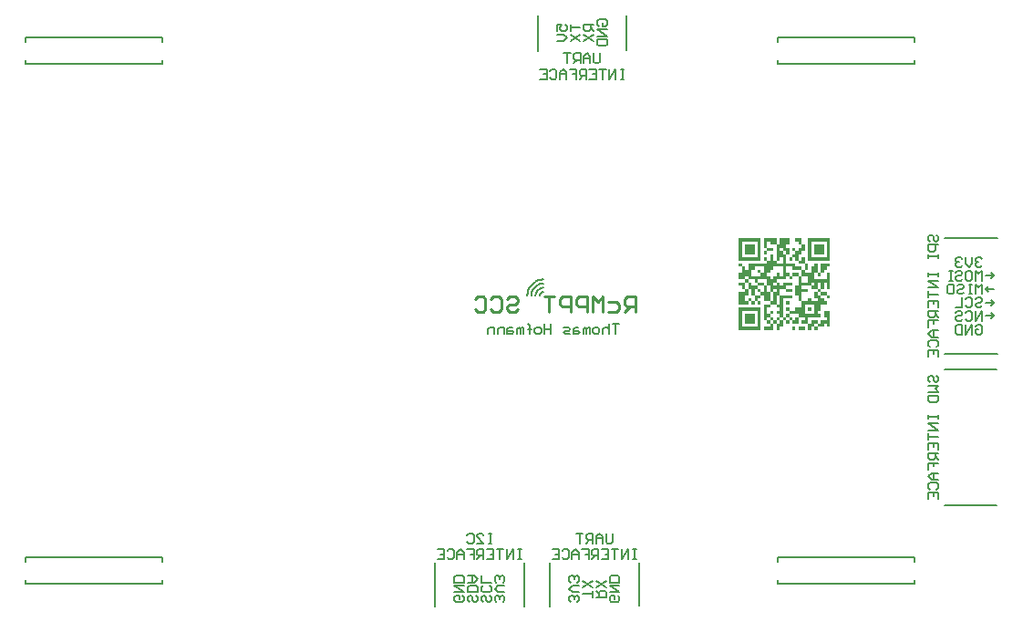
<source format=gbo>
G04*
G04 #@! TF.GenerationSoftware,Altium Limited,Altium Designer,21.6.4 (81)*
G04*
G04 Layer_Color=32896*
%FSLAX25Y25*%
%MOIN*%
G70*
G04*
G04 #@! TF.SameCoordinates,FA744667-6012-4636-895A-91306D9B36BD*
G04*
G04*
G04 #@! TF.FilePolarity,Positive*
G04*
G01*
G75*
%ADD11C,0.00591*%
%ADD12C,0.00787*%
%ADD13C,0.00984*%
%ADD14C,0.00600*%
G36*
X311722Y136463D02*
Y136419D01*
Y136375D01*
Y136330D01*
Y136286D01*
Y136242D01*
Y136198D01*
Y136153D01*
Y136109D01*
Y136065D01*
Y136021D01*
Y135976D01*
Y135932D01*
Y135888D01*
Y135843D01*
Y135799D01*
Y135755D01*
Y135711D01*
Y135666D01*
Y135622D01*
Y135578D01*
Y135533D01*
Y135489D01*
Y135445D01*
Y135400D01*
Y135356D01*
Y135312D01*
Y135268D01*
Y135223D01*
Y135179D01*
Y135135D01*
Y135090D01*
Y135046D01*
Y135002D01*
Y134958D01*
Y134913D01*
Y134869D01*
Y134825D01*
Y134780D01*
Y134736D01*
Y134692D01*
Y134648D01*
Y134603D01*
Y134559D01*
Y134515D01*
Y134470D01*
Y134426D01*
Y134382D01*
Y134337D01*
Y134293D01*
Y134249D01*
Y134205D01*
X310570D01*
Y134160D01*
Y134116D01*
Y134072D01*
Y134028D01*
Y133983D01*
Y133939D01*
Y133895D01*
Y133850D01*
Y133806D01*
Y133762D01*
Y133718D01*
Y133673D01*
Y133629D01*
Y133585D01*
Y133540D01*
Y133496D01*
Y133452D01*
Y133407D01*
Y133363D01*
Y133319D01*
Y133275D01*
Y133230D01*
Y133186D01*
Y133142D01*
Y133097D01*
Y133053D01*
X311722D01*
Y133009D01*
Y132965D01*
Y132920D01*
Y132876D01*
Y132832D01*
Y132787D01*
Y132743D01*
Y132699D01*
Y132655D01*
Y132610D01*
Y132566D01*
Y132522D01*
Y132477D01*
Y132433D01*
Y132389D01*
Y132344D01*
Y132300D01*
Y132256D01*
Y132212D01*
Y132167D01*
Y132123D01*
Y132079D01*
Y132035D01*
Y131990D01*
Y131946D01*
Y131902D01*
Y131857D01*
Y131813D01*
Y131769D01*
Y131724D01*
Y131680D01*
Y131636D01*
Y131592D01*
Y131547D01*
Y131503D01*
Y131459D01*
Y131414D01*
Y131370D01*
Y131326D01*
Y131281D01*
Y131237D01*
Y131193D01*
Y131149D01*
Y131104D01*
Y131060D01*
Y131016D01*
Y130972D01*
Y130927D01*
Y130883D01*
Y130839D01*
Y130794D01*
Y130750D01*
X310570D01*
Y130794D01*
Y130839D01*
Y130883D01*
Y130927D01*
Y130972D01*
Y131016D01*
Y131060D01*
Y131104D01*
Y131149D01*
Y131193D01*
Y131237D01*
Y131281D01*
Y131326D01*
Y131370D01*
Y131414D01*
Y131459D01*
Y131503D01*
Y131547D01*
Y131592D01*
Y131636D01*
Y131680D01*
Y131724D01*
Y131769D01*
Y131813D01*
Y131857D01*
Y131902D01*
X309419D01*
Y131946D01*
Y131990D01*
Y132035D01*
Y132079D01*
Y132123D01*
Y132167D01*
Y132212D01*
Y132256D01*
Y132300D01*
Y132344D01*
Y132389D01*
Y132433D01*
Y132477D01*
Y132522D01*
Y132566D01*
Y132610D01*
Y132655D01*
Y132699D01*
Y132743D01*
Y132787D01*
Y132832D01*
Y132876D01*
Y132920D01*
Y132965D01*
Y133009D01*
Y133053D01*
X308267D01*
Y133009D01*
Y132965D01*
Y132920D01*
Y132876D01*
Y132832D01*
Y132787D01*
Y132743D01*
Y132699D01*
Y132655D01*
Y132610D01*
Y132566D01*
Y132522D01*
Y132477D01*
Y132433D01*
Y132389D01*
Y132344D01*
Y132300D01*
Y132256D01*
Y132212D01*
Y132167D01*
Y132123D01*
Y132079D01*
Y132035D01*
Y131990D01*
Y131946D01*
Y131902D01*
X309419D01*
Y131857D01*
Y131813D01*
Y131769D01*
Y131724D01*
Y131680D01*
Y131636D01*
Y131592D01*
Y131547D01*
Y131503D01*
Y131459D01*
Y131414D01*
Y131370D01*
Y131326D01*
Y131281D01*
Y131237D01*
Y131193D01*
Y131149D01*
Y131104D01*
Y131060D01*
Y131016D01*
Y130972D01*
Y130927D01*
Y130883D01*
Y130839D01*
Y130794D01*
Y130750D01*
X310570D01*
Y130706D01*
Y130661D01*
Y130617D01*
Y130573D01*
Y130529D01*
Y130484D01*
Y130440D01*
Y130396D01*
Y130351D01*
Y130307D01*
Y130263D01*
Y130219D01*
Y130174D01*
Y130130D01*
Y130086D01*
Y130042D01*
Y129997D01*
Y129953D01*
Y129909D01*
Y129864D01*
Y129820D01*
Y129776D01*
Y129731D01*
Y129687D01*
Y129643D01*
Y129599D01*
Y129554D01*
Y129510D01*
Y129466D01*
Y129421D01*
Y129377D01*
Y129333D01*
Y129289D01*
Y129244D01*
Y129200D01*
Y129156D01*
Y129111D01*
Y129067D01*
Y129023D01*
Y128979D01*
Y128934D01*
Y128890D01*
Y128846D01*
Y128801D01*
Y128757D01*
Y128713D01*
Y128668D01*
Y128624D01*
Y128580D01*
Y128536D01*
Y128491D01*
Y128447D01*
Y128403D01*
Y128358D01*
Y128314D01*
Y128270D01*
Y128226D01*
Y128181D01*
Y128137D01*
Y128093D01*
Y128049D01*
Y128004D01*
Y127960D01*
Y127916D01*
Y127871D01*
Y127827D01*
Y127783D01*
Y127738D01*
Y127694D01*
Y127650D01*
Y127606D01*
Y127561D01*
Y127517D01*
Y127473D01*
Y127428D01*
Y127384D01*
Y127340D01*
Y127295D01*
X314025D01*
Y127251D01*
Y127207D01*
Y127163D01*
Y127118D01*
Y127074D01*
Y127030D01*
Y126986D01*
Y126941D01*
Y126897D01*
Y126853D01*
Y126808D01*
Y126764D01*
Y126720D01*
Y126675D01*
Y126631D01*
Y126587D01*
Y126543D01*
Y126498D01*
Y126454D01*
Y126410D01*
Y126365D01*
Y126321D01*
Y126277D01*
Y126233D01*
Y126188D01*
Y126144D01*
X316328D01*
Y126100D01*
Y126055D01*
Y126011D01*
Y125967D01*
Y125923D01*
Y125878D01*
Y125834D01*
Y125790D01*
Y125745D01*
Y125701D01*
Y125657D01*
Y125613D01*
Y125568D01*
Y125524D01*
Y125480D01*
Y125435D01*
Y125391D01*
Y125347D01*
Y125303D01*
Y125258D01*
Y125214D01*
Y125170D01*
Y125125D01*
Y125081D01*
Y125037D01*
Y124993D01*
X317479D01*
Y124948D01*
Y124904D01*
Y124860D01*
Y124815D01*
Y124771D01*
Y124727D01*
Y124682D01*
Y124638D01*
Y124594D01*
Y124550D01*
Y124505D01*
Y124461D01*
Y124417D01*
Y124372D01*
Y124328D01*
Y124284D01*
Y124240D01*
Y124195D01*
Y124151D01*
Y124107D01*
Y124062D01*
Y124018D01*
Y123974D01*
Y123930D01*
Y123885D01*
Y123841D01*
X319782D01*
Y123885D01*
Y123930D01*
Y123974D01*
Y124018D01*
Y124062D01*
Y124107D01*
Y124151D01*
Y124195D01*
Y124240D01*
Y124284D01*
Y124328D01*
Y124372D01*
Y124417D01*
Y124461D01*
Y124505D01*
Y124550D01*
Y124594D01*
Y124638D01*
Y124682D01*
Y124727D01*
Y124771D01*
Y124815D01*
Y124860D01*
Y124904D01*
Y124948D01*
Y124993D01*
Y125037D01*
Y125081D01*
Y125125D01*
Y125170D01*
Y125214D01*
Y125258D01*
Y125303D01*
Y125347D01*
Y125391D01*
Y125435D01*
Y125480D01*
Y125524D01*
Y125568D01*
Y125613D01*
Y125657D01*
Y125701D01*
Y125745D01*
Y125790D01*
Y125834D01*
Y125878D01*
Y125923D01*
Y125967D01*
Y126011D01*
Y126055D01*
Y126100D01*
Y126144D01*
X320934D01*
Y126188D01*
Y126233D01*
Y126277D01*
Y126321D01*
Y126365D01*
Y126410D01*
Y126454D01*
Y126498D01*
Y126543D01*
Y126587D01*
Y126631D01*
Y126675D01*
Y126720D01*
Y126764D01*
Y126808D01*
Y126853D01*
Y126897D01*
Y126941D01*
Y126986D01*
Y127030D01*
Y127074D01*
Y127118D01*
Y127163D01*
Y127207D01*
Y127251D01*
Y127295D01*
X322085D01*
Y127251D01*
Y127207D01*
Y127163D01*
Y127118D01*
Y127074D01*
Y127030D01*
Y126986D01*
Y126941D01*
Y126897D01*
Y126853D01*
Y126808D01*
Y126764D01*
Y126720D01*
Y126675D01*
Y126631D01*
Y126587D01*
Y126543D01*
Y126498D01*
Y126454D01*
Y126410D01*
Y126365D01*
Y126321D01*
Y126277D01*
Y126233D01*
Y126188D01*
Y126144D01*
Y126100D01*
Y126055D01*
Y126011D01*
Y125967D01*
Y125923D01*
Y125878D01*
Y125834D01*
Y125790D01*
Y125745D01*
Y125701D01*
Y125657D01*
Y125613D01*
Y125568D01*
Y125524D01*
Y125480D01*
Y125435D01*
Y125391D01*
Y125347D01*
Y125303D01*
Y125258D01*
Y125214D01*
Y125170D01*
Y125125D01*
Y125081D01*
Y125037D01*
Y124993D01*
Y124948D01*
Y124904D01*
Y124860D01*
Y124815D01*
Y124771D01*
Y124727D01*
Y124682D01*
Y124638D01*
Y124594D01*
Y124550D01*
Y124505D01*
Y124461D01*
Y124417D01*
Y124372D01*
Y124328D01*
Y124284D01*
Y124240D01*
Y124195D01*
Y124151D01*
Y124107D01*
Y124062D01*
Y124018D01*
Y123974D01*
Y123930D01*
Y123885D01*
Y123841D01*
X323237D01*
Y123797D01*
Y123752D01*
Y123708D01*
Y123664D01*
Y123620D01*
Y123575D01*
Y123531D01*
Y123487D01*
Y123442D01*
Y123398D01*
Y123354D01*
Y123310D01*
Y123265D01*
Y123221D01*
Y123177D01*
Y123132D01*
Y123088D01*
Y123044D01*
Y123000D01*
Y122955D01*
Y122911D01*
Y122867D01*
Y122822D01*
Y122778D01*
Y122734D01*
Y122689D01*
X322085D01*
Y122734D01*
Y122778D01*
Y122822D01*
Y122867D01*
Y122911D01*
Y122955D01*
Y123000D01*
Y123044D01*
Y123088D01*
Y123132D01*
Y123177D01*
Y123221D01*
Y123265D01*
Y123310D01*
Y123354D01*
Y123398D01*
Y123442D01*
Y123487D01*
Y123531D01*
Y123575D01*
Y123620D01*
Y123664D01*
Y123708D01*
Y123752D01*
Y123797D01*
Y123841D01*
X320934D01*
Y123797D01*
Y123752D01*
Y123708D01*
Y123664D01*
Y123620D01*
Y123575D01*
Y123531D01*
Y123487D01*
Y123442D01*
Y123398D01*
Y123354D01*
Y123310D01*
Y123265D01*
Y123221D01*
Y123177D01*
Y123132D01*
Y123088D01*
Y123044D01*
Y123000D01*
Y122955D01*
Y122911D01*
Y122867D01*
Y122822D01*
Y122778D01*
Y122734D01*
Y122689D01*
Y122645D01*
Y122601D01*
Y122557D01*
Y122512D01*
Y122468D01*
Y122424D01*
Y122379D01*
Y122335D01*
Y122291D01*
Y122247D01*
Y122202D01*
Y122158D01*
Y122114D01*
Y122069D01*
Y122025D01*
Y121981D01*
Y121937D01*
Y121892D01*
Y121848D01*
Y121804D01*
Y121759D01*
Y121715D01*
Y121671D01*
Y121626D01*
Y121582D01*
Y121538D01*
X325540D01*
Y121582D01*
Y121626D01*
Y121671D01*
Y121715D01*
Y121759D01*
Y121804D01*
Y121848D01*
Y121892D01*
Y121937D01*
Y121981D01*
Y122025D01*
Y122069D01*
Y122114D01*
Y122158D01*
Y122202D01*
Y122247D01*
Y122291D01*
Y122335D01*
Y122379D01*
Y122424D01*
Y122468D01*
Y122512D01*
Y122557D01*
Y122601D01*
Y122645D01*
Y122689D01*
Y122734D01*
Y122778D01*
Y122822D01*
Y122867D01*
Y122911D01*
Y122955D01*
Y123000D01*
Y123044D01*
Y123088D01*
Y123132D01*
Y123177D01*
Y123221D01*
Y123265D01*
Y123310D01*
Y123354D01*
Y123398D01*
Y123442D01*
Y123487D01*
Y123531D01*
Y123575D01*
Y123620D01*
Y123664D01*
Y123708D01*
Y123752D01*
Y123797D01*
Y123841D01*
X326692D01*
Y123797D01*
Y123752D01*
Y123708D01*
Y123664D01*
Y123620D01*
Y123575D01*
Y123531D01*
Y123487D01*
Y123442D01*
Y123398D01*
Y123354D01*
Y123310D01*
Y123265D01*
Y123221D01*
Y123177D01*
Y123132D01*
Y123088D01*
Y123044D01*
Y123000D01*
Y122955D01*
Y122911D01*
Y122867D01*
Y122822D01*
Y122778D01*
Y122734D01*
Y122689D01*
Y122645D01*
Y122601D01*
Y122557D01*
Y122512D01*
Y122468D01*
Y122424D01*
Y122379D01*
Y122335D01*
Y122291D01*
Y122247D01*
Y122202D01*
Y122158D01*
Y122114D01*
Y122069D01*
Y122025D01*
Y121981D01*
Y121937D01*
Y121892D01*
Y121848D01*
Y121804D01*
Y121759D01*
Y121715D01*
Y121671D01*
Y121626D01*
Y121582D01*
Y121538D01*
Y121494D01*
Y121449D01*
Y121405D01*
Y121361D01*
Y121317D01*
Y121272D01*
Y121228D01*
Y121184D01*
Y121139D01*
Y121095D01*
Y121051D01*
Y121007D01*
Y120962D01*
Y120918D01*
Y120874D01*
Y120829D01*
Y120785D01*
Y120741D01*
Y120696D01*
Y120652D01*
Y120608D01*
Y120564D01*
Y120519D01*
Y120475D01*
Y120431D01*
Y120386D01*
Y120342D01*
Y120298D01*
Y120254D01*
Y120209D01*
Y120165D01*
Y120121D01*
Y120076D01*
Y120032D01*
Y119988D01*
Y119944D01*
Y119899D01*
Y119855D01*
Y119811D01*
Y119766D01*
Y119722D01*
Y119678D01*
Y119633D01*
Y119589D01*
Y119545D01*
Y119501D01*
Y119456D01*
Y119412D01*
Y119368D01*
Y119324D01*
Y119279D01*
Y119235D01*
Y119191D01*
Y119146D01*
Y119102D01*
Y119058D01*
Y119014D01*
Y118969D01*
Y118925D01*
Y118881D01*
Y118836D01*
Y118792D01*
Y118748D01*
Y118703D01*
Y118659D01*
Y118615D01*
Y118571D01*
Y118526D01*
Y118482D01*
Y118438D01*
Y118393D01*
Y118349D01*
Y118305D01*
Y118261D01*
Y118216D01*
Y118172D01*
Y118128D01*
Y118083D01*
X325540D01*
Y118128D01*
Y118172D01*
Y118216D01*
Y118261D01*
Y118305D01*
Y118349D01*
Y118393D01*
Y118438D01*
Y118482D01*
Y118526D01*
Y118571D01*
Y118615D01*
Y118659D01*
Y118703D01*
Y118748D01*
Y118792D01*
Y118836D01*
Y118881D01*
Y118925D01*
Y118969D01*
Y119014D01*
Y119058D01*
Y119102D01*
Y119146D01*
Y119191D01*
Y119235D01*
Y119279D01*
Y119324D01*
Y119368D01*
Y119412D01*
Y119456D01*
Y119501D01*
Y119545D01*
Y119589D01*
Y119633D01*
Y119678D01*
Y119722D01*
Y119766D01*
Y119811D01*
Y119855D01*
Y119899D01*
Y119944D01*
Y119988D01*
Y120032D01*
Y120076D01*
Y120121D01*
Y120165D01*
Y120209D01*
Y120254D01*
Y120298D01*
Y120342D01*
Y120386D01*
X324389D01*
Y120342D01*
Y120298D01*
Y120254D01*
Y120209D01*
Y120165D01*
Y120121D01*
Y120076D01*
Y120032D01*
Y119988D01*
Y119944D01*
Y119899D01*
Y119855D01*
Y119811D01*
Y119766D01*
Y119722D01*
Y119678D01*
Y119633D01*
Y119589D01*
Y119545D01*
Y119501D01*
Y119456D01*
Y119412D01*
Y119368D01*
Y119324D01*
Y119279D01*
Y119235D01*
Y119191D01*
Y119146D01*
Y119102D01*
Y119058D01*
Y119014D01*
Y118969D01*
Y118925D01*
Y118881D01*
Y118836D01*
Y118792D01*
Y118748D01*
Y118703D01*
Y118659D01*
Y118615D01*
Y118571D01*
Y118526D01*
Y118482D01*
Y118438D01*
Y118393D01*
Y118349D01*
Y118305D01*
Y118261D01*
Y118216D01*
Y118172D01*
Y118128D01*
Y118083D01*
X323237D01*
Y118128D01*
Y118172D01*
Y118216D01*
Y118261D01*
Y118305D01*
Y118349D01*
Y118393D01*
Y118438D01*
Y118482D01*
Y118526D01*
Y118571D01*
Y118615D01*
Y118659D01*
Y118703D01*
Y118748D01*
Y118792D01*
Y118836D01*
Y118881D01*
Y118925D01*
Y118969D01*
Y119014D01*
Y119058D01*
Y119102D01*
Y119146D01*
Y119191D01*
Y119235D01*
Y119279D01*
Y119324D01*
Y119368D01*
Y119412D01*
Y119456D01*
Y119501D01*
Y119545D01*
Y119589D01*
Y119633D01*
Y119678D01*
Y119722D01*
Y119766D01*
Y119811D01*
Y119855D01*
Y119899D01*
Y119944D01*
Y119988D01*
Y120032D01*
Y120076D01*
Y120121D01*
Y120165D01*
Y120209D01*
Y120254D01*
Y120298D01*
Y120342D01*
Y120386D01*
X322085D01*
Y120342D01*
Y120298D01*
Y120254D01*
Y120209D01*
Y120165D01*
Y120121D01*
Y120076D01*
Y120032D01*
Y119988D01*
Y119944D01*
Y119899D01*
Y119855D01*
Y119811D01*
Y119766D01*
Y119722D01*
Y119678D01*
Y119633D01*
Y119589D01*
Y119545D01*
Y119501D01*
Y119456D01*
Y119412D01*
Y119368D01*
Y119324D01*
Y119279D01*
Y119235D01*
Y119191D01*
Y119146D01*
Y119102D01*
Y119058D01*
Y119014D01*
Y118969D01*
Y118925D01*
Y118881D01*
Y118836D01*
Y118792D01*
Y118748D01*
Y118703D01*
Y118659D01*
Y118615D01*
Y118571D01*
Y118526D01*
Y118482D01*
Y118438D01*
Y118393D01*
Y118349D01*
Y118305D01*
Y118261D01*
Y118216D01*
Y118172D01*
Y118128D01*
Y118083D01*
X323237D01*
Y118039D01*
Y117995D01*
Y117950D01*
Y117906D01*
Y117862D01*
Y117818D01*
Y117773D01*
Y117729D01*
Y117685D01*
Y117640D01*
Y117596D01*
Y117552D01*
Y117508D01*
Y117463D01*
Y117419D01*
Y117375D01*
Y117331D01*
Y117286D01*
Y117242D01*
Y117198D01*
Y117153D01*
Y117109D01*
Y117065D01*
Y117020D01*
Y116976D01*
Y116932D01*
X325540D01*
Y116888D01*
Y116843D01*
Y116799D01*
Y116755D01*
Y116710D01*
Y116666D01*
Y116622D01*
Y116578D01*
Y116533D01*
Y116489D01*
Y116445D01*
Y116400D01*
Y116356D01*
Y116312D01*
Y116268D01*
Y116223D01*
Y116179D01*
Y116135D01*
Y116090D01*
Y116046D01*
Y116002D01*
Y115957D01*
Y115913D01*
Y115869D01*
Y115825D01*
Y115780D01*
X326692D01*
Y115736D01*
Y115692D01*
Y115647D01*
Y115603D01*
Y115559D01*
Y115515D01*
Y115470D01*
Y115426D01*
Y115382D01*
Y115338D01*
Y115293D01*
Y115249D01*
Y115205D01*
Y115160D01*
Y115116D01*
Y115072D01*
Y115027D01*
Y114983D01*
Y114939D01*
Y114895D01*
Y114850D01*
Y114806D01*
Y114762D01*
Y114717D01*
Y114673D01*
Y114629D01*
X325540D01*
Y114673D01*
Y114717D01*
Y114762D01*
Y114806D01*
Y114850D01*
Y114895D01*
Y114939D01*
Y114983D01*
Y115027D01*
Y115072D01*
Y115116D01*
Y115160D01*
Y115205D01*
Y115249D01*
Y115293D01*
Y115338D01*
Y115382D01*
Y115426D01*
Y115470D01*
Y115515D01*
Y115559D01*
Y115603D01*
Y115647D01*
Y115692D01*
Y115736D01*
Y115780D01*
X323237D01*
Y115825D01*
Y115869D01*
Y115913D01*
Y115957D01*
Y116002D01*
Y116046D01*
Y116090D01*
Y116135D01*
Y116179D01*
Y116223D01*
Y116268D01*
Y116312D01*
Y116356D01*
Y116400D01*
Y116445D01*
Y116489D01*
Y116533D01*
Y116578D01*
Y116622D01*
Y116666D01*
Y116710D01*
Y116755D01*
Y116799D01*
Y116843D01*
Y116888D01*
Y116932D01*
X322085D01*
Y116976D01*
Y117020D01*
Y117065D01*
Y117109D01*
Y117153D01*
Y117198D01*
Y117242D01*
Y117286D01*
Y117331D01*
Y117375D01*
Y117419D01*
Y117463D01*
Y117508D01*
Y117552D01*
Y117596D01*
Y117640D01*
Y117685D01*
Y117729D01*
Y117773D01*
Y117818D01*
Y117862D01*
Y117906D01*
Y117950D01*
Y117995D01*
Y118039D01*
Y118083D01*
X319782D01*
Y118128D01*
Y118172D01*
Y118216D01*
Y118261D01*
Y118305D01*
Y118349D01*
Y118393D01*
Y118438D01*
Y118482D01*
Y118526D01*
Y118571D01*
Y118615D01*
Y118659D01*
Y118703D01*
Y118748D01*
Y118792D01*
Y118836D01*
Y118881D01*
Y118925D01*
Y118969D01*
Y119014D01*
Y119058D01*
Y119102D01*
Y119146D01*
Y119191D01*
Y119235D01*
X316328D01*
Y119191D01*
Y119146D01*
Y119102D01*
Y119058D01*
Y119014D01*
Y118969D01*
Y118925D01*
Y118881D01*
Y118836D01*
Y118792D01*
Y118748D01*
Y118703D01*
Y118659D01*
Y118615D01*
Y118571D01*
Y118526D01*
Y118482D01*
Y118438D01*
Y118393D01*
Y118349D01*
Y118305D01*
Y118261D01*
Y118216D01*
Y118172D01*
Y118128D01*
Y118083D01*
X318631D01*
Y118039D01*
Y117995D01*
Y117950D01*
Y117906D01*
Y117862D01*
Y117818D01*
Y117773D01*
Y117729D01*
Y117685D01*
Y117640D01*
Y117596D01*
Y117552D01*
Y117508D01*
Y117463D01*
Y117419D01*
Y117375D01*
Y117331D01*
Y117286D01*
Y117242D01*
Y117198D01*
Y117153D01*
Y117109D01*
Y117065D01*
Y117020D01*
Y116976D01*
Y116932D01*
X316328D01*
Y116888D01*
Y116843D01*
Y116799D01*
Y116755D01*
Y116710D01*
Y116666D01*
Y116622D01*
Y116578D01*
Y116533D01*
Y116489D01*
Y116445D01*
Y116400D01*
Y116356D01*
Y116312D01*
Y116268D01*
Y116223D01*
Y116179D01*
Y116135D01*
Y116090D01*
Y116046D01*
Y116002D01*
Y115957D01*
Y115913D01*
Y115869D01*
Y115825D01*
Y115780D01*
Y115736D01*
Y115692D01*
Y115647D01*
Y115603D01*
Y115559D01*
Y115515D01*
Y115470D01*
Y115426D01*
Y115382D01*
Y115338D01*
Y115293D01*
Y115249D01*
Y115205D01*
Y115160D01*
Y115116D01*
Y115072D01*
Y115027D01*
Y114983D01*
Y114939D01*
Y114895D01*
Y114850D01*
Y114806D01*
Y114762D01*
Y114717D01*
Y114673D01*
Y114629D01*
Y114585D01*
Y114540D01*
Y114496D01*
Y114452D01*
Y114407D01*
Y114363D01*
Y114319D01*
Y114275D01*
Y114230D01*
Y114186D01*
Y114142D01*
Y114097D01*
Y114053D01*
Y114009D01*
Y113964D01*
Y113920D01*
Y113876D01*
Y113832D01*
Y113787D01*
Y113743D01*
Y113699D01*
Y113654D01*
Y113610D01*
Y113566D01*
Y113522D01*
Y113477D01*
X318631D01*
Y113522D01*
Y113566D01*
Y113610D01*
Y113654D01*
Y113699D01*
Y113743D01*
Y113787D01*
Y113832D01*
Y113876D01*
Y113920D01*
Y113964D01*
Y114009D01*
Y114053D01*
Y114097D01*
Y114142D01*
Y114186D01*
Y114230D01*
Y114275D01*
Y114319D01*
Y114363D01*
Y114407D01*
Y114452D01*
Y114496D01*
Y114540D01*
Y114585D01*
Y114629D01*
X319782D01*
Y114585D01*
Y114540D01*
Y114496D01*
Y114452D01*
Y114407D01*
Y114363D01*
Y114319D01*
Y114275D01*
Y114230D01*
Y114186D01*
Y114142D01*
Y114097D01*
Y114053D01*
Y114009D01*
Y113964D01*
Y113920D01*
Y113876D01*
Y113832D01*
Y113787D01*
Y113743D01*
Y113699D01*
Y113654D01*
Y113610D01*
Y113566D01*
Y113522D01*
Y113477D01*
X322085D01*
Y113522D01*
Y113566D01*
Y113610D01*
Y113654D01*
Y113699D01*
Y113743D01*
Y113787D01*
Y113832D01*
Y113876D01*
Y113920D01*
Y113964D01*
Y114009D01*
Y114053D01*
Y114097D01*
Y114142D01*
Y114186D01*
Y114230D01*
Y114275D01*
Y114319D01*
Y114363D01*
Y114407D01*
Y114452D01*
Y114496D01*
Y114540D01*
Y114585D01*
Y114629D01*
X320934D01*
Y114673D01*
Y114717D01*
Y114762D01*
Y114806D01*
Y114850D01*
Y114895D01*
Y114939D01*
Y114983D01*
Y115027D01*
Y115072D01*
Y115116D01*
Y115160D01*
Y115205D01*
Y115249D01*
Y115293D01*
Y115338D01*
Y115382D01*
Y115426D01*
Y115470D01*
Y115515D01*
Y115559D01*
Y115603D01*
Y115647D01*
Y115692D01*
Y115736D01*
Y115780D01*
Y115825D01*
Y115869D01*
Y115913D01*
Y115957D01*
Y116002D01*
Y116046D01*
Y116090D01*
Y116135D01*
Y116179D01*
Y116223D01*
Y116268D01*
Y116312D01*
Y116356D01*
Y116400D01*
Y116445D01*
Y116489D01*
Y116533D01*
Y116578D01*
Y116622D01*
Y116666D01*
Y116710D01*
Y116755D01*
Y116799D01*
Y116843D01*
Y116888D01*
Y116932D01*
X322085D01*
Y116888D01*
Y116843D01*
Y116799D01*
Y116755D01*
Y116710D01*
Y116666D01*
Y116622D01*
Y116578D01*
Y116533D01*
Y116489D01*
Y116445D01*
Y116400D01*
Y116356D01*
Y116312D01*
Y116268D01*
Y116223D01*
Y116179D01*
Y116135D01*
Y116090D01*
Y116046D01*
Y116002D01*
Y115957D01*
Y115913D01*
Y115869D01*
Y115825D01*
Y115780D01*
X323237D01*
Y115736D01*
Y115692D01*
Y115647D01*
Y115603D01*
Y115559D01*
Y115515D01*
Y115470D01*
Y115426D01*
Y115382D01*
Y115338D01*
Y115293D01*
Y115249D01*
Y115205D01*
Y115160D01*
Y115116D01*
Y115072D01*
Y115027D01*
Y114983D01*
Y114939D01*
Y114895D01*
Y114850D01*
Y114806D01*
Y114762D01*
Y114717D01*
Y114673D01*
Y114629D01*
X324389D01*
Y114585D01*
Y114540D01*
Y114496D01*
Y114452D01*
Y114407D01*
Y114363D01*
Y114319D01*
Y114275D01*
Y114230D01*
Y114186D01*
Y114142D01*
Y114097D01*
Y114053D01*
Y114009D01*
Y113964D01*
Y113920D01*
Y113876D01*
Y113832D01*
Y113787D01*
Y113743D01*
Y113699D01*
Y113654D01*
Y113610D01*
Y113566D01*
Y113522D01*
Y113477D01*
X325540D01*
Y113433D01*
Y113389D01*
Y113345D01*
Y113300D01*
Y113256D01*
Y113212D01*
Y113167D01*
Y113123D01*
Y113079D01*
Y113034D01*
Y112990D01*
Y112946D01*
Y112902D01*
Y112857D01*
Y112813D01*
Y112769D01*
Y112724D01*
Y112680D01*
Y112636D01*
Y112592D01*
Y112547D01*
Y112503D01*
Y112459D01*
Y112414D01*
Y112370D01*
Y112326D01*
X323237D01*
Y112282D01*
Y112237D01*
Y112193D01*
Y112149D01*
Y112104D01*
Y112060D01*
Y112016D01*
Y111971D01*
Y111927D01*
Y111883D01*
Y111839D01*
Y111794D01*
Y111750D01*
Y111706D01*
Y111662D01*
Y111617D01*
Y111573D01*
Y111529D01*
Y111484D01*
Y111440D01*
Y111396D01*
Y111352D01*
Y111307D01*
Y111263D01*
Y111219D01*
Y111174D01*
Y111130D01*
Y111086D01*
Y111041D01*
Y110997D01*
Y110953D01*
Y110909D01*
Y110864D01*
Y110820D01*
Y110776D01*
Y110731D01*
Y110687D01*
Y110643D01*
Y110599D01*
Y110554D01*
Y110510D01*
Y110466D01*
Y110421D01*
Y110377D01*
Y110333D01*
Y110289D01*
Y110244D01*
Y110200D01*
Y110156D01*
Y110111D01*
Y110067D01*
Y110023D01*
X322085D01*
Y109978D01*
Y109934D01*
Y109890D01*
Y109846D01*
Y109801D01*
Y109757D01*
Y109713D01*
Y109669D01*
Y109624D01*
Y109580D01*
Y109536D01*
Y109491D01*
Y109447D01*
Y109403D01*
Y109359D01*
Y109314D01*
Y109270D01*
Y109226D01*
Y109181D01*
Y109137D01*
Y109093D01*
Y109048D01*
Y109004D01*
Y108960D01*
Y108916D01*
Y108871D01*
X323237D01*
Y108827D01*
Y108783D01*
Y108738D01*
Y108694D01*
Y108650D01*
Y108606D01*
Y108561D01*
Y108517D01*
Y108473D01*
Y108428D01*
Y108384D01*
Y108340D01*
Y108296D01*
Y108251D01*
Y108207D01*
Y108163D01*
Y108118D01*
Y108074D01*
Y108030D01*
Y107985D01*
Y107941D01*
Y107897D01*
Y107853D01*
Y107808D01*
Y107764D01*
Y107720D01*
X318631D01*
Y107676D01*
Y107631D01*
Y107587D01*
Y107543D01*
Y107498D01*
Y107454D01*
Y107410D01*
Y107366D01*
Y107321D01*
Y107277D01*
Y107233D01*
Y107188D01*
Y107144D01*
Y107100D01*
Y107055D01*
Y107011D01*
Y106967D01*
Y106923D01*
Y106878D01*
Y106834D01*
Y106790D01*
Y106745D01*
Y106701D01*
Y106657D01*
Y106613D01*
Y106568D01*
Y106524D01*
Y106480D01*
Y106435D01*
Y106391D01*
Y106347D01*
Y106302D01*
Y106258D01*
Y106214D01*
Y106170D01*
Y106125D01*
Y106081D01*
Y106037D01*
Y105992D01*
Y105948D01*
Y105904D01*
Y105860D01*
Y105815D01*
Y105771D01*
Y105727D01*
Y105683D01*
Y105638D01*
Y105594D01*
Y105550D01*
Y105505D01*
Y105461D01*
Y105417D01*
X319782D01*
Y105461D01*
Y105505D01*
Y105550D01*
Y105594D01*
Y105638D01*
Y105683D01*
Y105727D01*
Y105771D01*
Y105815D01*
Y105860D01*
Y105904D01*
Y105948D01*
Y105992D01*
Y106037D01*
Y106081D01*
Y106125D01*
Y106170D01*
Y106214D01*
Y106258D01*
Y106302D01*
Y106347D01*
Y106391D01*
Y106435D01*
Y106480D01*
Y106524D01*
Y106568D01*
X322085D01*
Y106524D01*
Y106480D01*
Y106435D01*
Y106391D01*
Y106347D01*
Y106302D01*
Y106258D01*
Y106214D01*
Y106170D01*
Y106125D01*
Y106081D01*
Y106037D01*
Y105992D01*
Y105948D01*
Y105904D01*
Y105860D01*
Y105815D01*
Y105771D01*
Y105727D01*
Y105683D01*
Y105638D01*
Y105594D01*
Y105550D01*
Y105505D01*
Y105461D01*
Y105417D01*
X323237D01*
Y105461D01*
Y105505D01*
Y105550D01*
Y105594D01*
Y105638D01*
Y105683D01*
Y105727D01*
Y105771D01*
Y105815D01*
Y105860D01*
Y105904D01*
Y105948D01*
Y105992D01*
Y106037D01*
Y106081D01*
Y106125D01*
Y106170D01*
Y106214D01*
Y106258D01*
Y106302D01*
Y106347D01*
Y106391D01*
Y106435D01*
Y106480D01*
Y106524D01*
Y106568D01*
X325540D01*
Y106613D01*
Y106657D01*
Y106701D01*
Y106745D01*
Y106790D01*
Y106834D01*
Y106878D01*
Y106923D01*
Y106967D01*
Y107011D01*
Y107055D01*
Y107100D01*
Y107144D01*
Y107188D01*
Y107233D01*
Y107277D01*
Y107321D01*
Y107366D01*
Y107410D01*
Y107454D01*
Y107498D01*
Y107543D01*
Y107587D01*
Y107631D01*
Y107676D01*
Y107720D01*
X324389D01*
Y107764D01*
Y107808D01*
Y107853D01*
Y107897D01*
Y107941D01*
Y107985D01*
Y108030D01*
Y108074D01*
Y108118D01*
Y108163D01*
Y108207D01*
Y108251D01*
Y108296D01*
Y108340D01*
Y108384D01*
Y108428D01*
Y108473D01*
Y108517D01*
Y108561D01*
Y108606D01*
Y108650D01*
Y108694D01*
Y108738D01*
Y108783D01*
Y108827D01*
Y108871D01*
Y108916D01*
Y108960D01*
Y109004D01*
Y109048D01*
Y109093D01*
Y109137D01*
Y109181D01*
Y109226D01*
Y109270D01*
Y109314D01*
Y109359D01*
Y109403D01*
Y109447D01*
Y109491D01*
Y109536D01*
Y109580D01*
Y109624D01*
Y109669D01*
Y109713D01*
Y109757D01*
Y109801D01*
Y109846D01*
Y109890D01*
Y109934D01*
Y109978D01*
Y110023D01*
X326692D01*
Y109978D01*
Y109934D01*
Y109890D01*
Y109846D01*
Y109801D01*
Y109757D01*
Y109713D01*
Y109669D01*
Y109624D01*
Y109580D01*
Y109536D01*
Y109491D01*
Y109447D01*
Y109403D01*
Y109359D01*
Y109314D01*
Y109270D01*
Y109226D01*
Y109181D01*
Y109137D01*
Y109093D01*
Y109048D01*
Y109004D01*
Y108960D01*
Y108916D01*
Y108871D01*
Y108827D01*
Y108783D01*
Y108738D01*
Y108694D01*
Y108650D01*
Y108606D01*
Y108561D01*
Y108517D01*
Y108473D01*
Y108428D01*
Y108384D01*
Y108340D01*
Y108296D01*
Y108251D01*
Y108207D01*
Y108163D01*
Y108118D01*
Y108074D01*
Y108030D01*
Y107985D01*
Y107941D01*
Y107897D01*
Y107853D01*
Y107808D01*
Y107764D01*
Y107720D01*
Y107676D01*
Y107631D01*
Y107587D01*
Y107543D01*
Y107498D01*
Y107454D01*
Y107410D01*
Y107366D01*
Y107321D01*
Y107277D01*
Y107233D01*
Y107188D01*
Y107144D01*
Y107100D01*
Y107055D01*
Y107011D01*
Y106967D01*
Y106923D01*
Y106878D01*
Y106834D01*
Y106790D01*
Y106745D01*
Y106701D01*
Y106657D01*
Y106613D01*
Y106568D01*
Y106524D01*
Y106480D01*
Y106435D01*
Y106391D01*
Y106347D01*
Y106302D01*
Y106258D01*
Y106214D01*
Y106170D01*
Y106125D01*
Y106081D01*
Y106037D01*
Y105992D01*
Y105948D01*
Y105904D01*
Y105860D01*
Y105815D01*
Y105771D01*
Y105727D01*
Y105683D01*
Y105638D01*
Y105594D01*
Y105550D01*
Y105505D01*
Y105461D01*
Y105417D01*
Y105373D01*
Y105328D01*
Y105284D01*
Y105240D01*
Y105195D01*
Y105151D01*
Y105107D01*
Y105062D01*
Y105018D01*
Y104974D01*
Y104930D01*
Y104885D01*
Y104841D01*
Y104797D01*
Y104752D01*
Y104708D01*
Y104664D01*
Y104620D01*
Y104575D01*
Y104531D01*
Y104487D01*
Y104442D01*
Y104398D01*
Y104354D01*
Y104309D01*
Y104265D01*
X325540D01*
Y104309D01*
Y104354D01*
Y104398D01*
Y104442D01*
Y104487D01*
Y104531D01*
Y104575D01*
Y104620D01*
Y104664D01*
Y104708D01*
Y104752D01*
Y104797D01*
Y104841D01*
Y104885D01*
Y104930D01*
Y104974D01*
Y105018D01*
Y105062D01*
Y105107D01*
Y105151D01*
Y105195D01*
Y105240D01*
Y105284D01*
Y105328D01*
Y105373D01*
Y105417D01*
X324389D01*
Y105373D01*
Y105328D01*
Y105284D01*
Y105240D01*
Y105195D01*
Y105151D01*
Y105107D01*
Y105062D01*
Y105018D01*
Y104974D01*
Y104930D01*
Y104885D01*
Y104841D01*
Y104797D01*
Y104752D01*
Y104708D01*
Y104664D01*
Y104620D01*
Y104575D01*
Y104531D01*
Y104487D01*
Y104442D01*
Y104398D01*
Y104354D01*
Y104309D01*
Y104265D01*
X322085D01*
Y104309D01*
Y104354D01*
Y104398D01*
Y104442D01*
Y104487D01*
Y104531D01*
Y104575D01*
Y104620D01*
Y104664D01*
Y104708D01*
Y104752D01*
Y104797D01*
Y104841D01*
Y104885D01*
Y104930D01*
Y104974D01*
Y105018D01*
Y105062D01*
Y105107D01*
Y105151D01*
Y105195D01*
Y105240D01*
Y105284D01*
Y105328D01*
Y105373D01*
Y105417D01*
X320934D01*
Y105373D01*
Y105328D01*
Y105284D01*
Y105240D01*
Y105195D01*
Y105151D01*
Y105107D01*
Y105062D01*
Y105018D01*
Y104974D01*
Y104930D01*
Y104885D01*
Y104841D01*
Y104797D01*
Y104752D01*
Y104708D01*
Y104664D01*
Y104620D01*
Y104575D01*
Y104531D01*
Y104487D01*
Y104442D01*
Y104398D01*
Y104354D01*
Y104309D01*
Y104265D01*
X322085D01*
Y104221D01*
Y104177D01*
Y104132D01*
Y104088D01*
Y104044D01*
Y103999D01*
Y103955D01*
Y103911D01*
Y103867D01*
Y103822D01*
Y103778D01*
Y103734D01*
Y103690D01*
Y103645D01*
Y103601D01*
Y103557D01*
Y103512D01*
Y103468D01*
Y103424D01*
Y103379D01*
Y103335D01*
Y103291D01*
Y103247D01*
Y103202D01*
Y103158D01*
Y103114D01*
X320934D01*
Y103158D01*
Y103202D01*
Y103247D01*
Y103291D01*
Y103335D01*
Y103379D01*
Y103424D01*
Y103468D01*
Y103512D01*
Y103557D01*
Y103601D01*
Y103645D01*
Y103690D01*
Y103734D01*
Y103778D01*
Y103822D01*
Y103867D01*
Y103911D01*
Y103955D01*
Y103999D01*
Y104044D01*
Y104088D01*
Y104132D01*
Y104177D01*
Y104221D01*
Y104265D01*
X319782D01*
Y104221D01*
Y104177D01*
Y104132D01*
Y104088D01*
Y104044D01*
Y103999D01*
Y103955D01*
Y103911D01*
Y103867D01*
Y103822D01*
Y103778D01*
Y103734D01*
Y103690D01*
Y103645D01*
Y103601D01*
Y103557D01*
Y103512D01*
Y103468D01*
Y103424D01*
Y103379D01*
Y103335D01*
Y103291D01*
Y103247D01*
Y103202D01*
Y103158D01*
Y103114D01*
X318631D01*
Y103158D01*
Y103202D01*
Y103247D01*
Y103291D01*
Y103335D01*
Y103379D01*
Y103424D01*
Y103468D01*
Y103512D01*
Y103557D01*
Y103601D01*
Y103645D01*
Y103690D01*
Y103734D01*
Y103778D01*
Y103822D01*
Y103867D01*
Y103911D01*
Y103955D01*
Y103999D01*
Y104044D01*
Y104088D01*
Y104132D01*
Y104177D01*
Y104221D01*
Y104265D01*
Y104309D01*
Y104354D01*
Y104398D01*
Y104442D01*
Y104487D01*
Y104531D01*
Y104575D01*
Y104620D01*
Y104664D01*
Y104708D01*
Y104752D01*
Y104797D01*
Y104841D01*
Y104885D01*
Y104930D01*
Y104974D01*
Y105018D01*
Y105062D01*
Y105107D01*
Y105151D01*
Y105195D01*
Y105240D01*
Y105284D01*
Y105328D01*
Y105373D01*
Y105417D01*
X316328D01*
Y105461D01*
Y105505D01*
Y105550D01*
Y105594D01*
Y105638D01*
Y105683D01*
Y105727D01*
Y105771D01*
Y105815D01*
Y105860D01*
Y105904D01*
Y105948D01*
Y105992D01*
Y106037D01*
Y106081D01*
Y106125D01*
Y106170D01*
Y106214D01*
Y106258D01*
Y106302D01*
Y106347D01*
Y106391D01*
Y106435D01*
Y106480D01*
Y106524D01*
Y106568D01*
X317479D01*
Y106613D01*
Y106657D01*
Y106701D01*
Y106745D01*
Y106790D01*
Y106834D01*
Y106878D01*
Y106923D01*
Y106967D01*
Y107011D01*
Y107055D01*
Y107100D01*
Y107144D01*
Y107188D01*
Y107233D01*
Y107277D01*
Y107321D01*
Y107366D01*
Y107410D01*
Y107454D01*
Y107498D01*
Y107543D01*
Y107587D01*
Y107631D01*
Y107676D01*
Y107720D01*
X315176D01*
Y107764D01*
Y107808D01*
Y107853D01*
Y107897D01*
Y107941D01*
Y107985D01*
Y108030D01*
Y108074D01*
Y108118D01*
Y108163D01*
Y108207D01*
Y108251D01*
Y108296D01*
Y108340D01*
Y108384D01*
Y108428D01*
Y108473D01*
Y108517D01*
Y108561D01*
Y108606D01*
Y108650D01*
Y108694D01*
Y108738D01*
Y108783D01*
Y108827D01*
Y108871D01*
X311722D01*
Y108916D01*
Y108960D01*
Y109004D01*
Y109048D01*
Y109093D01*
Y109137D01*
Y109181D01*
Y109226D01*
Y109270D01*
Y109314D01*
Y109359D01*
Y109403D01*
Y109447D01*
Y109491D01*
Y109536D01*
Y109580D01*
Y109624D01*
Y109669D01*
Y109713D01*
Y109757D01*
Y109801D01*
Y109846D01*
Y109890D01*
Y109934D01*
Y109978D01*
Y110023D01*
X310570D01*
Y110067D01*
Y110111D01*
Y110156D01*
Y110200D01*
Y110244D01*
Y110289D01*
Y110333D01*
Y110377D01*
Y110421D01*
Y110466D01*
Y110510D01*
Y110554D01*
Y110599D01*
Y110643D01*
Y110687D01*
Y110731D01*
Y110776D01*
Y110820D01*
Y110864D01*
Y110909D01*
Y110953D01*
Y110997D01*
Y111041D01*
Y111086D01*
Y111130D01*
Y111174D01*
X311722D01*
Y111130D01*
Y111086D01*
Y111041D01*
Y110997D01*
Y110953D01*
Y110909D01*
Y110864D01*
Y110820D01*
Y110776D01*
Y110731D01*
Y110687D01*
Y110643D01*
Y110599D01*
Y110554D01*
Y110510D01*
Y110466D01*
Y110421D01*
Y110377D01*
Y110333D01*
Y110289D01*
Y110244D01*
Y110200D01*
Y110156D01*
Y110111D01*
Y110067D01*
Y110023D01*
X314025D01*
Y110067D01*
Y110111D01*
Y110156D01*
Y110200D01*
Y110244D01*
Y110289D01*
Y110333D01*
Y110377D01*
Y110421D01*
Y110466D01*
Y110510D01*
Y110554D01*
Y110599D01*
Y110643D01*
Y110687D01*
Y110731D01*
Y110776D01*
Y110820D01*
Y110864D01*
Y110909D01*
Y110953D01*
Y110997D01*
Y111041D01*
Y111086D01*
Y111130D01*
Y111174D01*
X316328D01*
Y111219D01*
Y111263D01*
Y111307D01*
Y111352D01*
Y111396D01*
Y111440D01*
Y111484D01*
Y111529D01*
Y111573D01*
Y111617D01*
Y111662D01*
Y111706D01*
Y111750D01*
Y111794D01*
Y111839D01*
Y111883D01*
Y111927D01*
Y111971D01*
Y112016D01*
Y112060D01*
Y112104D01*
Y112149D01*
Y112193D01*
Y112237D01*
Y112282D01*
Y112326D01*
Y112370D01*
Y112414D01*
Y112459D01*
Y112503D01*
Y112547D01*
Y112592D01*
Y112636D01*
Y112680D01*
Y112724D01*
Y112769D01*
Y112813D01*
Y112857D01*
Y112902D01*
Y112946D01*
Y112990D01*
Y113034D01*
Y113079D01*
Y113123D01*
Y113167D01*
Y113212D01*
Y113256D01*
Y113300D01*
Y113345D01*
Y113389D01*
Y113433D01*
Y113477D01*
X315176D01*
Y113522D01*
Y113566D01*
Y113610D01*
Y113654D01*
Y113699D01*
Y113743D01*
Y113787D01*
Y113832D01*
Y113876D01*
Y113920D01*
Y113964D01*
Y114009D01*
Y114053D01*
Y114097D01*
Y114142D01*
Y114186D01*
Y114230D01*
Y114275D01*
Y114319D01*
Y114363D01*
Y114407D01*
Y114452D01*
Y114496D01*
Y114540D01*
Y114585D01*
Y114629D01*
Y114673D01*
Y114717D01*
Y114762D01*
Y114806D01*
Y114850D01*
Y114895D01*
Y114939D01*
Y114983D01*
Y115027D01*
Y115072D01*
Y115116D01*
Y115160D01*
Y115205D01*
Y115249D01*
Y115293D01*
Y115338D01*
Y115382D01*
Y115426D01*
Y115470D01*
Y115515D01*
Y115559D01*
Y115603D01*
Y115647D01*
Y115692D01*
Y115736D01*
Y115780D01*
X314025D01*
Y115825D01*
Y115869D01*
Y115913D01*
Y115957D01*
Y116002D01*
Y116046D01*
Y116090D01*
Y116135D01*
Y116179D01*
Y116223D01*
Y116268D01*
Y116312D01*
Y116356D01*
Y116400D01*
Y116445D01*
Y116489D01*
Y116533D01*
Y116578D01*
Y116622D01*
Y116666D01*
Y116710D01*
Y116755D01*
Y116799D01*
Y116843D01*
Y116888D01*
Y116932D01*
Y116976D01*
Y117020D01*
Y117065D01*
Y117109D01*
Y117153D01*
Y117198D01*
Y117242D01*
Y117286D01*
Y117331D01*
Y117375D01*
Y117419D01*
Y117463D01*
Y117508D01*
Y117552D01*
Y117596D01*
Y117640D01*
Y117685D01*
Y117729D01*
Y117773D01*
Y117818D01*
Y117862D01*
Y117906D01*
Y117950D01*
Y117995D01*
Y118039D01*
Y118083D01*
Y118128D01*
Y118172D01*
Y118216D01*
Y118261D01*
Y118305D01*
Y118349D01*
Y118393D01*
Y118438D01*
Y118482D01*
Y118526D01*
Y118571D01*
Y118615D01*
Y118659D01*
Y118703D01*
Y118748D01*
Y118792D01*
Y118836D01*
Y118881D01*
Y118925D01*
Y118969D01*
Y119014D01*
Y119058D01*
Y119102D01*
Y119146D01*
Y119191D01*
Y119235D01*
X315176D01*
Y119279D01*
Y119324D01*
Y119368D01*
Y119412D01*
Y119456D01*
Y119501D01*
Y119545D01*
Y119589D01*
Y119633D01*
Y119678D01*
Y119722D01*
Y119766D01*
Y119811D01*
Y119855D01*
Y119899D01*
Y119944D01*
Y119988D01*
Y120032D01*
Y120076D01*
Y120121D01*
Y120165D01*
Y120209D01*
Y120254D01*
Y120298D01*
Y120342D01*
Y120386D01*
Y120431D01*
Y120475D01*
Y120519D01*
Y120564D01*
Y120608D01*
Y120652D01*
Y120696D01*
Y120741D01*
Y120785D01*
Y120829D01*
Y120874D01*
Y120918D01*
Y120962D01*
Y121007D01*
Y121051D01*
Y121095D01*
Y121139D01*
Y121184D01*
Y121228D01*
Y121272D01*
Y121317D01*
Y121361D01*
Y121405D01*
Y121449D01*
Y121494D01*
Y121538D01*
Y121582D01*
Y121626D01*
Y121671D01*
Y121715D01*
Y121759D01*
Y121804D01*
Y121848D01*
Y121892D01*
Y121937D01*
Y121981D01*
Y122025D01*
Y122069D01*
Y122114D01*
Y122158D01*
Y122202D01*
Y122247D01*
Y122291D01*
Y122335D01*
Y122379D01*
Y122424D01*
Y122468D01*
Y122512D01*
Y122557D01*
Y122601D01*
Y122645D01*
Y122689D01*
X312873D01*
Y122734D01*
Y122778D01*
Y122822D01*
Y122867D01*
Y122911D01*
Y122955D01*
Y123000D01*
Y123044D01*
Y123088D01*
Y123132D01*
Y123177D01*
Y123221D01*
Y123265D01*
Y123310D01*
Y123354D01*
Y123398D01*
Y123442D01*
Y123487D01*
Y123531D01*
Y123575D01*
Y123620D01*
Y123664D01*
Y123708D01*
Y123752D01*
Y123797D01*
Y123841D01*
X315176D01*
Y123797D01*
Y123752D01*
Y123708D01*
Y123664D01*
Y123620D01*
Y123575D01*
Y123531D01*
Y123487D01*
Y123442D01*
Y123398D01*
Y123354D01*
Y123310D01*
Y123265D01*
Y123221D01*
Y123177D01*
Y123132D01*
Y123088D01*
Y123044D01*
Y123000D01*
Y122955D01*
Y122911D01*
Y122867D01*
Y122822D01*
Y122778D01*
Y122734D01*
Y122689D01*
X316328D01*
Y122645D01*
Y122601D01*
Y122557D01*
Y122512D01*
Y122468D01*
Y122424D01*
Y122379D01*
Y122335D01*
Y122291D01*
Y122247D01*
Y122202D01*
Y122158D01*
Y122114D01*
Y122069D01*
Y122025D01*
Y121981D01*
Y121937D01*
Y121892D01*
Y121848D01*
Y121804D01*
Y121759D01*
Y121715D01*
Y121671D01*
Y121626D01*
Y121582D01*
Y121538D01*
Y121494D01*
Y121449D01*
Y121405D01*
Y121361D01*
Y121317D01*
Y121272D01*
Y121228D01*
Y121184D01*
Y121139D01*
Y121095D01*
Y121051D01*
Y121007D01*
Y120962D01*
Y120918D01*
Y120874D01*
Y120829D01*
Y120785D01*
Y120741D01*
Y120696D01*
Y120652D01*
Y120608D01*
Y120564D01*
Y120519D01*
Y120475D01*
Y120431D01*
Y120386D01*
X318631D01*
Y120431D01*
Y120475D01*
Y120519D01*
Y120564D01*
Y120608D01*
Y120652D01*
Y120696D01*
Y120741D01*
Y120785D01*
Y120829D01*
Y120874D01*
Y120918D01*
Y120962D01*
Y121007D01*
Y121051D01*
Y121095D01*
Y121139D01*
Y121184D01*
Y121228D01*
Y121272D01*
Y121317D01*
Y121361D01*
Y121405D01*
Y121449D01*
Y121494D01*
Y121538D01*
Y121582D01*
Y121626D01*
Y121671D01*
Y121715D01*
Y121759D01*
Y121804D01*
Y121848D01*
Y121892D01*
Y121937D01*
Y121981D01*
Y122025D01*
Y122069D01*
Y122114D01*
Y122158D01*
Y122202D01*
Y122247D01*
Y122291D01*
Y122335D01*
Y122379D01*
Y122424D01*
Y122468D01*
Y122512D01*
Y122557D01*
Y122601D01*
Y122645D01*
Y122689D01*
X316328D01*
Y122734D01*
Y122778D01*
Y122822D01*
Y122867D01*
Y122911D01*
Y122955D01*
Y123000D01*
Y123044D01*
Y123088D01*
Y123132D01*
Y123177D01*
Y123221D01*
Y123265D01*
Y123310D01*
Y123354D01*
Y123398D01*
Y123442D01*
Y123487D01*
Y123531D01*
Y123575D01*
Y123620D01*
Y123664D01*
Y123708D01*
Y123752D01*
Y123797D01*
Y123841D01*
Y123885D01*
Y123930D01*
Y123974D01*
Y124018D01*
Y124062D01*
Y124107D01*
Y124151D01*
Y124195D01*
Y124240D01*
Y124284D01*
Y124328D01*
Y124372D01*
Y124417D01*
Y124461D01*
Y124505D01*
Y124550D01*
Y124594D01*
Y124638D01*
Y124682D01*
Y124727D01*
Y124771D01*
Y124815D01*
Y124860D01*
Y124904D01*
Y124948D01*
Y124993D01*
X312873D01*
Y125037D01*
Y125081D01*
Y125125D01*
Y125170D01*
Y125214D01*
Y125258D01*
Y125303D01*
Y125347D01*
Y125391D01*
Y125435D01*
Y125480D01*
Y125524D01*
Y125568D01*
Y125613D01*
Y125657D01*
Y125701D01*
Y125745D01*
Y125790D01*
Y125834D01*
Y125878D01*
Y125923D01*
Y125967D01*
Y126011D01*
Y126055D01*
Y126100D01*
Y126144D01*
X310570D01*
Y126100D01*
Y126055D01*
Y126011D01*
Y125967D01*
Y125923D01*
Y125878D01*
Y125834D01*
Y125790D01*
Y125745D01*
Y125701D01*
Y125657D01*
Y125613D01*
Y125568D01*
Y125524D01*
Y125480D01*
Y125435D01*
Y125391D01*
Y125347D01*
Y125303D01*
Y125258D01*
Y125214D01*
Y125170D01*
Y125125D01*
Y125081D01*
Y125037D01*
Y124993D01*
Y124948D01*
Y124904D01*
Y124860D01*
Y124815D01*
Y124771D01*
Y124727D01*
Y124682D01*
Y124638D01*
Y124594D01*
Y124550D01*
Y124505D01*
Y124461D01*
Y124417D01*
Y124372D01*
Y124328D01*
Y124284D01*
Y124240D01*
Y124195D01*
Y124151D01*
Y124107D01*
Y124062D01*
Y124018D01*
Y123974D01*
Y123930D01*
Y123885D01*
Y123841D01*
X311722D01*
Y123797D01*
Y123752D01*
Y123708D01*
Y123664D01*
Y123620D01*
Y123575D01*
Y123531D01*
Y123487D01*
Y123442D01*
Y123398D01*
Y123354D01*
Y123310D01*
Y123265D01*
Y123221D01*
Y123177D01*
Y123132D01*
Y123088D01*
Y123044D01*
Y123000D01*
Y122955D01*
Y122911D01*
Y122867D01*
Y122822D01*
Y122778D01*
Y122734D01*
Y122689D01*
X312873D01*
Y122645D01*
Y122601D01*
Y122557D01*
Y122512D01*
Y122468D01*
Y122424D01*
Y122379D01*
Y122335D01*
Y122291D01*
Y122247D01*
Y122202D01*
Y122158D01*
Y122114D01*
Y122069D01*
Y122025D01*
Y121981D01*
Y121937D01*
Y121892D01*
Y121848D01*
Y121804D01*
Y121759D01*
Y121715D01*
Y121671D01*
Y121626D01*
Y121582D01*
Y121538D01*
X311722D01*
Y121582D01*
Y121626D01*
Y121671D01*
Y121715D01*
Y121759D01*
Y121804D01*
Y121848D01*
Y121892D01*
Y121937D01*
Y121981D01*
Y122025D01*
Y122069D01*
Y122114D01*
Y122158D01*
Y122202D01*
Y122247D01*
Y122291D01*
Y122335D01*
Y122379D01*
Y122424D01*
Y122468D01*
Y122512D01*
Y122557D01*
Y122601D01*
Y122645D01*
Y122689D01*
X310570D01*
Y122645D01*
Y122601D01*
Y122557D01*
Y122512D01*
Y122468D01*
Y122424D01*
Y122379D01*
Y122335D01*
Y122291D01*
Y122247D01*
Y122202D01*
Y122158D01*
Y122114D01*
Y122069D01*
Y122025D01*
Y121981D01*
Y121937D01*
Y121892D01*
Y121848D01*
Y121804D01*
Y121759D01*
Y121715D01*
Y121671D01*
Y121626D01*
Y121582D01*
Y121538D01*
X307116D01*
Y121494D01*
Y121449D01*
Y121405D01*
Y121361D01*
Y121317D01*
Y121272D01*
Y121228D01*
Y121184D01*
Y121139D01*
Y121095D01*
Y121051D01*
Y121007D01*
Y120962D01*
Y120918D01*
Y120874D01*
Y120829D01*
Y120785D01*
Y120741D01*
Y120696D01*
Y120652D01*
Y120608D01*
Y120564D01*
Y120519D01*
Y120475D01*
Y120431D01*
Y120386D01*
X308267D01*
Y120342D01*
Y120298D01*
Y120254D01*
Y120209D01*
Y120165D01*
Y120121D01*
Y120076D01*
Y120032D01*
Y119988D01*
Y119944D01*
Y119899D01*
Y119855D01*
Y119811D01*
Y119766D01*
Y119722D01*
Y119678D01*
Y119633D01*
Y119589D01*
Y119545D01*
Y119501D01*
Y119456D01*
Y119412D01*
Y119368D01*
Y119324D01*
Y119279D01*
Y119235D01*
X309419D01*
Y119279D01*
Y119324D01*
Y119368D01*
Y119412D01*
Y119456D01*
Y119501D01*
Y119545D01*
Y119589D01*
Y119633D01*
Y119678D01*
Y119722D01*
Y119766D01*
Y119811D01*
Y119855D01*
Y119899D01*
Y119944D01*
Y119988D01*
Y120032D01*
Y120076D01*
Y120121D01*
Y120165D01*
Y120209D01*
Y120254D01*
Y120298D01*
Y120342D01*
Y120386D01*
X312873D01*
Y120342D01*
Y120298D01*
Y120254D01*
Y120209D01*
Y120165D01*
Y120121D01*
Y120076D01*
Y120032D01*
Y119988D01*
Y119944D01*
Y119899D01*
Y119855D01*
Y119811D01*
Y119766D01*
Y119722D01*
Y119678D01*
Y119633D01*
Y119589D01*
Y119545D01*
Y119501D01*
Y119456D01*
Y119412D01*
Y119368D01*
Y119324D01*
Y119279D01*
Y119235D01*
X310570D01*
Y119191D01*
Y119146D01*
Y119102D01*
Y119058D01*
Y119014D01*
Y118969D01*
Y118925D01*
Y118881D01*
Y118836D01*
Y118792D01*
Y118748D01*
Y118703D01*
Y118659D01*
Y118615D01*
Y118571D01*
Y118526D01*
Y118482D01*
Y118438D01*
Y118393D01*
Y118349D01*
Y118305D01*
Y118261D01*
Y118216D01*
Y118172D01*
Y118128D01*
Y118083D01*
X312873D01*
Y118039D01*
Y117995D01*
Y117950D01*
Y117906D01*
Y117862D01*
Y117818D01*
Y117773D01*
Y117729D01*
Y117685D01*
Y117640D01*
Y117596D01*
Y117552D01*
Y117508D01*
Y117463D01*
Y117419D01*
Y117375D01*
Y117331D01*
Y117286D01*
Y117242D01*
Y117198D01*
Y117153D01*
Y117109D01*
Y117065D01*
Y117020D01*
Y116976D01*
Y116932D01*
X310570D01*
Y116976D01*
Y117020D01*
Y117065D01*
Y117109D01*
Y117153D01*
Y117198D01*
Y117242D01*
Y117286D01*
Y117331D01*
Y117375D01*
Y117419D01*
Y117463D01*
Y117508D01*
Y117552D01*
Y117596D01*
Y117640D01*
Y117685D01*
Y117729D01*
Y117773D01*
Y117818D01*
Y117862D01*
Y117906D01*
Y117950D01*
Y117995D01*
Y118039D01*
Y118083D01*
X308267D01*
Y118039D01*
Y117995D01*
Y117950D01*
Y117906D01*
Y117862D01*
Y117818D01*
Y117773D01*
Y117729D01*
Y117685D01*
Y117640D01*
Y117596D01*
Y117552D01*
Y117508D01*
Y117463D01*
Y117419D01*
Y117375D01*
Y117331D01*
Y117286D01*
Y117242D01*
Y117198D01*
Y117153D01*
Y117109D01*
Y117065D01*
Y117020D01*
Y116976D01*
Y116932D01*
Y116888D01*
Y116843D01*
Y116799D01*
Y116755D01*
Y116710D01*
Y116666D01*
Y116622D01*
Y116578D01*
Y116533D01*
Y116489D01*
Y116445D01*
Y116400D01*
Y116356D01*
Y116312D01*
Y116268D01*
Y116223D01*
Y116179D01*
Y116135D01*
Y116090D01*
Y116046D01*
Y116002D01*
Y115957D01*
Y115913D01*
Y115869D01*
Y115825D01*
Y115780D01*
X312873D01*
Y115736D01*
Y115692D01*
Y115647D01*
Y115603D01*
Y115559D01*
Y115515D01*
Y115470D01*
Y115426D01*
Y115382D01*
Y115338D01*
Y115293D01*
Y115249D01*
Y115205D01*
Y115160D01*
Y115116D01*
Y115072D01*
Y115027D01*
Y114983D01*
Y114939D01*
Y114895D01*
Y114850D01*
Y114806D01*
Y114762D01*
Y114717D01*
Y114673D01*
Y114629D01*
X309419D01*
Y114585D01*
Y114540D01*
Y114496D01*
Y114452D01*
Y114407D01*
Y114363D01*
Y114319D01*
Y114275D01*
Y114230D01*
Y114186D01*
Y114142D01*
Y114097D01*
Y114053D01*
Y114009D01*
Y113964D01*
Y113920D01*
Y113876D01*
Y113832D01*
Y113787D01*
Y113743D01*
Y113699D01*
Y113654D01*
Y113610D01*
Y113566D01*
Y113522D01*
Y113477D01*
Y113433D01*
Y113389D01*
Y113345D01*
Y113300D01*
Y113256D01*
Y113212D01*
Y113167D01*
Y113123D01*
Y113079D01*
Y113034D01*
Y112990D01*
Y112946D01*
Y112902D01*
Y112857D01*
Y112813D01*
Y112769D01*
Y112724D01*
Y112680D01*
Y112636D01*
Y112592D01*
Y112547D01*
Y112503D01*
Y112459D01*
Y112414D01*
Y112370D01*
Y112326D01*
Y112282D01*
Y112237D01*
Y112193D01*
Y112149D01*
Y112104D01*
Y112060D01*
Y112016D01*
Y111971D01*
Y111927D01*
Y111883D01*
Y111839D01*
Y111794D01*
Y111750D01*
Y111706D01*
Y111662D01*
Y111617D01*
Y111573D01*
Y111529D01*
Y111484D01*
Y111440D01*
Y111396D01*
Y111352D01*
Y111307D01*
Y111263D01*
Y111219D01*
Y111174D01*
Y111130D01*
Y111086D01*
Y111041D01*
Y110997D01*
Y110953D01*
Y110909D01*
Y110864D01*
Y110820D01*
Y110776D01*
Y110731D01*
Y110687D01*
Y110643D01*
Y110599D01*
Y110554D01*
Y110510D01*
Y110466D01*
Y110421D01*
Y110377D01*
Y110333D01*
Y110289D01*
Y110244D01*
Y110200D01*
Y110156D01*
Y110111D01*
Y110067D01*
Y110023D01*
Y109978D01*
Y109934D01*
Y109890D01*
Y109846D01*
Y109801D01*
Y109757D01*
Y109713D01*
Y109669D01*
Y109624D01*
Y109580D01*
Y109536D01*
Y109491D01*
Y109447D01*
Y109403D01*
Y109359D01*
Y109314D01*
Y109270D01*
Y109226D01*
Y109181D01*
Y109137D01*
Y109093D01*
Y109048D01*
Y109004D01*
Y108960D01*
Y108916D01*
Y108871D01*
Y108827D01*
Y108783D01*
Y108738D01*
Y108694D01*
Y108650D01*
Y108606D01*
Y108561D01*
Y108517D01*
Y108473D01*
Y108428D01*
Y108384D01*
Y108340D01*
Y108296D01*
Y108251D01*
Y108207D01*
Y108163D01*
Y108118D01*
Y108074D01*
Y108030D01*
Y107985D01*
Y107941D01*
Y107897D01*
Y107853D01*
Y107808D01*
Y107764D01*
Y107720D01*
X310570D01*
Y107676D01*
Y107631D01*
Y107587D01*
Y107543D01*
Y107498D01*
Y107454D01*
Y107410D01*
Y107366D01*
Y107321D01*
Y107277D01*
Y107233D01*
Y107188D01*
Y107144D01*
Y107100D01*
Y107055D01*
Y107011D01*
Y106967D01*
Y106923D01*
Y106878D01*
Y106834D01*
Y106790D01*
Y106745D01*
Y106701D01*
Y106657D01*
Y106613D01*
Y106568D01*
X311722D01*
Y106524D01*
Y106480D01*
Y106435D01*
Y106391D01*
Y106347D01*
Y106302D01*
Y106258D01*
Y106214D01*
Y106170D01*
Y106125D01*
Y106081D01*
Y106037D01*
Y105992D01*
Y105948D01*
Y105904D01*
Y105860D01*
Y105815D01*
Y105771D01*
Y105727D01*
Y105683D01*
Y105638D01*
Y105594D01*
Y105550D01*
Y105505D01*
Y105461D01*
Y105417D01*
X310570D01*
Y105461D01*
Y105505D01*
Y105550D01*
Y105594D01*
Y105638D01*
Y105683D01*
Y105727D01*
Y105771D01*
Y105815D01*
Y105860D01*
Y105904D01*
Y105948D01*
Y105992D01*
Y106037D01*
Y106081D01*
Y106125D01*
Y106170D01*
Y106214D01*
Y106258D01*
Y106302D01*
Y106347D01*
Y106391D01*
Y106435D01*
Y106480D01*
Y106524D01*
Y106568D01*
X309419D01*
Y106613D01*
Y106657D01*
Y106701D01*
Y106745D01*
Y106790D01*
Y106834D01*
Y106878D01*
Y106923D01*
Y106967D01*
Y107011D01*
Y107055D01*
Y107100D01*
Y107144D01*
Y107188D01*
Y107233D01*
Y107277D01*
Y107321D01*
Y107366D01*
Y107410D01*
Y107454D01*
Y107498D01*
Y107543D01*
Y107587D01*
Y107631D01*
Y107676D01*
Y107720D01*
X308267D01*
Y107764D01*
Y107808D01*
Y107853D01*
Y107897D01*
Y107941D01*
Y107985D01*
Y108030D01*
Y108074D01*
Y108118D01*
Y108163D01*
Y108207D01*
Y108251D01*
Y108296D01*
Y108340D01*
Y108384D01*
Y108428D01*
Y108473D01*
Y108517D01*
Y108561D01*
Y108606D01*
Y108650D01*
Y108694D01*
Y108738D01*
Y108783D01*
Y108827D01*
Y108871D01*
X307116D01*
Y108916D01*
Y108960D01*
Y109004D01*
Y109048D01*
Y109093D01*
Y109137D01*
Y109181D01*
Y109226D01*
Y109270D01*
Y109314D01*
Y109359D01*
Y109403D01*
Y109447D01*
Y109491D01*
Y109536D01*
Y109580D01*
Y109624D01*
Y109669D01*
Y109713D01*
Y109757D01*
Y109801D01*
Y109846D01*
Y109890D01*
Y109934D01*
Y109978D01*
Y110023D01*
X308267D01*
Y110067D01*
Y110111D01*
Y110156D01*
Y110200D01*
Y110244D01*
Y110289D01*
Y110333D01*
Y110377D01*
Y110421D01*
Y110466D01*
Y110510D01*
Y110554D01*
Y110599D01*
Y110643D01*
Y110687D01*
Y110731D01*
Y110776D01*
Y110820D01*
Y110864D01*
Y110909D01*
Y110953D01*
Y110997D01*
Y111041D01*
Y111086D01*
Y111130D01*
Y111174D01*
X307116D01*
Y111219D01*
Y111263D01*
Y111307D01*
Y111352D01*
Y111396D01*
Y111440D01*
Y111484D01*
Y111529D01*
Y111573D01*
Y111617D01*
Y111662D01*
Y111706D01*
Y111750D01*
Y111794D01*
Y111839D01*
Y111883D01*
Y111927D01*
Y111971D01*
Y112016D01*
Y112060D01*
Y112104D01*
Y112149D01*
Y112193D01*
Y112237D01*
Y112282D01*
Y112326D01*
X304813D01*
Y112370D01*
Y112414D01*
Y112459D01*
Y112503D01*
Y112547D01*
Y112592D01*
Y112636D01*
Y112680D01*
Y112724D01*
Y112769D01*
Y112813D01*
Y112857D01*
Y112902D01*
Y112946D01*
Y112990D01*
Y113034D01*
Y113079D01*
Y113123D01*
Y113167D01*
Y113212D01*
Y113256D01*
Y113300D01*
Y113345D01*
Y113389D01*
Y113433D01*
Y113477D01*
X302510D01*
Y113522D01*
Y113566D01*
Y113610D01*
Y113654D01*
Y113699D01*
Y113743D01*
Y113787D01*
Y113832D01*
Y113876D01*
Y113920D01*
Y113964D01*
Y114009D01*
Y114053D01*
Y114097D01*
Y114142D01*
Y114186D01*
Y114230D01*
Y114275D01*
Y114319D01*
Y114363D01*
Y114407D01*
Y114452D01*
Y114496D01*
Y114540D01*
Y114585D01*
Y114629D01*
Y114673D01*
Y114717D01*
Y114762D01*
Y114806D01*
Y114850D01*
Y114895D01*
Y114939D01*
Y114983D01*
Y115027D01*
Y115072D01*
Y115116D01*
Y115160D01*
Y115205D01*
Y115249D01*
Y115293D01*
Y115338D01*
Y115382D01*
Y115426D01*
Y115470D01*
Y115515D01*
Y115559D01*
Y115603D01*
Y115647D01*
Y115692D01*
Y115736D01*
Y115780D01*
X301358D01*
Y115825D01*
Y115869D01*
Y115913D01*
Y115957D01*
Y116002D01*
Y116046D01*
Y116090D01*
Y116135D01*
Y116179D01*
Y116223D01*
Y116268D01*
Y116312D01*
Y116356D01*
Y116400D01*
Y116445D01*
Y116489D01*
Y116533D01*
Y116578D01*
Y116622D01*
Y116666D01*
Y116710D01*
Y116755D01*
Y116799D01*
Y116843D01*
Y116888D01*
Y116932D01*
X300207D01*
Y116976D01*
Y117020D01*
Y117065D01*
Y117109D01*
Y117153D01*
Y117198D01*
Y117242D01*
Y117286D01*
Y117331D01*
Y117375D01*
Y117419D01*
Y117463D01*
Y117508D01*
Y117552D01*
Y117596D01*
Y117640D01*
Y117685D01*
Y117729D01*
Y117773D01*
Y117818D01*
Y117862D01*
Y117906D01*
Y117950D01*
Y117995D01*
Y118039D01*
Y118083D01*
X299055D01*
Y118039D01*
Y117995D01*
Y117950D01*
Y117906D01*
Y117862D01*
Y117818D01*
Y117773D01*
Y117729D01*
Y117685D01*
Y117640D01*
Y117596D01*
Y117552D01*
Y117508D01*
Y117463D01*
Y117419D01*
Y117375D01*
Y117331D01*
Y117286D01*
Y117242D01*
Y117198D01*
Y117153D01*
Y117109D01*
Y117065D01*
Y117020D01*
Y116976D01*
Y116932D01*
Y116888D01*
Y116843D01*
Y116799D01*
Y116755D01*
Y116710D01*
Y116666D01*
Y116622D01*
Y116578D01*
Y116533D01*
Y116489D01*
Y116445D01*
Y116400D01*
Y116356D01*
Y116312D01*
Y116268D01*
Y116223D01*
Y116179D01*
Y116135D01*
Y116090D01*
Y116046D01*
Y116002D01*
Y115957D01*
Y115913D01*
Y115869D01*
Y115825D01*
Y115780D01*
X301358D01*
Y115736D01*
Y115692D01*
Y115647D01*
Y115603D01*
Y115559D01*
Y115515D01*
Y115470D01*
Y115426D01*
Y115382D01*
Y115338D01*
Y115293D01*
Y115249D01*
Y115205D01*
Y115160D01*
Y115116D01*
Y115072D01*
Y115027D01*
Y114983D01*
Y114939D01*
Y114895D01*
Y114850D01*
Y114806D01*
Y114762D01*
Y114717D01*
Y114673D01*
Y114629D01*
X300207D01*
Y114585D01*
Y114540D01*
Y114496D01*
Y114452D01*
Y114407D01*
Y114363D01*
Y114319D01*
Y114275D01*
Y114230D01*
Y114186D01*
Y114142D01*
Y114097D01*
Y114053D01*
Y114009D01*
Y113964D01*
Y113920D01*
Y113876D01*
Y113832D01*
Y113787D01*
Y113743D01*
Y113699D01*
Y113654D01*
Y113610D01*
Y113566D01*
Y113522D01*
Y113477D01*
X301358D01*
Y113433D01*
Y113389D01*
Y113345D01*
Y113300D01*
Y113256D01*
Y113212D01*
Y113167D01*
Y113123D01*
Y113079D01*
Y113034D01*
Y112990D01*
Y112946D01*
Y112902D01*
Y112857D01*
Y112813D01*
Y112769D01*
Y112724D01*
Y112680D01*
Y112636D01*
Y112592D01*
Y112547D01*
Y112503D01*
Y112459D01*
Y112414D01*
Y112370D01*
Y112326D01*
X300207D01*
Y112370D01*
Y112414D01*
Y112459D01*
Y112503D01*
Y112547D01*
Y112592D01*
Y112636D01*
Y112680D01*
Y112724D01*
Y112769D01*
Y112813D01*
Y112857D01*
Y112902D01*
Y112946D01*
Y112990D01*
Y113034D01*
Y113079D01*
Y113123D01*
Y113167D01*
Y113212D01*
Y113256D01*
Y113300D01*
Y113345D01*
Y113389D01*
Y113433D01*
Y113477D01*
X299055D01*
Y113522D01*
Y113566D01*
Y113610D01*
Y113654D01*
Y113699D01*
Y113743D01*
Y113787D01*
Y113832D01*
Y113876D01*
Y113920D01*
Y113964D01*
Y114009D01*
Y114053D01*
Y114097D01*
Y114142D01*
Y114186D01*
Y114230D01*
Y114275D01*
Y114319D01*
Y114363D01*
Y114407D01*
Y114452D01*
Y114496D01*
Y114540D01*
Y114585D01*
Y114629D01*
Y114673D01*
Y114717D01*
Y114762D01*
Y114806D01*
Y114850D01*
Y114895D01*
Y114939D01*
Y114983D01*
Y115027D01*
Y115072D01*
Y115116D01*
Y115160D01*
Y115205D01*
Y115249D01*
Y115293D01*
Y115338D01*
Y115382D01*
Y115426D01*
Y115470D01*
Y115515D01*
Y115559D01*
Y115603D01*
Y115647D01*
Y115692D01*
Y115736D01*
Y115780D01*
X297904D01*
Y115825D01*
Y115869D01*
Y115913D01*
Y115957D01*
Y116002D01*
Y116046D01*
Y116090D01*
Y116135D01*
Y116179D01*
Y116223D01*
Y116268D01*
Y116312D01*
Y116356D01*
Y116400D01*
Y116445D01*
Y116489D01*
Y116533D01*
Y116578D01*
Y116622D01*
Y116666D01*
Y116710D01*
Y116755D01*
Y116799D01*
Y116843D01*
Y116888D01*
Y116932D01*
Y116976D01*
Y117020D01*
Y117065D01*
Y117109D01*
Y117153D01*
Y117198D01*
Y117242D01*
Y117286D01*
Y117331D01*
Y117375D01*
Y117419D01*
Y117463D01*
Y117508D01*
Y117552D01*
Y117596D01*
Y117640D01*
Y117685D01*
Y117729D01*
Y117773D01*
Y117818D01*
Y117862D01*
Y117906D01*
Y117950D01*
Y117995D01*
Y118039D01*
Y118083D01*
X296752D01*
Y118128D01*
Y118172D01*
Y118216D01*
Y118261D01*
Y118305D01*
Y118349D01*
Y118393D01*
Y118438D01*
Y118482D01*
Y118526D01*
Y118571D01*
Y118615D01*
Y118659D01*
Y118703D01*
Y118748D01*
Y118792D01*
Y118836D01*
Y118881D01*
Y118925D01*
Y118969D01*
Y119014D01*
Y119058D01*
Y119102D01*
Y119146D01*
Y119191D01*
Y119235D01*
Y119279D01*
Y119324D01*
Y119368D01*
Y119412D01*
Y119456D01*
Y119501D01*
Y119545D01*
Y119589D01*
Y119633D01*
Y119678D01*
Y119722D01*
Y119766D01*
Y119811D01*
Y119855D01*
Y119899D01*
Y119944D01*
Y119988D01*
Y120032D01*
Y120076D01*
Y120121D01*
Y120165D01*
Y120209D01*
Y120254D01*
Y120298D01*
Y120342D01*
Y120386D01*
X295601D01*
Y120431D01*
Y120475D01*
Y120519D01*
Y120564D01*
Y120608D01*
Y120652D01*
Y120696D01*
Y120741D01*
Y120785D01*
Y120829D01*
Y120874D01*
Y120918D01*
Y120962D01*
Y121007D01*
Y121051D01*
Y121095D01*
Y121139D01*
Y121184D01*
Y121228D01*
Y121272D01*
Y121317D01*
Y121361D01*
Y121405D01*
Y121449D01*
Y121494D01*
Y121538D01*
X293298D01*
Y121582D01*
Y121626D01*
Y121671D01*
Y121715D01*
Y121759D01*
Y121804D01*
Y121848D01*
Y121892D01*
Y121937D01*
Y121981D01*
Y122025D01*
Y122069D01*
Y122114D01*
Y122158D01*
Y122202D01*
Y122247D01*
Y122291D01*
Y122335D01*
Y122379D01*
Y122424D01*
Y122468D01*
Y122512D01*
Y122557D01*
Y122601D01*
Y122645D01*
Y122689D01*
Y122734D01*
Y122778D01*
Y122822D01*
Y122867D01*
Y122911D01*
Y122955D01*
Y123000D01*
Y123044D01*
Y123088D01*
Y123132D01*
Y123177D01*
Y123221D01*
Y123265D01*
Y123310D01*
Y123354D01*
Y123398D01*
Y123442D01*
Y123487D01*
Y123531D01*
Y123575D01*
Y123620D01*
Y123664D01*
Y123708D01*
Y123752D01*
Y123797D01*
Y123841D01*
X294449D01*
Y123885D01*
Y123930D01*
Y123974D01*
Y124018D01*
Y124062D01*
Y124107D01*
Y124151D01*
Y124195D01*
Y124240D01*
Y124284D01*
Y124328D01*
Y124372D01*
Y124417D01*
Y124461D01*
Y124505D01*
Y124550D01*
Y124594D01*
Y124638D01*
Y124682D01*
Y124727D01*
Y124771D01*
Y124815D01*
Y124860D01*
Y124904D01*
Y124948D01*
Y124993D01*
Y125037D01*
Y125081D01*
Y125125D01*
Y125170D01*
Y125214D01*
Y125258D01*
Y125303D01*
Y125347D01*
Y125391D01*
Y125435D01*
Y125480D01*
Y125524D01*
Y125568D01*
Y125613D01*
Y125657D01*
Y125701D01*
Y125745D01*
Y125790D01*
Y125834D01*
Y125878D01*
Y125923D01*
Y125967D01*
Y126011D01*
Y126055D01*
Y126100D01*
Y126144D01*
X293298D01*
Y126188D01*
Y126233D01*
Y126277D01*
Y126321D01*
Y126365D01*
Y126410D01*
Y126454D01*
Y126498D01*
Y126543D01*
Y126587D01*
Y126631D01*
Y126675D01*
Y126720D01*
Y126764D01*
Y126808D01*
Y126853D01*
Y126897D01*
Y126941D01*
Y126986D01*
Y127030D01*
Y127074D01*
Y127118D01*
Y127163D01*
Y127207D01*
Y127251D01*
Y127295D01*
X294449D01*
Y127251D01*
Y127207D01*
Y127163D01*
Y127118D01*
Y127074D01*
Y127030D01*
Y126986D01*
Y126941D01*
Y126897D01*
Y126853D01*
Y126808D01*
Y126764D01*
Y126720D01*
Y126675D01*
Y126631D01*
Y126587D01*
Y126543D01*
Y126498D01*
Y126454D01*
Y126410D01*
Y126365D01*
Y126321D01*
Y126277D01*
Y126233D01*
Y126188D01*
Y126144D01*
X295601D01*
Y126100D01*
Y126055D01*
Y126011D01*
Y125967D01*
Y125923D01*
Y125878D01*
Y125834D01*
Y125790D01*
Y125745D01*
Y125701D01*
Y125657D01*
Y125613D01*
Y125568D01*
Y125524D01*
Y125480D01*
Y125435D01*
Y125391D01*
Y125347D01*
Y125303D01*
Y125258D01*
Y125214D01*
Y125170D01*
Y125125D01*
Y125081D01*
Y125037D01*
Y124993D01*
X296752D01*
Y125037D01*
Y125081D01*
Y125125D01*
Y125170D01*
Y125214D01*
Y125258D01*
Y125303D01*
Y125347D01*
Y125391D01*
Y125435D01*
Y125480D01*
Y125524D01*
Y125568D01*
Y125613D01*
Y125657D01*
Y125701D01*
Y125745D01*
Y125790D01*
Y125834D01*
Y125878D01*
Y125923D01*
Y125967D01*
Y126011D01*
Y126055D01*
Y126100D01*
Y126144D01*
Y126188D01*
Y126233D01*
Y126277D01*
Y126321D01*
Y126365D01*
Y126410D01*
Y126454D01*
Y126498D01*
Y126543D01*
Y126587D01*
Y126631D01*
Y126675D01*
Y126720D01*
Y126764D01*
Y126808D01*
Y126853D01*
Y126897D01*
Y126941D01*
Y126986D01*
Y127030D01*
Y127074D01*
Y127118D01*
Y127163D01*
Y127207D01*
Y127251D01*
Y127295D01*
X303661D01*
Y127340D01*
Y127384D01*
Y127428D01*
Y127473D01*
Y127517D01*
Y127561D01*
Y127606D01*
Y127650D01*
Y127694D01*
Y127738D01*
Y127783D01*
Y127827D01*
Y127871D01*
Y127916D01*
Y127960D01*
Y128004D01*
Y128049D01*
Y128093D01*
Y128137D01*
Y128181D01*
Y128226D01*
Y128270D01*
Y128314D01*
Y128358D01*
Y128403D01*
Y128447D01*
X302510D01*
Y128491D01*
Y128536D01*
Y128580D01*
Y128624D01*
Y128668D01*
Y128713D01*
Y128757D01*
Y128801D01*
Y128846D01*
Y128890D01*
Y128934D01*
Y128979D01*
Y129023D01*
Y129067D01*
Y129111D01*
Y129156D01*
Y129200D01*
Y129244D01*
Y129289D01*
Y129333D01*
Y129377D01*
Y129421D01*
Y129466D01*
Y129510D01*
Y129554D01*
Y129599D01*
X303661D01*
Y129554D01*
Y129510D01*
Y129466D01*
Y129421D01*
Y129377D01*
Y129333D01*
Y129289D01*
Y129244D01*
Y129200D01*
Y129156D01*
Y129111D01*
Y129067D01*
Y129023D01*
Y128979D01*
Y128934D01*
Y128890D01*
Y128846D01*
Y128801D01*
Y128757D01*
Y128713D01*
Y128668D01*
Y128624D01*
Y128580D01*
Y128536D01*
Y128491D01*
Y128447D01*
X304813D01*
Y128491D01*
Y128536D01*
Y128580D01*
Y128624D01*
Y128668D01*
Y128713D01*
Y128757D01*
Y128801D01*
Y128846D01*
Y128890D01*
Y128934D01*
Y128979D01*
Y129023D01*
Y129067D01*
Y129111D01*
Y129156D01*
Y129200D01*
Y129244D01*
Y129289D01*
Y129333D01*
Y129377D01*
Y129421D01*
Y129466D01*
Y129510D01*
Y129554D01*
Y129599D01*
Y129643D01*
Y129687D01*
Y129731D01*
Y129776D01*
Y129820D01*
Y129864D01*
Y129909D01*
Y129953D01*
Y129997D01*
Y130042D01*
Y130086D01*
Y130130D01*
Y130174D01*
Y130219D01*
Y130263D01*
Y130307D01*
Y130351D01*
Y130396D01*
Y130440D01*
Y130484D01*
Y130529D01*
Y130573D01*
Y130617D01*
Y130661D01*
Y130706D01*
Y130750D01*
X305964D01*
Y130706D01*
Y130661D01*
Y130617D01*
Y130573D01*
Y130529D01*
Y130484D01*
Y130440D01*
Y130396D01*
Y130351D01*
Y130307D01*
Y130263D01*
Y130219D01*
Y130174D01*
Y130130D01*
Y130086D01*
Y130042D01*
Y129997D01*
Y129953D01*
Y129909D01*
Y129864D01*
Y129820D01*
Y129776D01*
Y129731D01*
Y129687D01*
Y129643D01*
Y129599D01*
Y129554D01*
Y129510D01*
Y129466D01*
Y129421D01*
Y129377D01*
Y129333D01*
Y129289D01*
Y129244D01*
Y129200D01*
Y129156D01*
Y129111D01*
Y129067D01*
Y129023D01*
Y128979D01*
Y128934D01*
Y128890D01*
Y128846D01*
Y128801D01*
Y128757D01*
Y128713D01*
Y128668D01*
Y128624D01*
Y128580D01*
Y128536D01*
Y128491D01*
Y128447D01*
X307116D01*
Y128403D01*
Y128358D01*
Y128314D01*
Y128270D01*
Y128226D01*
Y128181D01*
Y128137D01*
Y128093D01*
Y128049D01*
Y128004D01*
Y127960D01*
Y127916D01*
Y127871D01*
Y127827D01*
Y127783D01*
Y127738D01*
Y127694D01*
Y127650D01*
Y127606D01*
Y127561D01*
Y127517D01*
Y127473D01*
Y127428D01*
Y127384D01*
Y127340D01*
Y127295D01*
X309419D01*
Y127340D01*
Y127384D01*
Y127428D01*
Y127473D01*
Y127517D01*
Y127561D01*
Y127606D01*
Y127650D01*
Y127694D01*
Y127738D01*
Y127783D01*
Y127827D01*
Y127871D01*
Y127916D01*
Y127960D01*
Y128004D01*
Y128049D01*
Y128093D01*
Y128137D01*
Y128181D01*
Y128226D01*
Y128270D01*
Y128314D01*
Y128358D01*
Y128403D01*
Y128447D01*
Y128491D01*
Y128536D01*
Y128580D01*
Y128624D01*
Y128668D01*
Y128713D01*
Y128757D01*
Y128801D01*
Y128846D01*
Y128890D01*
Y128934D01*
Y128979D01*
Y129023D01*
Y129067D01*
Y129111D01*
Y129156D01*
Y129200D01*
Y129244D01*
Y129289D01*
Y129333D01*
Y129377D01*
Y129421D01*
Y129466D01*
Y129510D01*
Y129554D01*
Y129599D01*
X308267D01*
Y129554D01*
Y129510D01*
Y129466D01*
Y129421D01*
Y129377D01*
Y129333D01*
Y129289D01*
Y129244D01*
Y129200D01*
Y129156D01*
Y129111D01*
Y129067D01*
Y129023D01*
Y128979D01*
Y128934D01*
Y128890D01*
Y128846D01*
Y128801D01*
Y128757D01*
Y128713D01*
Y128668D01*
Y128624D01*
Y128580D01*
Y128536D01*
Y128491D01*
Y128447D01*
X307116D01*
Y128491D01*
Y128536D01*
Y128580D01*
Y128624D01*
Y128668D01*
Y128713D01*
Y128757D01*
Y128801D01*
Y128846D01*
Y128890D01*
Y128934D01*
Y128979D01*
Y129023D01*
Y129067D01*
Y129111D01*
Y129156D01*
Y129200D01*
Y129244D01*
Y129289D01*
Y129333D01*
Y129377D01*
Y129421D01*
Y129466D01*
Y129510D01*
Y129554D01*
Y129599D01*
Y129643D01*
Y129687D01*
Y129731D01*
Y129776D01*
Y129820D01*
Y129864D01*
Y129909D01*
Y129953D01*
Y129997D01*
Y130042D01*
Y130086D01*
Y130130D01*
Y130174D01*
Y130219D01*
Y130263D01*
Y130307D01*
Y130351D01*
Y130396D01*
Y130440D01*
Y130484D01*
Y130529D01*
Y130573D01*
Y130617D01*
Y130661D01*
Y130706D01*
Y130750D01*
Y130794D01*
Y130839D01*
Y130883D01*
Y130927D01*
Y130972D01*
Y131016D01*
Y131060D01*
Y131104D01*
Y131149D01*
Y131193D01*
Y131237D01*
Y131281D01*
Y131326D01*
Y131370D01*
Y131414D01*
Y131459D01*
Y131503D01*
Y131547D01*
Y131592D01*
Y131636D01*
Y131680D01*
Y131724D01*
Y131769D01*
Y131813D01*
Y131857D01*
Y131902D01*
Y131946D01*
Y131990D01*
Y132035D01*
Y132079D01*
Y132123D01*
Y132167D01*
Y132212D01*
Y132256D01*
Y132300D01*
Y132344D01*
Y132389D01*
Y132433D01*
Y132477D01*
Y132522D01*
Y132566D01*
Y132610D01*
Y132655D01*
Y132699D01*
Y132743D01*
Y132787D01*
Y132832D01*
Y132876D01*
Y132920D01*
Y132965D01*
Y133009D01*
Y133053D01*
Y133097D01*
Y133142D01*
Y133186D01*
Y133230D01*
Y133275D01*
Y133319D01*
Y133363D01*
Y133407D01*
Y133452D01*
Y133496D01*
Y133540D01*
Y133585D01*
Y133629D01*
Y133673D01*
Y133718D01*
Y133762D01*
Y133806D01*
Y133850D01*
Y133895D01*
Y133939D01*
Y133983D01*
Y134028D01*
Y134072D01*
Y134116D01*
Y134160D01*
Y134205D01*
X304813D01*
Y134249D01*
Y134293D01*
Y134337D01*
Y134382D01*
Y134426D01*
Y134470D01*
Y134515D01*
Y134559D01*
Y134603D01*
Y134648D01*
Y134692D01*
Y134736D01*
Y134780D01*
Y134825D01*
Y134869D01*
Y134913D01*
Y134958D01*
Y135002D01*
Y135046D01*
Y135090D01*
Y135135D01*
Y135179D01*
Y135223D01*
Y135268D01*
Y135312D01*
Y135356D01*
X303661D01*
Y135312D01*
Y135268D01*
Y135223D01*
Y135179D01*
Y135135D01*
Y135090D01*
Y135046D01*
Y135002D01*
Y134958D01*
Y134913D01*
Y134869D01*
Y134825D01*
Y134780D01*
Y134736D01*
Y134692D01*
Y134648D01*
Y134603D01*
Y134559D01*
Y134515D01*
Y134470D01*
Y134426D01*
Y134382D01*
Y134337D01*
Y134293D01*
Y134249D01*
Y134205D01*
Y134160D01*
Y134116D01*
Y134072D01*
Y134028D01*
Y133983D01*
Y133939D01*
Y133895D01*
Y133850D01*
Y133806D01*
Y133762D01*
Y133718D01*
Y133673D01*
Y133629D01*
Y133585D01*
Y133540D01*
Y133496D01*
Y133452D01*
Y133407D01*
Y133363D01*
Y133319D01*
Y133275D01*
Y133230D01*
Y133186D01*
Y133142D01*
Y133097D01*
Y133053D01*
X305964D01*
Y133009D01*
Y132965D01*
Y132920D01*
Y132876D01*
Y132832D01*
Y132787D01*
Y132743D01*
Y132699D01*
Y132655D01*
Y132610D01*
Y132566D01*
Y132522D01*
Y132477D01*
Y132433D01*
Y132389D01*
Y132344D01*
Y132300D01*
Y132256D01*
Y132212D01*
Y132167D01*
Y132123D01*
Y132079D01*
Y132035D01*
Y131990D01*
Y131946D01*
Y131902D01*
X303661D01*
Y131946D01*
Y131990D01*
Y132035D01*
Y132079D01*
Y132123D01*
Y132167D01*
Y132212D01*
Y132256D01*
Y132300D01*
Y132344D01*
Y132389D01*
Y132433D01*
Y132477D01*
Y132522D01*
Y132566D01*
Y132610D01*
Y132655D01*
Y132699D01*
Y132743D01*
Y132787D01*
Y132832D01*
Y132876D01*
Y132920D01*
Y132965D01*
Y133009D01*
Y133053D01*
X302510D01*
Y133097D01*
Y133142D01*
Y133186D01*
Y133230D01*
Y133275D01*
Y133319D01*
Y133363D01*
Y133407D01*
Y133452D01*
Y133496D01*
Y133540D01*
Y133585D01*
Y133629D01*
Y133673D01*
Y133718D01*
Y133762D01*
Y133806D01*
Y133850D01*
Y133895D01*
Y133939D01*
Y133983D01*
Y134028D01*
Y134072D01*
Y134116D01*
Y134160D01*
Y134205D01*
Y134249D01*
Y134293D01*
Y134337D01*
Y134382D01*
Y134426D01*
Y134470D01*
Y134515D01*
Y134559D01*
Y134603D01*
Y134648D01*
Y134692D01*
Y134736D01*
Y134780D01*
Y134825D01*
Y134869D01*
Y134913D01*
Y134958D01*
Y135002D01*
Y135046D01*
Y135090D01*
Y135135D01*
Y135179D01*
Y135223D01*
Y135268D01*
Y135312D01*
Y135356D01*
Y135400D01*
Y135445D01*
Y135489D01*
Y135533D01*
Y135578D01*
Y135622D01*
Y135666D01*
Y135711D01*
Y135755D01*
Y135799D01*
Y135843D01*
Y135888D01*
Y135932D01*
Y135976D01*
Y136021D01*
Y136065D01*
Y136109D01*
Y136153D01*
Y136198D01*
Y136242D01*
Y136286D01*
Y136330D01*
Y136375D01*
Y136419D01*
Y136463D01*
Y136508D01*
X307116D01*
Y136463D01*
Y136419D01*
Y136375D01*
Y136330D01*
Y136286D01*
Y136242D01*
Y136198D01*
Y136153D01*
Y136109D01*
Y136065D01*
Y136021D01*
Y135976D01*
Y135932D01*
Y135888D01*
Y135843D01*
Y135799D01*
Y135755D01*
Y135711D01*
Y135666D01*
Y135622D01*
Y135578D01*
Y135533D01*
Y135489D01*
Y135445D01*
Y135400D01*
Y135356D01*
Y135312D01*
Y135268D01*
Y135223D01*
Y135179D01*
Y135135D01*
Y135090D01*
Y135046D01*
Y135002D01*
Y134958D01*
Y134913D01*
Y134869D01*
Y134825D01*
Y134780D01*
Y134736D01*
Y134692D01*
Y134648D01*
Y134603D01*
Y134559D01*
Y134515D01*
Y134470D01*
Y134426D01*
Y134382D01*
Y134337D01*
Y134293D01*
Y134249D01*
Y134205D01*
X308267D01*
Y134249D01*
Y134293D01*
Y134337D01*
Y134382D01*
Y134426D01*
Y134470D01*
Y134515D01*
Y134559D01*
Y134603D01*
Y134648D01*
Y134692D01*
Y134736D01*
Y134780D01*
Y134825D01*
Y134869D01*
Y134913D01*
Y134958D01*
Y135002D01*
Y135046D01*
Y135090D01*
Y135135D01*
Y135179D01*
Y135223D01*
Y135268D01*
Y135312D01*
Y135356D01*
Y135400D01*
Y135445D01*
Y135489D01*
Y135533D01*
Y135578D01*
Y135622D01*
Y135666D01*
Y135711D01*
Y135755D01*
Y135799D01*
Y135843D01*
Y135888D01*
Y135932D01*
Y135976D01*
Y136021D01*
Y136065D01*
Y136109D01*
Y136153D01*
Y136198D01*
Y136242D01*
Y136286D01*
Y136330D01*
Y136375D01*
Y136419D01*
Y136463D01*
Y136508D01*
X311722D01*
Y136463D01*
D02*
G37*
G36*
X316328D02*
Y136419D01*
Y136375D01*
Y136330D01*
Y136286D01*
Y136242D01*
Y136198D01*
Y136153D01*
Y136109D01*
Y136065D01*
Y136021D01*
Y135976D01*
Y135932D01*
Y135888D01*
Y135843D01*
Y135799D01*
Y135755D01*
Y135711D01*
Y135666D01*
Y135622D01*
Y135578D01*
Y135533D01*
Y135489D01*
Y135445D01*
Y135400D01*
Y135356D01*
Y135312D01*
Y135268D01*
Y135223D01*
Y135179D01*
Y135135D01*
Y135090D01*
Y135046D01*
Y135002D01*
Y134958D01*
Y134913D01*
Y134869D01*
Y134825D01*
Y134780D01*
Y134736D01*
Y134692D01*
Y134648D01*
Y134603D01*
Y134559D01*
Y134515D01*
Y134470D01*
Y134426D01*
Y134382D01*
Y134337D01*
Y134293D01*
Y134249D01*
Y134205D01*
X317479D01*
Y134160D01*
Y134116D01*
Y134072D01*
Y134028D01*
Y133983D01*
Y133939D01*
Y133895D01*
Y133850D01*
Y133806D01*
Y133762D01*
Y133718D01*
Y133673D01*
Y133629D01*
Y133585D01*
Y133540D01*
Y133496D01*
Y133452D01*
Y133407D01*
Y133363D01*
Y133319D01*
Y133275D01*
Y133230D01*
Y133186D01*
Y133142D01*
Y133097D01*
Y133053D01*
Y133009D01*
Y132965D01*
Y132920D01*
Y132876D01*
Y132832D01*
Y132787D01*
Y132743D01*
Y132699D01*
Y132655D01*
Y132610D01*
Y132566D01*
Y132522D01*
Y132477D01*
Y132433D01*
Y132389D01*
Y132344D01*
Y132300D01*
Y132256D01*
Y132212D01*
Y132167D01*
Y132123D01*
Y132079D01*
Y132035D01*
Y131990D01*
Y131946D01*
Y131902D01*
X316328D01*
Y131857D01*
Y131813D01*
Y131769D01*
Y131724D01*
Y131680D01*
Y131636D01*
Y131592D01*
Y131547D01*
Y131503D01*
Y131459D01*
Y131414D01*
Y131370D01*
Y131326D01*
Y131281D01*
Y131237D01*
Y131193D01*
Y131149D01*
Y131104D01*
Y131060D01*
Y131016D01*
Y130972D01*
Y130927D01*
Y130883D01*
Y130839D01*
Y130794D01*
Y130750D01*
X315176D01*
Y130706D01*
Y130661D01*
Y130617D01*
Y130573D01*
Y130529D01*
Y130484D01*
Y130440D01*
Y130396D01*
Y130351D01*
Y130307D01*
Y130263D01*
Y130219D01*
Y130174D01*
Y130130D01*
Y130086D01*
Y130042D01*
Y129997D01*
Y129953D01*
Y129909D01*
Y129864D01*
Y129820D01*
Y129776D01*
Y129731D01*
Y129687D01*
Y129643D01*
Y129599D01*
Y129554D01*
Y129510D01*
Y129466D01*
Y129421D01*
Y129377D01*
Y129333D01*
Y129289D01*
Y129244D01*
Y129200D01*
Y129156D01*
Y129111D01*
Y129067D01*
Y129023D01*
Y128979D01*
Y128934D01*
Y128890D01*
Y128846D01*
Y128801D01*
Y128757D01*
Y128713D01*
Y128668D01*
Y128624D01*
Y128580D01*
Y128536D01*
Y128491D01*
Y128447D01*
X316328D01*
Y128491D01*
Y128536D01*
Y128580D01*
Y128624D01*
Y128668D01*
Y128713D01*
Y128757D01*
Y128801D01*
Y128846D01*
Y128890D01*
Y128934D01*
Y128979D01*
Y129023D01*
Y129067D01*
Y129111D01*
Y129156D01*
Y129200D01*
Y129244D01*
Y129289D01*
Y129333D01*
Y129377D01*
Y129421D01*
Y129466D01*
Y129510D01*
Y129554D01*
Y129599D01*
X317479D01*
Y129554D01*
Y129510D01*
Y129466D01*
Y129421D01*
Y129377D01*
Y129333D01*
Y129289D01*
Y129244D01*
Y129200D01*
Y129156D01*
Y129111D01*
Y129067D01*
Y129023D01*
Y128979D01*
Y128934D01*
Y128890D01*
Y128846D01*
Y128801D01*
Y128757D01*
Y128713D01*
Y128668D01*
Y128624D01*
Y128580D01*
Y128536D01*
Y128491D01*
Y128447D01*
Y128403D01*
Y128358D01*
Y128314D01*
Y128270D01*
Y128226D01*
Y128181D01*
Y128137D01*
Y128093D01*
Y128049D01*
Y128004D01*
Y127960D01*
Y127916D01*
Y127871D01*
Y127827D01*
Y127783D01*
Y127738D01*
Y127694D01*
Y127650D01*
Y127606D01*
Y127561D01*
Y127517D01*
Y127473D01*
Y127428D01*
Y127384D01*
Y127340D01*
Y127295D01*
X318631D01*
Y127251D01*
Y127207D01*
Y127163D01*
Y127118D01*
Y127074D01*
Y127030D01*
Y126986D01*
Y126941D01*
Y126897D01*
Y126853D01*
Y126808D01*
Y126764D01*
Y126720D01*
Y126675D01*
Y126631D01*
Y126587D01*
Y126543D01*
Y126498D01*
Y126454D01*
Y126410D01*
Y126365D01*
Y126321D01*
Y126277D01*
Y126233D01*
Y126188D01*
Y126144D01*
Y126100D01*
Y126055D01*
Y126011D01*
Y125967D01*
Y125923D01*
Y125878D01*
Y125834D01*
Y125790D01*
Y125745D01*
Y125701D01*
Y125657D01*
Y125613D01*
Y125568D01*
Y125524D01*
Y125480D01*
Y125435D01*
Y125391D01*
Y125347D01*
Y125303D01*
Y125258D01*
Y125214D01*
Y125170D01*
Y125125D01*
Y125081D01*
Y125037D01*
Y124993D01*
X317479D01*
Y125037D01*
Y125081D01*
Y125125D01*
Y125170D01*
Y125214D01*
Y125258D01*
Y125303D01*
Y125347D01*
Y125391D01*
Y125435D01*
Y125480D01*
Y125524D01*
Y125568D01*
Y125613D01*
Y125657D01*
Y125701D01*
Y125745D01*
Y125790D01*
Y125834D01*
Y125878D01*
Y125923D01*
Y125967D01*
Y126011D01*
Y126055D01*
Y126100D01*
Y126144D01*
Y126188D01*
Y126233D01*
Y126277D01*
Y126321D01*
Y126365D01*
Y126410D01*
Y126454D01*
Y126498D01*
Y126543D01*
Y126587D01*
Y126631D01*
Y126675D01*
Y126720D01*
Y126764D01*
Y126808D01*
Y126853D01*
Y126897D01*
Y126941D01*
Y126986D01*
Y127030D01*
Y127074D01*
Y127118D01*
Y127163D01*
Y127207D01*
Y127251D01*
Y127295D01*
X315176D01*
Y127340D01*
Y127384D01*
Y127428D01*
Y127473D01*
Y127517D01*
Y127561D01*
Y127606D01*
Y127650D01*
Y127694D01*
Y127738D01*
Y127783D01*
Y127827D01*
Y127871D01*
Y127916D01*
Y127960D01*
Y128004D01*
Y128049D01*
Y128093D01*
Y128137D01*
Y128181D01*
Y128226D01*
Y128270D01*
Y128314D01*
Y128358D01*
Y128403D01*
Y128447D01*
X314025D01*
Y128491D01*
Y128536D01*
Y128580D01*
Y128624D01*
Y128668D01*
Y128713D01*
Y128757D01*
Y128801D01*
Y128846D01*
Y128890D01*
Y128934D01*
Y128979D01*
Y129023D01*
Y129067D01*
Y129111D01*
Y129156D01*
Y129200D01*
Y129244D01*
Y129289D01*
Y129333D01*
Y129377D01*
Y129421D01*
Y129466D01*
Y129510D01*
Y129554D01*
Y129599D01*
X312873D01*
Y129643D01*
Y129687D01*
Y129731D01*
Y129776D01*
Y129820D01*
Y129864D01*
Y129909D01*
Y129953D01*
Y129997D01*
Y130042D01*
Y130086D01*
Y130130D01*
Y130174D01*
Y130219D01*
Y130263D01*
Y130307D01*
Y130351D01*
Y130396D01*
Y130440D01*
Y130484D01*
Y130529D01*
Y130573D01*
Y130617D01*
Y130661D01*
Y130706D01*
Y130750D01*
X314025D01*
Y130794D01*
Y130839D01*
Y130883D01*
Y130927D01*
Y130972D01*
Y131016D01*
Y131060D01*
Y131104D01*
Y131149D01*
Y131193D01*
Y131237D01*
Y131281D01*
Y131326D01*
Y131370D01*
Y131414D01*
Y131459D01*
Y131503D01*
Y131547D01*
Y131592D01*
Y131636D01*
Y131680D01*
Y131724D01*
Y131769D01*
Y131813D01*
Y131857D01*
Y131902D01*
X312873D01*
Y131946D01*
Y131990D01*
Y132035D01*
Y132079D01*
Y132123D01*
Y132167D01*
Y132212D01*
Y132256D01*
Y132300D01*
Y132344D01*
Y132389D01*
Y132433D01*
Y132477D01*
Y132522D01*
Y132566D01*
Y132610D01*
Y132655D01*
Y132699D01*
Y132743D01*
Y132787D01*
Y132832D01*
Y132876D01*
Y132920D01*
Y132965D01*
Y133009D01*
Y133053D01*
X314025D01*
Y133009D01*
Y132965D01*
Y132920D01*
Y132876D01*
Y132832D01*
Y132787D01*
Y132743D01*
Y132699D01*
Y132655D01*
Y132610D01*
Y132566D01*
Y132522D01*
Y132477D01*
Y132433D01*
Y132389D01*
Y132344D01*
Y132300D01*
Y132256D01*
Y132212D01*
Y132167D01*
Y132123D01*
Y132079D01*
Y132035D01*
Y131990D01*
Y131946D01*
Y131902D01*
X315176D01*
Y131946D01*
Y131990D01*
Y132035D01*
Y132079D01*
Y132123D01*
Y132167D01*
Y132212D01*
Y132256D01*
Y132300D01*
Y132344D01*
Y132389D01*
Y132433D01*
Y132477D01*
Y132522D01*
Y132566D01*
Y132610D01*
Y132655D01*
Y132699D01*
Y132743D01*
Y132787D01*
Y132832D01*
Y132876D01*
Y132920D01*
Y132965D01*
Y133009D01*
Y133053D01*
X316328D01*
Y133097D01*
Y133142D01*
Y133186D01*
Y133230D01*
Y133275D01*
Y133319D01*
Y133363D01*
Y133407D01*
Y133452D01*
Y133496D01*
Y133540D01*
Y133585D01*
Y133629D01*
Y133673D01*
Y133718D01*
Y133762D01*
Y133806D01*
Y133850D01*
Y133895D01*
Y133939D01*
Y133983D01*
Y134028D01*
Y134072D01*
Y134116D01*
Y134160D01*
Y134205D01*
X315176D01*
Y134249D01*
Y134293D01*
Y134337D01*
Y134382D01*
Y134426D01*
Y134470D01*
Y134515D01*
Y134559D01*
Y134603D01*
Y134648D01*
Y134692D01*
Y134736D01*
Y134780D01*
Y134825D01*
Y134869D01*
Y134913D01*
Y134958D01*
Y135002D01*
Y135046D01*
Y135090D01*
Y135135D01*
Y135179D01*
Y135223D01*
Y135268D01*
Y135312D01*
Y135356D01*
X314025D01*
Y135400D01*
Y135445D01*
Y135489D01*
Y135533D01*
Y135578D01*
Y135622D01*
Y135666D01*
Y135711D01*
Y135755D01*
Y135799D01*
Y135843D01*
Y135888D01*
Y135932D01*
Y135976D01*
Y136021D01*
Y136065D01*
Y136109D01*
Y136153D01*
Y136198D01*
Y136242D01*
Y136286D01*
Y136330D01*
Y136375D01*
Y136419D01*
Y136463D01*
Y136508D01*
X316328D01*
Y136463D01*
D02*
G37*
G36*
X303661Y131857D02*
Y131813D01*
Y131769D01*
Y131724D01*
Y131680D01*
Y131636D01*
Y131592D01*
Y131547D01*
Y131503D01*
Y131459D01*
Y131414D01*
Y131370D01*
Y131326D01*
Y131281D01*
Y131237D01*
Y131193D01*
Y131149D01*
Y131104D01*
Y131060D01*
Y131016D01*
Y130972D01*
Y130927D01*
Y130883D01*
Y130839D01*
Y130794D01*
Y130750D01*
X302510D01*
Y130794D01*
Y130839D01*
Y130883D01*
Y130927D01*
Y130972D01*
Y131016D01*
Y131060D01*
Y131104D01*
Y131149D01*
Y131193D01*
Y131237D01*
Y131281D01*
Y131326D01*
Y131370D01*
Y131414D01*
Y131459D01*
Y131503D01*
Y131547D01*
Y131592D01*
Y131636D01*
Y131680D01*
Y131724D01*
Y131769D01*
Y131813D01*
Y131857D01*
Y131902D01*
X303661D01*
Y131857D01*
D02*
G37*
G36*
X326692Y136463D02*
Y136419D01*
Y136375D01*
Y136330D01*
Y136286D01*
Y136242D01*
Y136198D01*
Y136153D01*
Y136109D01*
Y136065D01*
Y136021D01*
Y135976D01*
Y135932D01*
Y135888D01*
Y135843D01*
Y135799D01*
Y135755D01*
Y135711D01*
Y135666D01*
Y135622D01*
Y135578D01*
Y135533D01*
Y135489D01*
Y135445D01*
Y135400D01*
Y135356D01*
Y135312D01*
Y135268D01*
Y135223D01*
Y135179D01*
Y135135D01*
Y135090D01*
Y135046D01*
Y135002D01*
Y134958D01*
Y134913D01*
Y134869D01*
Y134825D01*
Y134780D01*
Y134736D01*
Y134692D01*
Y134648D01*
Y134603D01*
Y134559D01*
Y134515D01*
Y134470D01*
Y134426D01*
Y134382D01*
Y134337D01*
Y134293D01*
Y134249D01*
Y134205D01*
Y134160D01*
Y134116D01*
Y134072D01*
Y134028D01*
Y133983D01*
Y133939D01*
Y133895D01*
Y133850D01*
Y133806D01*
Y133762D01*
Y133718D01*
Y133673D01*
Y133629D01*
Y133585D01*
Y133540D01*
Y133496D01*
Y133452D01*
Y133407D01*
Y133363D01*
Y133319D01*
Y133275D01*
Y133230D01*
Y133186D01*
Y133142D01*
Y133097D01*
Y133053D01*
Y133009D01*
Y132965D01*
Y132920D01*
Y132876D01*
Y132832D01*
Y132787D01*
Y132743D01*
Y132699D01*
Y132655D01*
Y132610D01*
Y132566D01*
Y132522D01*
Y132477D01*
Y132433D01*
Y132389D01*
Y132344D01*
Y132300D01*
Y132256D01*
Y132212D01*
Y132167D01*
Y132123D01*
Y132079D01*
Y132035D01*
Y131990D01*
Y131946D01*
Y131902D01*
Y131857D01*
Y131813D01*
Y131769D01*
Y131724D01*
Y131680D01*
Y131636D01*
Y131592D01*
Y131547D01*
Y131503D01*
Y131459D01*
Y131414D01*
Y131370D01*
Y131326D01*
Y131281D01*
Y131237D01*
Y131193D01*
Y131149D01*
Y131104D01*
Y131060D01*
Y131016D01*
Y130972D01*
Y130927D01*
Y130883D01*
Y130839D01*
Y130794D01*
Y130750D01*
Y130706D01*
Y130661D01*
Y130617D01*
Y130573D01*
Y130529D01*
Y130484D01*
Y130440D01*
Y130396D01*
Y130351D01*
Y130307D01*
Y130263D01*
Y130219D01*
Y130174D01*
Y130130D01*
Y130086D01*
Y130042D01*
Y129997D01*
Y129953D01*
Y129909D01*
Y129864D01*
Y129820D01*
Y129776D01*
Y129731D01*
Y129687D01*
Y129643D01*
Y129599D01*
Y129554D01*
Y129510D01*
Y129466D01*
Y129421D01*
Y129377D01*
Y129333D01*
Y129289D01*
Y129244D01*
Y129200D01*
Y129156D01*
Y129111D01*
Y129067D01*
Y129023D01*
Y128979D01*
Y128934D01*
Y128890D01*
Y128846D01*
Y128801D01*
Y128757D01*
Y128713D01*
Y128668D01*
Y128624D01*
Y128580D01*
Y128536D01*
Y128491D01*
Y128447D01*
X318631D01*
Y128491D01*
Y128536D01*
Y128580D01*
Y128624D01*
Y128668D01*
Y128713D01*
Y128757D01*
Y128801D01*
Y128846D01*
Y128890D01*
Y128934D01*
Y128979D01*
Y129023D01*
Y129067D01*
Y129111D01*
Y129156D01*
Y129200D01*
Y129244D01*
Y129289D01*
Y129333D01*
Y129377D01*
Y129421D01*
Y129466D01*
Y129510D01*
Y129554D01*
Y129599D01*
Y129643D01*
Y129687D01*
Y129731D01*
Y129776D01*
Y129820D01*
Y129864D01*
Y129909D01*
Y129953D01*
Y129997D01*
Y130042D01*
Y130086D01*
Y130130D01*
Y130174D01*
Y130219D01*
Y130263D01*
Y130307D01*
Y130351D01*
Y130396D01*
Y130440D01*
Y130484D01*
Y130529D01*
Y130573D01*
Y130617D01*
Y130661D01*
Y130706D01*
Y130750D01*
Y130794D01*
Y130839D01*
Y130883D01*
Y130927D01*
Y130972D01*
Y131016D01*
Y131060D01*
Y131104D01*
Y131149D01*
Y131193D01*
Y131237D01*
Y131281D01*
Y131326D01*
Y131370D01*
Y131414D01*
Y131459D01*
Y131503D01*
Y131547D01*
Y131592D01*
Y131636D01*
Y131680D01*
Y131724D01*
Y131769D01*
Y131813D01*
Y131857D01*
Y131902D01*
Y131946D01*
Y131990D01*
Y132035D01*
Y132079D01*
Y132123D01*
Y132167D01*
Y132212D01*
Y132256D01*
Y132300D01*
Y132344D01*
Y132389D01*
Y132433D01*
Y132477D01*
Y132522D01*
Y132566D01*
Y132610D01*
Y132655D01*
Y132699D01*
Y132743D01*
Y132787D01*
Y132832D01*
Y132876D01*
Y132920D01*
Y132965D01*
Y133009D01*
Y133053D01*
Y133097D01*
Y133142D01*
Y133186D01*
Y133230D01*
Y133275D01*
Y133319D01*
Y133363D01*
Y133407D01*
Y133452D01*
Y133496D01*
Y133540D01*
Y133585D01*
Y133629D01*
Y133673D01*
Y133718D01*
Y133762D01*
Y133806D01*
Y133850D01*
Y133895D01*
Y133939D01*
Y133983D01*
Y134028D01*
Y134072D01*
Y134116D01*
Y134160D01*
Y134205D01*
Y134249D01*
Y134293D01*
Y134337D01*
Y134382D01*
Y134426D01*
Y134470D01*
Y134515D01*
Y134559D01*
Y134603D01*
Y134648D01*
Y134692D01*
Y134736D01*
Y134780D01*
Y134825D01*
Y134869D01*
Y134913D01*
Y134958D01*
Y135002D01*
Y135046D01*
Y135090D01*
Y135135D01*
Y135179D01*
Y135223D01*
Y135268D01*
Y135312D01*
Y135356D01*
Y135400D01*
Y135445D01*
Y135489D01*
Y135533D01*
Y135578D01*
Y135622D01*
Y135666D01*
Y135711D01*
Y135755D01*
Y135799D01*
Y135843D01*
Y135888D01*
Y135932D01*
Y135976D01*
Y136021D01*
Y136065D01*
Y136109D01*
Y136153D01*
Y136198D01*
Y136242D01*
Y136286D01*
Y136330D01*
Y136375D01*
Y136419D01*
Y136463D01*
Y136508D01*
X326692D01*
Y136463D01*
D02*
G37*
G36*
X312873Y129554D02*
Y129510D01*
Y129466D01*
Y129421D01*
Y129377D01*
Y129333D01*
Y129289D01*
Y129244D01*
Y129200D01*
Y129156D01*
Y129111D01*
Y129067D01*
Y129023D01*
Y128979D01*
Y128934D01*
Y128890D01*
Y128846D01*
Y128801D01*
Y128757D01*
Y128713D01*
Y128668D01*
Y128624D01*
Y128580D01*
Y128536D01*
Y128491D01*
Y128447D01*
X311722D01*
Y128491D01*
Y128536D01*
Y128580D01*
Y128624D01*
Y128668D01*
Y128713D01*
Y128757D01*
Y128801D01*
Y128846D01*
Y128890D01*
Y128934D01*
Y128979D01*
Y129023D01*
Y129067D01*
Y129111D01*
Y129156D01*
Y129200D01*
Y129244D01*
Y129289D01*
Y129333D01*
Y129377D01*
Y129421D01*
Y129466D01*
Y129510D01*
Y129554D01*
Y129599D01*
X312873D01*
Y129554D01*
D02*
G37*
G36*
X301358Y136463D02*
Y136419D01*
Y136375D01*
Y136330D01*
Y136286D01*
Y136242D01*
Y136198D01*
Y136153D01*
Y136109D01*
Y136065D01*
Y136021D01*
Y135976D01*
Y135932D01*
Y135888D01*
Y135843D01*
Y135799D01*
Y135755D01*
Y135711D01*
Y135666D01*
Y135622D01*
Y135578D01*
Y135533D01*
Y135489D01*
Y135445D01*
Y135400D01*
Y135356D01*
Y135312D01*
Y135268D01*
Y135223D01*
Y135179D01*
Y135135D01*
Y135090D01*
Y135046D01*
Y135002D01*
Y134958D01*
Y134913D01*
Y134869D01*
Y134825D01*
Y134780D01*
Y134736D01*
Y134692D01*
Y134648D01*
Y134603D01*
Y134559D01*
Y134515D01*
Y134470D01*
Y134426D01*
Y134382D01*
Y134337D01*
Y134293D01*
Y134249D01*
Y134205D01*
Y134160D01*
Y134116D01*
Y134072D01*
Y134028D01*
Y133983D01*
Y133939D01*
Y133895D01*
Y133850D01*
Y133806D01*
Y133762D01*
Y133718D01*
Y133673D01*
Y133629D01*
Y133585D01*
Y133540D01*
Y133496D01*
Y133452D01*
Y133407D01*
Y133363D01*
Y133319D01*
Y133275D01*
Y133230D01*
Y133186D01*
Y133142D01*
Y133097D01*
Y133053D01*
Y133009D01*
Y132965D01*
Y132920D01*
Y132876D01*
Y132832D01*
Y132787D01*
Y132743D01*
Y132699D01*
Y132655D01*
Y132610D01*
Y132566D01*
Y132522D01*
Y132477D01*
Y132433D01*
Y132389D01*
Y132344D01*
Y132300D01*
Y132256D01*
Y132212D01*
Y132167D01*
Y132123D01*
Y132079D01*
Y132035D01*
Y131990D01*
Y131946D01*
Y131902D01*
Y131857D01*
Y131813D01*
Y131769D01*
Y131724D01*
Y131680D01*
Y131636D01*
Y131592D01*
Y131547D01*
Y131503D01*
Y131459D01*
Y131414D01*
Y131370D01*
Y131326D01*
Y131281D01*
Y131237D01*
Y131193D01*
Y131149D01*
Y131104D01*
Y131060D01*
Y131016D01*
Y130972D01*
Y130927D01*
Y130883D01*
Y130839D01*
Y130794D01*
Y130750D01*
Y130706D01*
Y130661D01*
Y130617D01*
Y130573D01*
Y130529D01*
Y130484D01*
Y130440D01*
Y130396D01*
Y130351D01*
Y130307D01*
Y130263D01*
Y130219D01*
Y130174D01*
Y130130D01*
Y130086D01*
Y130042D01*
Y129997D01*
Y129953D01*
Y129909D01*
Y129864D01*
Y129820D01*
Y129776D01*
Y129731D01*
Y129687D01*
Y129643D01*
Y129599D01*
Y129554D01*
Y129510D01*
Y129466D01*
Y129421D01*
Y129377D01*
Y129333D01*
Y129289D01*
Y129244D01*
Y129200D01*
Y129156D01*
Y129111D01*
Y129067D01*
Y129023D01*
Y128979D01*
Y128934D01*
Y128890D01*
Y128846D01*
Y128801D01*
Y128757D01*
Y128713D01*
Y128668D01*
Y128624D01*
Y128580D01*
Y128536D01*
Y128491D01*
Y128447D01*
X293298D01*
Y128491D01*
Y128536D01*
Y128580D01*
Y128624D01*
Y128668D01*
Y128713D01*
Y128757D01*
Y128801D01*
Y128846D01*
Y128890D01*
Y128934D01*
Y128979D01*
Y129023D01*
Y129067D01*
Y129111D01*
Y129156D01*
Y129200D01*
Y129244D01*
Y129289D01*
Y129333D01*
Y129377D01*
Y129421D01*
Y129466D01*
Y129510D01*
Y129554D01*
Y129599D01*
Y129643D01*
Y129687D01*
Y129731D01*
Y129776D01*
Y129820D01*
Y129864D01*
Y129909D01*
Y129953D01*
Y129997D01*
Y130042D01*
Y130086D01*
Y130130D01*
Y130174D01*
Y130219D01*
Y130263D01*
Y130307D01*
Y130351D01*
Y130396D01*
Y130440D01*
Y130484D01*
Y130529D01*
Y130573D01*
Y130617D01*
Y130661D01*
Y130706D01*
Y130750D01*
Y130794D01*
Y130839D01*
Y130883D01*
Y130927D01*
Y130972D01*
Y131016D01*
Y131060D01*
Y131104D01*
Y131149D01*
Y131193D01*
Y131237D01*
Y131281D01*
Y131326D01*
Y131370D01*
Y131414D01*
Y131459D01*
Y131503D01*
Y131547D01*
Y131592D01*
Y131636D01*
Y131680D01*
Y131724D01*
Y131769D01*
Y131813D01*
Y131857D01*
Y131902D01*
Y131946D01*
Y131990D01*
Y132035D01*
Y132079D01*
Y132123D01*
Y132167D01*
Y132212D01*
Y132256D01*
Y132300D01*
Y132344D01*
Y132389D01*
Y132433D01*
Y132477D01*
Y132522D01*
Y132566D01*
Y132610D01*
Y132655D01*
Y132699D01*
Y132743D01*
Y132787D01*
Y132832D01*
Y132876D01*
Y132920D01*
Y132965D01*
Y133009D01*
Y133053D01*
Y133097D01*
Y133142D01*
Y133186D01*
Y133230D01*
Y133275D01*
Y133319D01*
Y133363D01*
Y133407D01*
Y133452D01*
Y133496D01*
Y133540D01*
Y133585D01*
Y133629D01*
Y133673D01*
Y133718D01*
Y133762D01*
Y133806D01*
Y133850D01*
Y133895D01*
Y133939D01*
Y133983D01*
Y134028D01*
Y134072D01*
Y134116D01*
Y134160D01*
Y134205D01*
Y134249D01*
Y134293D01*
Y134337D01*
Y134382D01*
Y134426D01*
Y134470D01*
Y134515D01*
Y134559D01*
Y134603D01*
Y134648D01*
Y134692D01*
Y134736D01*
Y134780D01*
Y134825D01*
Y134869D01*
Y134913D01*
Y134958D01*
Y135002D01*
Y135046D01*
Y135090D01*
Y135135D01*
Y135179D01*
Y135223D01*
Y135268D01*
Y135312D01*
Y135356D01*
Y135400D01*
Y135445D01*
Y135489D01*
Y135533D01*
Y135578D01*
Y135622D01*
Y135666D01*
Y135711D01*
Y135755D01*
Y135799D01*
Y135843D01*
Y135888D01*
Y135932D01*
Y135976D01*
Y136021D01*
Y136065D01*
Y136109D01*
Y136153D01*
Y136198D01*
Y136242D01*
Y136286D01*
Y136330D01*
Y136375D01*
Y136419D01*
Y136463D01*
Y136508D01*
X301358D01*
Y136463D01*
D02*
G37*
G36*
X326692Y127251D02*
Y127207D01*
Y127163D01*
Y127118D01*
Y127074D01*
Y127030D01*
Y126986D01*
Y126941D01*
Y126897D01*
Y126853D01*
Y126808D01*
Y126764D01*
Y126720D01*
Y126675D01*
Y126631D01*
Y126587D01*
Y126543D01*
Y126498D01*
Y126454D01*
Y126410D01*
Y126365D01*
Y126321D01*
Y126277D01*
Y126233D01*
Y126188D01*
Y126144D01*
X325540D01*
Y126100D01*
Y126055D01*
Y126011D01*
Y125967D01*
Y125923D01*
Y125878D01*
Y125834D01*
Y125790D01*
Y125745D01*
Y125701D01*
Y125657D01*
Y125613D01*
Y125568D01*
Y125524D01*
Y125480D01*
Y125435D01*
Y125391D01*
Y125347D01*
Y125303D01*
Y125258D01*
Y125214D01*
Y125170D01*
Y125125D01*
Y125081D01*
Y125037D01*
Y124993D01*
X324389D01*
Y124948D01*
Y124904D01*
Y124860D01*
Y124815D01*
Y124771D01*
Y124727D01*
Y124682D01*
Y124638D01*
Y124594D01*
Y124550D01*
Y124505D01*
Y124461D01*
Y124417D01*
Y124372D01*
Y124328D01*
Y124284D01*
Y124240D01*
Y124195D01*
Y124151D01*
Y124107D01*
Y124062D01*
Y124018D01*
Y123974D01*
Y123930D01*
Y123885D01*
Y123841D01*
X323237D01*
Y123885D01*
Y123930D01*
Y123974D01*
Y124018D01*
Y124062D01*
Y124107D01*
Y124151D01*
Y124195D01*
Y124240D01*
Y124284D01*
Y124328D01*
Y124372D01*
Y124417D01*
Y124461D01*
Y124505D01*
Y124550D01*
Y124594D01*
Y124638D01*
Y124682D01*
Y124727D01*
Y124771D01*
Y124815D01*
Y124860D01*
Y124904D01*
Y124948D01*
Y124993D01*
Y125037D01*
Y125081D01*
Y125125D01*
Y125170D01*
Y125214D01*
Y125258D01*
Y125303D01*
Y125347D01*
Y125391D01*
Y125435D01*
Y125480D01*
Y125524D01*
Y125568D01*
Y125613D01*
Y125657D01*
Y125701D01*
Y125745D01*
Y125790D01*
Y125834D01*
Y125878D01*
Y125923D01*
Y125967D01*
Y126011D01*
Y126055D01*
Y126100D01*
Y126144D01*
Y126188D01*
Y126233D01*
Y126277D01*
Y126321D01*
Y126365D01*
Y126410D01*
Y126454D01*
Y126498D01*
Y126543D01*
Y126587D01*
Y126631D01*
Y126675D01*
Y126720D01*
Y126764D01*
Y126808D01*
Y126853D01*
Y126897D01*
Y126941D01*
Y126986D01*
Y127030D01*
Y127074D01*
Y127118D01*
Y127163D01*
Y127207D01*
Y127251D01*
Y127295D01*
X326692D01*
Y127251D01*
D02*
G37*
G36*
X311722Y113433D02*
Y113389D01*
Y113345D01*
Y113300D01*
Y113256D01*
Y113212D01*
Y113167D01*
Y113123D01*
Y113079D01*
Y113034D01*
Y112990D01*
Y112946D01*
Y112902D01*
Y112857D01*
Y112813D01*
Y112769D01*
Y112724D01*
Y112680D01*
Y112636D01*
Y112592D01*
Y112547D01*
Y112503D01*
Y112459D01*
Y112414D01*
Y112370D01*
Y112326D01*
X310570D01*
Y112370D01*
Y112414D01*
Y112459D01*
Y112503D01*
Y112547D01*
Y112592D01*
Y112636D01*
Y112680D01*
Y112724D01*
Y112769D01*
Y112813D01*
Y112857D01*
Y112902D01*
Y112946D01*
Y112990D01*
Y113034D01*
Y113079D01*
Y113123D01*
Y113167D01*
Y113212D01*
Y113256D01*
Y113300D01*
Y113345D01*
Y113389D01*
Y113433D01*
Y113477D01*
X311722D01*
Y113433D01*
D02*
G37*
G36*
X297904Y114585D02*
Y114540D01*
Y114496D01*
Y114452D01*
Y114407D01*
Y114363D01*
Y114319D01*
Y114275D01*
Y114230D01*
Y114186D01*
Y114142D01*
Y114097D01*
Y114053D01*
Y114009D01*
Y113964D01*
Y113920D01*
Y113876D01*
Y113832D01*
Y113787D01*
Y113743D01*
Y113699D01*
Y113654D01*
Y113610D01*
Y113566D01*
Y113522D01*
Y113477D01*
X299055D01*
Y113433D01*
Y113389D01*
Y113345D01*
Y113300D01*
Y113256D01*
Y113212D01*
Y113167D01*
Y113123D01*
Y113079D01*
Y113034D01*
Y112990D01*
Y112946D01*
Y112902D01*
Y112857D01*
Y112813D01*
Y112769D01*
Y112724D01*
Y112680D01*
Y112636D01*
Y112592D01*
Y112547D01*
Y112503D01*
Y112459D01*
Y112414D01*
Y112370D01*
Y112326D01*
X297904D01*
Y112370D01*
Y112414D01*
Y112459D01*
Y112503D01*
Y112547D01*
Y112592D01*
Y112636D01*
Y112680D01*
Y112724D01*
Y112769D01*
Y112813D01*
Y112857D01*
Y112902D01*
Y112946D01*
Y112990D01*
Y113034D01*
Y113079D01*
Y113123D01*
Y113167D01*
Y113212D01*
Y113256D01*
Y113300D01*
Y113345D01*
Y113389D01*
Y113433D01*
Y113477D01*
X296752D01*
Y113522D01*
Y113566D01*
Y113610D01*
Y113654D01*
Y113699D01*
Y113743D01*
Y113787D01*
Y113832D01*
Y113876D01*
Y113920D01*
Y113964D01*
Y114009D01*
Y114053D01*
Y114097D01*
Y114142D01*
Y114186D01*
Y114230D01*
Y114275D01*
Y114319D01*
Y114363D01*
Y114407D01*
Y114452D01*
Y114496D01*
Y114540D01*
Y114585D01*
Y114629D01*
X297904D01*
Y114585D01*
D02*
G37*
G36*
X295601Y120342D02*
Y120298D01*
Y120254D01*
Y120209D01*
Y120165D01*
Y120121D01*
Y120076D01*
Y120032D01*
Y119988D01*
Y119944D01*
Y119899D01*
Y119855D01*
Y119811D01*
Y119766D01*
Y119722D01*
Y119678D01*
Y119633D01*
Y119589D01*
Y119545D01*
Y119501D01*
Y119456D01*
Y119412D01*
Y119368D01*
Y119324D01*
Y119279D01*
Y119235D01*
Y119191D01*
Y119146D01*
Y119102D01*
Y119058D01*
Y119014D01*
Y118969D01*
Y118925D01*
Y118881D01*
Y118836D01*
Y118792D01*
Y118748D01*
Y118703D01*
Y118659D01*
Y118615D01*
Y118571D01*
Y118526D01*
Y118482D01*
Y118438D01*
Y118393D01*
Y118349D01*
Y118305D01*
Y118261D01*
Y118216D01*
Y118172D01*
Y118128D01*
Y118083D01*
X296752D01*
Y118039D01*
Y117995D01*
Y117950D01*
Y117906D01*
Y117862D01*
Y117818D01*
Y117773D01*
Y117729D01*
Y117685D01*
Y117640D01*
Y117596D01*
Y117552D01*
Y117508D01*
Y117463D01*
Y117419D01*
Y117375D01*
Y117331D01*
Y117286D01*
Y117242D01*
Y117198D01*
Y117153D01*
Y117109D01*
Y117065D01*
Y117020D01*
Y116976D01*
Y116932D01*
Y116888D01*
Y116843D01*
Y116799D01*
Y116755D01*
Y116710D01*
Y116666D01*
Y116622D01*
Y116578D01*
Y116533D01*
Y116489D01*
Y116445D01*
Y116400D01*
Y116356D01*
Y116312D01*
Y116268D01*
Y116223D01*
Y116179D01*
Y116135D01*
Y116090D01*
Y116046D01*
Y116002D01*
Y115957D01*
Y115913D01*
Y115869D01*
Y115825D01*
Y115780D01*
X295601D01*
Y115736D01*
Y115692D01*
Y115647D01*
Y115603D01*
Y115559D01*
Y115515D01*
Y115470D01*
Y115426D01*
Y115382D01*
Y115338D01*
Y115293D01*
Y115249D01*
Y115205D01*
Y115160D01*
Y115116D01*
Y115072D01*
Y115027D01*
Y114983D01*
Y114939D01*
Y114895D01*
Y114850D01*
Y114806D01*
Y114762D01*
Y114717D01*
Y114673D01*
Y114629D01*
Y114585D01*
Y114540D01*
Y114496D01*
Y114452D01*
Y114407D01*
Y114363D01*
Y114319D01*
Y114275D01*
Y114230D01*
Y114186D01*
Y114142D01*
Y114097D01*
Y114053D01*
Y114009D01*
Y113964D01*
Y113920D01*
Y113876D01*
Y113832D01*
Y113787D01*
Y113743D01*
Y113699D01*
Y113654D01*
Y113610D01*
Y113566D01*
Y113522D01*
Y113477D01*
X296752D01*
Y113433D01*
Y113389D01*
Y113345D01*
Y113300D01*
Y113256D01*
Y113212D01*
Y113167D01*
Y113123D01*
Y113079D01*
Y113034D01*
Y112990D01*
Y112946D01*
Y112902D01*
Y112857D01*
Y112813D01*
Y112769D01*
Y112724D01*
Y112680D01*
Y112636D01*
Y112592D01*
Y112547D01*
Y112503D01*
Y112459D01*
Y112414D01*
Y112370D01*
Y112326D01*
X293298D01*
Y112370D01*
Y112414D01*
Y112459D01*
Y112503D01*
Y112547D01*
Y112592D01*
Y112636D01*
Y112680D01*
Y112724D01*
Y112769D01*
Y112813D01*
Y112857D01*
Y112902D01*
Y112946D01*
Y112990D01*
Y113034D01*
Y113079D01*
Y113123D01*
Y113167D01*
Y113212D01*
Y113256D01*
Y113300D01*
Y113345D01*
Y113389D01*
Y113433D01*
Y113477D01*
Y113522D01*
Y113566D01*
Y113610D01*
Y113654D01*
Y113699D01*
Y113743D01*
Y113787D01*
Y113832D01*
Y113876D01*
Y113920D01*
Y113964D01*
Y114009D01*
Y114053D01*
Y114097D01*
Y114142D01*
Y114186D01*
Y114230D01*
Y114275D01*
Y114319D01*
Y114363D01*
Y114407D01*
Y114452D01*
Y114496D01*
Y114540D01*
Y114585D01*
Y114629D01*
Y114673D01*
Y114717D01*
Y114762D01*
Y114806D01*
Y114850D01*
Y114895D01*
Y114939D01*
Y114983D01*
Y115027D01*
Y115072D01*
Y115116D01*
Y115160D01*
Y115205D01*
Y115249D01*
Y115293D01*
Y115338D01*
Y115382D01*
Y115426D01*
Y115470D01*
Y115515D01*
Y115559D01*
Y115603D01*
Y115647D01*
Y115692D01*
Y115736D01*
Y115780D01*
Y115825D01*
Y115869D01*
Y115913D01*
Y115957D01*
Y116002D01*
Y116046D01*
Y116090D01*
Y116135D01*
Y116179D01*
Y116223D01*
Y116268D01*
Y116312D01*
Y116356D01*
Y116400D01*
Y116445D01*
Y116489D01*
Y116533D01*
Y116578D01*
Y116622D01*
Y116666D01*
Y116710D01*
Y116755D01*
Y116799D01*
Y116843D01*
Y116888D01*
Y116932D01*
X295601D01*
Y116976D01*
Y117020D01*
Y117065D01*
Y117109D01*
Y117153D01*
Y117198D01*
Y117242D01*
Y117286D01*
Y117331D01*
Y117375D01*
Y117419D01*
Y117463D01*
Y117508D01*
Y117552D01*
Y117596D01*
Y117640D01*
Y117685D01*
Y117729D01*
Y117773D01*
Y117818D01*
Y117862D01*
Y117906D01*
Y117950D01*
Y117995D01*
Y118039D01*
Y118083D01*
X294449D01*
Y118128D01*
Y118172D01*
Y118216D01*
Y118261D01*
Y118305D01*
Y118349D01*
Y118393D01*
Y118438D01*
Y118482D01*
Y118526D01*
Y118571D01*
Y118615D01*
Y118659D01*
Y118703D01*
Y118748D01*
Y118792D01*
Y118836D01*
Y118881D01*
Y118925D01*
Y118969D01*
Y119014D01*
Y119058D01*
Y119102D01*
Y119146D01*
Y119191D01*
Y119235D01*
X293298D01*
Y119279D01*
Y119324D01*
Y119368D01*
Y119412D01*
Y119456D01*
Y119501D01*
Y119545D01*
Y119589D01*
Y119633D01*
Y119678D01*
Y119722D01*
Y119766D01*
Y119811D01*
Y119855D01*
Y119899D01*
Y119944D01*
Y119988D01*
Y120032D01*
Y120076D01*
Y120121D01*
Y120165D01*
Y120209D01*
Y120254D01*
Y120298D01*
Y120342D01*
Y120386D01*
X295601D01*
Y120342D01*
D02*
G37*
G36*
X305964Y109978D02*
Y109934D01*
Y109890D01*
Y109846D01*
Y109801D01*
Y109757D01*
Y109713D01*
Y109669D01*
Y109624D01*
Y109580D01*
Y109536D01*
Y109491D01*
Y109447D01*
Y109403D01*
Y109359D01*
Y109314D01*
Y109270D01*
Y109226D01*
Y109181D01*
Y109137D01*
Y109093D01*
Y109048D01*
Y109004D01*
Y108960D01*
Y108916D01*
Y108871D01*
X304813D01*
Y108916D01*
Y108960D01*
Y109004D01*
Y109048D01*
Y109093D01*
Y109137D01*
Y109181D01*
Y109226D01*
Y109270D01*
Y109314D01*
Y109359D01*
Y109403D01*
Y109447D01*
Y109491D01*
Y109536D01*
Y109580D01*
Y109624D01*
Y109669D01*
Y109713D01*
Y109757D01*
Y109801D01*
Y109846D01*
Y109890D01*
Y109934D01*
Y109978D01*
Y110023D01*
X305964D01*
Y109978D01*
D02*
G37*
G36*
X311722Y108827D02*
Y108783D01*
Y108738D01*
Y108694D01*
Y108650D01*
Y108606D01*
Y108561D01*
Y108517D01*
Y108473D01*
Y108428D01*
Y108384D01*
Y108340D01*
Y108296D01*
Y108251D01*
Y108207D01*
Y108163D01*
Y108118D01*
Y108074D01*
Y108030D01*
Y107985D01*
Y107941D01*
Y107897D01*
Y107853D01*
Y107808D01*
Y107764D01*
Y107720D01*
X312873D01*
Y107676D01*
Y107631D01*
Y107587D01*
Y107543D01*
Y107498D01*
Y107454D01*
Y107410D01*
Y107366D01*
Y107321D01*
Y107277D01*
Y107233D01*
Y107188D01*
Y107144D01*
Y107100D01*
Y107055D01*
Y107011D01*
Y106967D01*
Y106923D01*
Y106878D01*
Y106834D01*
Y106790D01*
Y106745D01*
Y106701D01*
Y106657D01*
Y106613D01*
Y106568D01*
X314025D01*
Y106613D01*
Y106657D01*
Y106701D01*
Y106745D01*
Y106790D01*
Y106834D01*
Y106878D01*
Y106923D01*
Y106967D01*
Y107011D01*
Y107055D01*
Y107100D01*
Y107144D01*
Y107188D01*
Y107233D01*
Y107277D01*
Y107321D01*
Y107366D01*
Y107410D01*
Y107454D01*
Y107498D01*
Y107543D01*
Y107587D01*
Y107631D01*
Y107676D01*
Y107720D01*
X315176D01*
Y107676D01*
Y107631D01*
Y107587D01*
Y107543D01*
Y107498D01*
Y107454D01*
Y107410D01*
Y107366D01*
Y107321D01*
Y107277D01*
Y107233D01*
Y107188D01*
Y107144D01*
Y107100D01*
Y107055D01*
Y107011D01*
Y106967D01*
Y106923D01*
Y106878D01*
Y106834D01*
Y106790D01*
Y106745D01*
Y106701D01*
Y106657D01*
Y106613D01*
Y106568D01*
Y106524D01*
Y106480D01*
Y106435D01*
Y106391D01*
Y106347D01*
Y106302D01*
Y106258D01*
Y106214D01*
Y106170D01*
Y106125D01*
Y106081D01*
Y106037D01*
Y105992D01*
Y105948D01*
Y105904D01*
Y105860D01*
Y105815D01*
Y105771D01*
Y105727D01*
Y105683D01*
Y105638D01*
Y105594D01*
Y105550D01*
Y105505D01*
Y105461D01*
Y105417D01*
X312873D01*
Y105461D01*
Y105505D01*
Y105550D01*
Y105594D01*
Y105638D01*
Y105683D01*
Y105727D01*
Y105771D01*
Y105815D01*
Y105860D01*
Y105904D01*
Y105948D01*
Y105992D01*
Y106037D01*
Y106081D01*
Y106125D01*
Y106170D01*
Y106214D01*
Y106258D01*
Y106302D01*
Y106347D01*
Y106391D01*
Y106435D01*
Y106480D01*
Y106524D01*
Y106568D01*
X311722D01*
Y106613D01*
Y106657D01*
Y106701D01*
Y106745D01*
Y106790D01*
Y106834D01*
Y106878D01*
Y106923D01*
Y106967D01*
Y107011D01*
Y107055D01*
Y107100D01*
Y107144D01*
Y107188D01*
Y107233D01*
Y107277D01*
Y107321D01*
Y107366D01*
Y107410D01*
Y107454D01*
Y107498D01*
Y107543D01*
Y107587D01*
Y107631D01*
Y107676D01*
Y107720D01*
X310570D01*
Y107764D01*
Y107808D01*
Y107853D01*
Y107897D01*
Y107941D01*
Y107985D01*
Y108030D01*
Y108074D01*
Y108118D01*
Y108163D01*
Y108207D01*
Y108251D01*
Y108296D01*
Y108340D01*
Y108384D01*
Y108428D01*
Y108473D01*
Y108517D01*
Y108561D01*
Y108606D01*
Y108650D01*
Y108694D01*
Y108738D01*
Y108783D01*
Y108827D01*
Y108871D01*
X311722D01*
Y108827D01*
D02*
G37*
G36*
X317479Y104221D02*
Y104177D01*
Y104132D01*
Y104088D01*
Y104044D01*
Y103999D01*
Y103955D01*
Y103911D01*
Y103867D01*
Y103822D01*
Y103778D01*
Y103734D01*
Y103690D01*
Y103645D01*
Y103601D01*
Y103557D01*
Y103512D01*
Y103468D01*
Y103424D01*
Y103379D01*
Y103335D01*
Y103291D01*
Y103247D01*
Y103202D01*
Y103158D01*
Y103114D01*
X315176D01*
Y103158D01*
Y103202D01*
Y103247D01*
Y103291D01*
Y103335D01*
Y103379D01*
Y103424D01*
Y103468D01*
Y103512D01*
Y103557D01*
Y103601D01*
Y103645D01*
Y103690D01*
Y103734D01*
Y103778D01*
Y103822D01*
Y103867D01*
Y103911D01*
Y103955D01*
Y103999D01*
Y104044D01*
Y104088D01*
Y104132D01*
Y104177D01*
Y104221D01*
Y104265D01*
X317479D01*
Y104221D01*
D02*
G37*
G36*
X314025D02*
Y104177D01*
Y104132D01*
Y104088D01*
Y104044D01*
Y103999D01*
Y103955D01*
Y103911D01*
Y103867D01*
Y103822D01*
Y103778D01*
Y103734D01*
Y103690D01*
Y103645D01*
Y103601D01*
Y103557D01*
Y103512D01*
Y103468D01*
Y103424D01*
Y103379D01*
Y103335D01*
Y103291D01*
Y103247D01*
Y103202D01*
Y103158D01*
Y103114D01*
X312873D01*
Y103158D01*
Y103202D01*
Y103247D01*
Y103291D01*
Y103335D01*
Y103379D01*
Y103424D01*
Y103468D01*
Y103512D01*
Y103557D01*
Y103601D01*
Y103645D01*
Y103690D01*
Y103734D01*
Y103778D01*
Y103822D01*
Y103867D01*
Y103911D01*
Y103955D01*
Y103999D01*
Y104044D01*
Y104088D01*
Y104132D01*
Y104177D01*
Y104221D01*
Y104265D01*
X314025D01*
Y104221D01*
D02*
G37*
G36*
X304813Y112282D02*
Y112237D01*
Y112193D01*
Y112149D01*
Y112104D01*
Y112060D01*
Y112016D01*
Y111971D01*
Y111927D01*
Y111883D01*
Y111839D01*
Y111794D01*
Y111750D01*
Y111706D01*
Y111662D01*
Y111617D01*
Y111573D01*
Y111529D01*
Y111484D01*
Y111440D01*
Y111396D01*
Y111352D01*
Y111307D01*
Y111263D01*
Y111219D01*
Y111174D01*
X303661D01*
Y111130D01*
Y111086D01*
Y111041D01*
Y110997D01*
Y110953D01*
Y110909D01*
Y110864D01*
Y110820D01*
Y110776D01*
Y110731D01*
Y110687D01*
Y110643D01*
Y110599D01*
Y110554D01*
Y110510D01*
Y110466D01*
Y110421D01*
Y110377D01*
Y110333D01*
Y110289D01*
Y110244D01*
Y110200D01*
Y110156D01*
Y110111D01*
Y110067D01*
Y110023D01*
Y109978D01*
Y109934D01*
Y109890D01*
Y109846D01*
Y109801D01*
Y109757D01*
Y109713D01*
Y109669D01*
Y109624D01*
Y109580D01*
Y109536D01*
Y109491D01*
Y109447D01*
Y109403D01*
Y109359D01*
Y109314D01*
Y109270D01*
Y109226D01*
Y109181D01*
Y109137D01*
Y109093D01*
Y109048D01*
Y109004D01*
Y108960D01*
Y108916D01*
Y108871D01*
X304813D01*
Y108827D01*
Y108783D01*
Y108738D01*
Y108694D01*
Y108650D01*
Y108606D01*
Y108561D01*
Y108517D01*
Y108473D01*
Y108428D01*
Y108384D01*
Y108340D01*
Y108296D01*
Y108251D01*
Y108207D01*
Y108163D01*
Y108118D01*
Y108074D01*
Y108030D01*
Y107985D01*
Y107941D01*
Y107897D01*
Y107853D01*
Y107808D01*
Y107764D01*
Y107720D01*
X305964D01*
Y107676D01*
Y107631D01*
Y107587D01*
Y107543D01*
Y107498D01*
Y107454D01*
Y107410D01*
Y107366D01*
Y107321D01*
Y107277D01*
Y107233D01*
Y107188D01*
Y107144D01*
Y107100D01*
Y107055D01*
Y107011D01*
Y106967D01*
Y106923D01*
Y106878D01*
Y106834D01*
Y106790D01*
Y106745D01*
Y106701D01*
Y106657D01*
Y106613D01*
Y106568D01*
X307116D01*
Y106524D01*
Y106480D01*
Y106435D01*
Y106391D01*
Y106347D01*
Y106302D01*
Y106258D01*
Y106214D01*
Y106170D01*
Y106125D01*
Y106081D01*
Y106037D01*
Y105992D01*
Y105948D01*
Y105904D01*
Y105860D01*
Y105815D01*
Y105771D01*
Y105727D01*
Y105683D01*
Y105638D01*
Y105594D01*
Y105550D01*
Y105505D01*
Y105461D01*
Y105417D01*
X308267D01*
Y105461D01*
Y105505D01*
Y105550D01*
Y105594D01*
Y105638D01*
Y105683D01*
Y105727D01*
Y105771D01*
Y105815D01*
Y105860D01*
Y105904D01*
Y105948D01*
Y105992D01*
Y106037D01*
Y106081D01*
Y106125D01*
Y106170D01*
Y106214D01*
Y106258D01*
Y106302D01*
Y106347D01*
Y106391D01*
Y106435D01*
Y106480D01*
Y106524D01*
Y106568D01*
X307116D01*
Y106613D01*
Y106657D01*
Y106701D01*
Y106745D01*
Y106790D01*
Y106834D01*
Y106878D01*
Y106923D01*
Y106967D01*
Y107011D01*
Y107055D01*
Y107100D01*
Y107144D01*
Y107188D01*
Y107233D01*
Y107277D01*
Y107321D01*
Y107366D01*
Y107410D01*
Y107454D01*
Y107498D01*
Y107543D01*
Y107587D01*
Y107631D01*
Y107676D01*
Y107720D01*
X308267D01*
Y107676D01*
Y107631D01*
Y107587D01*
Y107543D01*
Y107498D01*
Y107454D01*
Y107410D01*
Y107366D01*
Y107321D01*
Y107277D01*
Y107233D01*
Y107188D01*
Y107144D01*
Y107100D01*
Y107055D01*
Y107011D01*
Y106967D01*
Y106923D01*
Y106878D01*
Y106834D01*
Y106790D01*
Y106745D01*
Y106701D01*
Y106657D01*
Y106613D01*
Y106568D01*
X309419D01*
Y106524D01*
Y106480D01*
Y106435D01*
Y106391D01*
Y106347D01*
Y106302D01*
Y106258D01*
Y106214D01*
Y106170D01*
Y106125D01*
Y106081D01*
Y106037D01*
Y105992D01*
Y105948D01*
Y105904D01*
Y105860D01*
Y105815D01*
Y105771D01*
Y105727D01*
Y105683D01*
Y105638D01*
Y105594D01*
Y105550D01*
Y105505D01*
Y105461D01*
Y105417D01*
Y105373D01*
Y105328D01*
Y105284D01*
Y105240D01*
Y105195D01*
Y105151D01*
Y105107D01*
Y105062D01*
Y105018D01*
Y104974D01*
Y104930D01*
Y104885D01*
Y104841D01*
Y104797D01*
Y104752D01*
Y104708D01*
Y104664D01*
Y104620D01*
Y104575D01*
Y104531D01*
Y104487D01*
Y104442D01*
Y104398D01*
Y104354D01*
Y104309D01*
Y104265D01*
X308267D01*
Y104221D01*
Y104177D01*
Y104132D01*
Y104088D01*
Y104044D01*
Y103999D01*
Y103955D01*
Y103911D01*
Y103867D01*
Y103822D01*
Y103778D01*
Y103734D01*
Y103690D01*
Y103645D01*
Y103601D01*
Y103557D01*
Y103512D01*
Y103468D01*
Y103424D01*
Y103379D01*
Y103335D01*
Y103291D01*
Y103247D01*
Y103202D01*
Y103158D01*
Y103114D01*
X307116D01*
Y103158D01*
Y103202D01*
Y103247D01*
Y103291D01*
Y103335D01*
Y103379D01*
Y103424D01*
Y103468D01*
Y103512D01*
Y103557D01*
Y103601D01*
Y103645D01*
Y103690D01*
Y103734D01*
Y103778D01*
Y103822D01*
Y103867D01*
Y103911D01*
Y103955D01*
Y103999D01*
Y104044D01*
Y104088D01*
Y104132D01*
Y104177D01*
Y104221D01*
Y104265D01*
Y104309D01*
Y104354D01*
Y104398D01*
Y104442D01*
Y104487D01*
Y104531D01*
Y104575D01*
Y104620D01*
Y104664D01*
Y104708D01*
Y104752D01*
Y104797D01*
Y104841D01*
Y104885D01*
Y104930D01*
Y104974D01*
Y105018D01*
Y105062D01*
Y105107D01*
Y105151D01*
Y105195D01*
Y105240D01*
Y105284D01*
Y105328D01*
Y105373D01*
Y105417D01*
X305964D01*
Y105461D01*
Y105505D01*
Y105550D01*
Y105594D01*
Y105638D01*
Y105683D01*
Y105727D01*
Y105771D01*
Y105815D01*
Y105860D01*
Y105904D01*
Y105948D01*
Y105992D01*
Y106037D01*
Y106081D01*
Y106125D01*
Y106170D01*
Y106214D01*
Y106258D01*
Y106302D01*
Y106347D01*
Y106391D01*
Y106435D01*
Y106480D01*
Y106524D01*
Y106568D01*
X304813D01*
Y106613D01*
Y106657D01*
Y106701D01*
Y106745D01*
Y106790D01*
Y106834D01*
Y106878D01*
Y106923D01*
Y106967D01*
Y107011D01*
Y107055D01*
Y107100D01*
Y107144D01*
Y107188D01*
Y107233D01*
Y107277D01*
Y107321D01*
Y107366D01*
Y107410D01*
Y107454D01*
Y107498D01*
Y107543D01*
Y107587D01*
Y107631D01*
Y107676D01*
Y107720D01*
X303661D01*
Y107676D01*
Y107631D01*
Y107587D01*
Y107543D01*
Y107498D01*
Y107454D01*
Y107410D01*
Y107366D01*
Y107321D01*
Y107277D01*
Y107233D01*
Y107188D01*
Y107144D01*
Y107100D01*
Y107055D01*
Y107011D01*
Y106967D01*
Y106923D01*
Y106878D01*
Y106834D01*
Y106790D01*
Y106745D01*
Y106701D01*
Y106657D01*
Y106613D01*
Y106568D01*
X304813D01*
Y106524D01*
Y106480D01*
Y106435D01*
Y106391D01*
Y106347D01*
Y106302D01*
Y106258D01*
Y106214D01*
Y106170D01*
Y106125D01*
Y106081D01*
Y106037D01*
Y105992D01*
Y105948D01*
Y105904D01*
Y105860D01*
Y105815D01*
Y105771D01*
Y105727D01*
Y105683D01*
Y105638D01*
Y105594D01*
Y105550D01*
Y105505D01*
Y105461D01*
Y105417D01*
X305964D01*
Y105373D01*
Y105328D01*
Y105284D01*
Y105240D01*
Y105195D01*
Y105151D01*
Y105107D01*
Y105062D01*
Y105018D01*
Y104974D01*
Y104930D01*
Y104885D01*
Y104841D01*
Y104797D01*
Y104752D01*
Y104708D01*
Y104664D01*
Y104620D01*
Y104575D01*
Y104531D01*
Y104487D01*
Y104442D01*
Y104398D01*
Y104354D01*
Y104309D01*
Y104265D01*
Y104221D01*
Y104177D01*
Y104132D01*
Y104088D01*
Y104044D01*
Y103999D01*
Y103955D01*
Y103911D01*
Y103867D01*
Y103822D01*
Y103778D01*
Y103734D01*
Y103690D01*
Y103645D01*
Y103601D01*
Y103557D01*
Y103512D01*
Y103468D01*
Y103424D01*
Y103379D01*
Y103335D01*
Y103291D01*
Y103247D01*
Y103202D01*
Y103158D01*
Y103114D01*
X302510D01*
Y103158D01*
Y103202D01*
Y103247D01*
Y103291D01*
Y103335D01*
Y103379D01*
Y103424D01*
Y103468D01*
Y103512D01*
Y103557D01*
Y103601D01*
Y103645D01*
Y103690D01*
Y103734D01*
Y103778D01*
Y103822D01*
Y103867D01*
Y103911D01*
Y103955D01*
Y103999D01*
Y104044D01*
Y104088D01*
Y104132D01*
Y104177D01*
Y104221D01*
Y104265D01*
X304813D01*
Y104309D01*
Y104354D01*
Y104398D01*
Y104442D01*
Y104487D01*
Y104531D01*
Y104575D01*
Y104620D01*
Y104664D01*
Y104708D01*
Y104752D01*
Y104797D01*
Y104841D01*
Y104885D01*
Y104930D01*
Y104974D01*
Y105018D01*
Y105062D01*
Y105107D01*
Y105151D01*
Y105195D01*
Y105240D01*
Y105284D01*
Y105328D01*
Y105373D01*
Y105417D01*
X303661D01*
Y105461D01*
Y105505D01*
Y105550D01*
Y105594D01*
Y105638D01*
Y105683D01*
Y105727D01*
Y105771D01*
Y105815D01*
Y105860D01*
Y105904D01*
Y105948D01*
Y105992D01*
Y106037D01*
Y106081D01*
Y106125D01*
Y106170D01*
Y106214D01*
Y106258D01*
Y106302D01*
Y106347D01*
Y106391D01*
Y106435D01*
Y106480D01*
Y106524D01*
Y106568D01*
X302510D01*
Y106613D01*
Y106657D01*
Y106701D01*
Y106745D01*
Y106790D01*
Y106834D01*
Y106878D01*
Y106923D01*
Y106967D01*
Y107011D01*
Y107055D01*
Y107100D01*
Y107144D01*
Y107188D01*
Y107233D01*
Y107277D01*
Y107321D01*
Y107366D01*
Y107410D01*
Y107454D01*
Y107498D01*
Y107543D01*
Y107587D01*
Y107631D01*
Y107676D01*
Y107720D01*
Y107764D01*
Y107808D01*
Y107853D01*
Y107897D01*
Y107941D01*
Y107985D01*
Y108030D01*
Y108074D01*
Y108118D01*
Y108163D01*
Y108207D01*
Y108251D01*
Y108296D01*
Y108340D01*
Y108384D01*
Y108428D01*
Y108473D01*
Y108517D01*
Y108561D01*
Y108606D01*
Y108650D01*
Y108694D01*
Y108738D01*
Y108783D01*
Y108827D01*
Y108871D01*
Y108916D01*
Y108960D01*
Y109004D01*
Y109048D01*
Y109093D01*
Y109137D01*
Y109181D01*
Y109226D01*
Y109270D01*
Y109314D01*
Y109359D01*
Y109403D01*
Y109447D01*
Y109491D01*
Y109536D01*
Y109580D01*
Y109624D01*
Y109669D01*
Y109713D01*
Y109757D01*
Y109801D01*
Y109846D01*
Y109890D01*
Y109934D01*
Y109978D01*
Y110023D01*
Y110067D01*
Y110111D01*
Y110156D01*
Y110200D01*
Y110244D01*
Y110289D01*
Y110333D01*
Y110377D01*
Y110421D01*
Y110466D01*
Y110510D01*
Y110554D01*
Y110599D01*
Y110643D01*
Y110687D01*
Y110731D01*
Y110776D01*
Y110820D01*
Y110864D01*
Y110909D01*
Y110953D01*
Y110997D01*
Y111041D01*
Y111086D01*
Y111130D01*
Y111174D01*
Y111219D01*
Y111263D01*
Y111307D01*
Y111352D01*
Y111396D01*
Y111440D01*
Y111484D01*
Y111529D01*
Y111573D01*
Y111617D01*
Y111662D01*
Y111706D01*
Y111750D01*
Y111794D01*
Y111839D01*
Y111883D01*
Y111927D01*
Y111971D01*
Y112016D01*
Y112060D01*
Y112104D01*
Y112149D01*
Y112193D01*
Y112237D01*
Y112282D01*
Y112326D01*
X304813D01*
Y112282D01*
D02*
G37*
G36*
X301358Y111130D02*
Y111086D01*
Y111041D01*
Y110997D01*
Y110953D01*
Y110909D01*
Y110864D01*
Y110820D01*
Y110776D01*
Y110731D01*
Y110687D01*
Y110643D01*
Y110599D01*
Y110554D01*
Y110510D01*
Y110466D01*
Y110421D01*
Y110377D01*
Y110333D01*
Y110289D01*
Y110244D01*
Y110200D01*
Y110156D01*
Y110111D01*
Y110067D01*
Y110023D01*
Y109978D01*
Y109934D01*
Y109890D01*
Y109846D01*
Y109801D01*
Y109757D01*
Y109713D01*
Y109669D01*
Y109624D01*
Y109580D01*
Y109536D01*
Y109491D01*
Y109447D01*
Y109403D01*
Y109359D01*
Y109314D01*
Y109270D01*
Y109226D01*
Y109181D01*
Y109137D01*
Y109093D01*
Y109048D01*
Y109004D01*
Y108960D01*
Y108916D01*
Y108871D01*
Y108827D01*
Y108783D01*
Y108738D01*
Y108694D01*
Y108650D01*
Y108606D01*
Y108561D01*
Y108517D01*
Y108473D01*
Y108428D01*
Y108384D01*
Y108340D01*
Y108296D01*
Y108251D01*
Y108207D01*
Y108163D01*
Y108118D01*
Y108074D01*
Y108030D01*
Y107985D01*
Y107941D01*
Y107897D01*
Y107853D01*
Y107808D01*
Y107764D01*
Y107720D01*
Y107676D01*
Y107631D01*
Y107587D01*
Y107543D01*
Y107498D01*
Y107454D01*
Y107410D01*
Y107366D01*
Y107321D01*
Y107277D01*
Y107233D01*
Y107188D01*
Y107144D01*
Y107100D01*
Y107055D01*
Y107011D01*
Y106967D01*
Y106923D01*
Y106878D01*
Y106834D01*
Y106790D01*
Y106745D01*
Y106701D01*
Y106657D01*
Y106613D01*
Y106568D01*
Y106524D01*
Y106480D01*
Y106435D01*
Y106391D01*
Y106347D01*
Y106302D01*
Y106258D01*
Y106214D01*
Y106170D01*
Y106125D01*
Y106081D01*
Y106037D01*
Y105992D01*
Y105948D01*
Y105904D01*
Y105860D01*
Y105815D01*
Y105771D01*
Y105727D01*
Y105683D01*
Y105638D01*
Y105594D01*
Y105550D01*
Y105505D01*
Y105461D01*
Y105417D01*
Y105373D01*
Y105328D01*
Y105284D01*
Y105240D01*
Y105195D01*
Y105151D01*
Y105107D01*
Y105062D01*
Y105018D01*
Y104974D01*
Y104930D01*
Y104885D01*
Y104841D01*
Y104797D01*
Y104752D01*
Y104708D01*
Y104664D01*
Y104620D01*
Y104575D01*
Y104531D01*
Y104487D01*
Y104442D01*
Y104398D01*
Y104354D01*
Y104309D01*
Y104265D01*
Y104221D01*
Y104177D01*
Y104132D01*
Y104088D01*
Y104044D01*
Y103999D01*
Y103955D01*
Y103911D01*
Y103867D01*
Y103822D01*
Y103778D01*
Y103734D01*
Y103690D01*
Y103645D01*
Y103601D01*
Y103557D01*
Y103512D01*
Y103468D01*
Y103424D01*
Y103379D01*
Y103335D01*
Y103291D01*
Y103247D01*
Y103202D01*
Y103158D01*
Y103114D01*
X293298D01*
Y103158D01*
Y103202D01*
Y103247D01*
Y103291D01*
Y103335D01*
Y103379D01*
Y103424D01*
Y103468D01*
Y103512D01*
Y103557D01*
Y103601D01*
Y103645D01*
Y103690D01*
Y103734D01*
Y103778D01*
Y103822D01*
Y103867D01*
Y103911D01*
Y103955D01*
Y103999D01*
Y104044D01*
Y104088D01*
Y104132D01*
Y104177D01*
Y104221D01*
Y104265D01*
Y104309D01*
Y104354D01*
Y104398D01*
Y104442D01*
Y104487D01*
Y104531D01*
Y104575D01*
Y104620D01*
Y104664D01*
Y104708D01*
Y104752D01*
Y104797D01*
Y104841D01*
Y104885D01*
Y104930D01*
Y104974D01*
Y105018D01*
Y105062D01*
Y105107D01*
Y105151D01*
Y105195D01*
Y105240D01*
Y105284D01*
Y105328D01*
Y105373D01*
Y105417D01*
Y105461D01*
Y105505D01*
Y105550D01*
Y105594D01*
Y105638D01*
Y105683D01*
Y105727D01*
Y105771D01*
Y105815D01*
Y105860D01*
Y105904D01*
Y105948D01*
Y105992D01*
Y106037D01*
Y106081D01*
Y106125D01*
Y106170D01*
Y106214D01*
Y106258D01*
Y106302D01*
Y106347D01*
Y106391D01*
Y106435D01*
Y106480D01*
Y106524D01*
Y106568D01*
Y106613D01*
Y106657D01*
Y106701D01*
Y106745D01*
Y106790D01*
Y106834D01*
Y106878D01*
Y106923D01*
Y106967D01*
Y107011D01*
Y107055D01*
Y107100D01*
Y107144D01*
Y107188D01*
Y107233D01*
Y107277D01*
Y107321D01*
Y107366D01*
Y107410D01*
Y107454D01*
Y107498D01*
Y107543D01*
Y107587D01*
Y107631D01*
Y107676D01*
Y107720D01*
Y107764D01*
Y107808D01*
Y107853D01*
Y107897D01*
Y107941D01*
Y107985D01*
Y108030D01*
Y108074D01*
Y108118D01*
Y108163D01*
Y108207D01*
Y108251D01*
Y108296D01*
Y108340D01*
Y108384D01*
Y108428D01*
Y108473D01*
Y108517D01*
Y108561D01*
Y108606D01*
Y108650D01*
Y108694D01*
Y108738D01*
Y108783D01*
Y108827D01*
Y108871D01*
Y108916D01*
Y108960D01*
Y109004D01*
Y109048D01*
Y109093D01*
Y109137D01*
Y109181D01*
Y109226D01*
Y109270D01*
Y109314D01*
Y109359D01*
Y109403D01*
Y109447D01*
Y109491D01*
Y109536D01*
Y109580D01*
Y109624D01*
Y109669D01*
Y109713D01*
Y109757D01*
Y109801D01*
Y109846D01*
Y109890D01*
Y109934D01*
Y109978D01*
Y110023D01*
Y110067D01*
Y110111D01*
Y110156D01*
Y110200D01*
Y110244D01*
Y110289D01*
Y110333D01*
Y110377D01*
Y110421D01*
Y110466D01*
Y110510D01*
Y110554D01*
Y110599D01*
Y110643D01*
Y110687D01*
Y110731D01*
Y110776D01*
Y110820D01*
Y110864D01*
Y110909D01*
Y110953D01*
Y110997D01*
Y111041D01*
Y111086D01*
Y111130D01*
Y111174D01*
X301358D01*
Y111130D01*
D02*
G37*
%LPC*%
G36*
X302510Y126144D02*
X299055D01*
Y126100D01*
Y126055D01*
Y126011D01*
Y125967D01*
Y125923D01*
Y125878D01*
Y125834D01*
Y125790D01*
Y125745D01*
Y125701D01*
Y125657D01*
Y125613D01*
Y125568D01*
Y125524D01*
Y125480D01*
Y125435D01*
Y125391D01*
Y125347D01*
Y125303D01*
Y125258D01*
Y125214D01*
Y125170D01*
Y125125D01*
Y125081D01*
Y125037D01*
Y124993D01*
X297904D01*
Y124948D01*
Y124904D01*
Y124860D01*
Y124815D01*
Y124771D01*
Y124727D01*
Y124682D01*
Y124638D01*
Y124594D01*
Y124550D01*
Y124505D01*
Y124461D01*
Y124417D01*
Y124372D01*
Y124328D01*
Y124284D01*
Y124240D01*
Y124195D01*
Y124151D01*
Y124107D01*
Y124062D01*
Y124018D01*
Y123974D01*
Y123930D01*
Y123885D01*
Y123841D01*
Y123797D01*
Y123752D01*
Y123708D01*
Y123664D01*
Y123620D01*
Y123575D01*
Y123531D01*
Y123487D01*
Y123442D01*
Y123398D01*
Y123354D01*
Y123310D01*
Y123265D01*
Y123221D01*
Y123177D01*
Y123132D01*
Y123088D01*
Y123044D01*
Y123000D01*
Y122955D01*
Y122911D01*
Y122867D01*
Y122822D01*
Y122778D01*
Y122734D01*
Y122689D01*
X301358D01*
Y122734D01*
Y122778D01*
Y122822D01*
Y122867D01*
Y122911D01*
Y122955D01*
Y123000D01*
Y123044D01*
Y123088D01*
Y123132D01*
Y123177D01*
Y123221D01*
Y123265D01*
Y123310D01*
Y123354D01*
Y123398D01*
Y123442D01*
Y123487D01*
Y123531D01*
Y123575D01*
Y123620D01*
Y123664D01*
Y123708D01*
Y123752D01*
Y123797D01*
Y123841D01*
X300207D01*
Y123885D01*
Y123930D01*
Y123974D01*
Y124018D01*
Y124062D01*
Y124107D01*
Y124151D01*
Y124195D01*
Y124240D01*
Y124284D01*
Y124328D01*
Y124372D01*
Y124417D01*
Y124461D01*
Y124505D01*
Y124550D01*
Y124594D01*
Y124638D01*
Y124682D01*
Y124727D01*
Y124771D01*
Y124815D01*
Y124860D01*
Y124904D01*
Y124948D01*
Y124993D01*
X301358D01*
Y124948D01*
Y124904D01*
Y124860D01*
Y124815D01*
Y124771D01*
Y124727D01*
Y124682D01*
Y124638D01*
Y124594D01*
Y124550D01*
Y124505D01*
Y124461D01*
Y124417D01*
Y124372D01*
Y124328D01*
Y124284D01*
Y124240D01*
Y124195D01*
Y124151D01*
Y124107D01*
Y124062D01*
Y124018D01*
Y123974D01*
Y123930D01*
Y123885D01*
Y123841D01*
X302510D01*
Y123885D01*
Y123930D01*
Y123974D01*
Y124018D01*
Y124062D01*
Y124107D01*
Y124151D01*
Y124195D01*
Y124240D01*
Y124284D01*
Y124328D01*
Y124372D01*
Y124417D01*
Y124461D01*
Y124505D01*
Y124550D01*
Y124594D01*
Y124638D01*
Y124682D01*
Y124727D01*
Y124771D01*
Y124815D01*
Y124860D01*
Y124904D01*
Y124948D01*
Y124993D01*
Y125037D01*
Y125081D01*
Y125125D01*
Y125170D01*
Y125214D01*
Y125258D01*
Y125303D01*
Y125347D01*
Y125391D01*
Y125435D01*
Y125480D01*
Y125524D01*
Y125568D01*
Y125613D01*
Y125657D01*
Y125701D01*
Y125745D01*
Y125790D01*
Y125834D01*
Y125878D01*
Y125923D01*
Y125967D01*
Y126011D01*
Y126055D01*
Y126100D01*
Y126144D01*
D02*
G37*
G36*
X309419D02*
X305964D01*
Y126100D01*
Y126055D01*
Y126011D01*
Y125967D01*
Y125923D01*
Y125878D01*
Y125834D01*
Y125790D01*
Y125745D01*
Y125701D01*
Y125657D01*
Y125613D01*
Y125568D01*
Y125524D01*
Y125480D01*
Y125435D01*
Y125391D01*
Y125347D01*
Y125303D01*
Y125258D01*
Y125214D01*
Y125170D01*
Y125125D01*
Y125081D01*
Y125037D01*
Y124993D01*
X304813D01*
Y124948D01*
Y124904D01*
Y124860D01*
Y124815D01*
Y124771D01*
Y124727D01*
Y124682D01*
Y124638D01*
Y124594D01*
Y124550D01*
Y124505D01*
Y124461D01*
Y124417D01*
Y124372D01*
Y124328D01*
Y124284D01*
Y124240D01*
Y124195D01*
Y124151D01*
Y124107D01*
Y124062D01*
Y124018D01*
Y123974D01*
Y123930D01*
Y123885D01*
Y123841D01*
X303661D01*
Y123797D01*
Y123752D01*
Y123708D01*
Y123664D01*
Y123620D01*
Y123575D01*
Y123531D01*
Y123487D01*
Y123442D01*
Y123398D01*
Y123354D01*
Y123310D01*
Y123265D01*
Y123221D01*
Y123177D01*
Y123132D01*
Y123088D01*
Y123044D01*
Y123000D01*
Y122955D01*
Y122911D01*
Y122867D01*
Y122822D01*
Y122778D01*
Y122734D01*
Y122689D01*
X304813D01*
Y122645D01*
Y122601D01*
Y122557D01*
Y122512D01*
Y122468D01*
Y122424D01*
Y122379D01*
Y122335D01*
Y122291D01*
Y122247D01*
Y122202D01*
Y122158D01*
Y122114D01*
Y122069D01*
Y122025D01*
Y121981D01*
Y121937D01*
Y121892D01*
Y121848D01*
Y121804D01*
Y121759D01*
Y121715D01*
Y121671D01*
Y121626D01*
Y121582D01*
Y121538D01*
X305964D01*
Y121582D01*
Y121626D01*
Y121671D01*
Y121715D01*
Y121759D01*
Y121804D01*
Y121848D01*
Y121892D01*
Y121937D01*
Y121981D01*
Y122025D01*
Y122069D01*
Y122114D01*
Y122158D01*
Y122202D01*
Y122247D01*
Y122291D01*
Y122335D01*
Y122379D01*
Y122424D01*
Y122468D01*
Y122512D01*
Y122557D01*
Y122601D01*
Y122645D01*
Y122689D01*
X307116D01*
Y122734D01*
Y122778D01*
Y122822D01*
Y122867D01*
Y122911D01*
Y122955D01*
Y123000D01*
Y123044D01*
Y123088D01*
Y123132D01*
Y123177D01*
Y123221D01*
Y123265D01*
Y123310D01*
Y123354D01*
Y123398D01*
Y123442D01*
Y123487D01*
Y123531D01*
Y123575D01*
Y123620D01*
Y123664D01*
Y123708D01*
Y123752D01*
Y123797D01*
Y123841D01*
X308267D01*
Y123797D01*
Y123752D01*
Y123708D01*
Y123664D01*
Y123620D01*
Y123575D01*
Y123531D01*
Y123487D01*
Y123442D01*
Y123398D01*
Y123354D01*
Y123310D01*
Y123265D01*
Y123221D01*
Y123177D01*
Y123132D01*
Y123088D01*
Y123044D01*
Y123000D01*
Y122955D01*
Y122911D01*
Y122867D01*
Y122822D01*
Y122778D01*
Y122734D01*
Y122689D01*
X309419D01*
Y122734D01*
Y122778D01*
Y122822D01*
Y122867D01*
Y122911D01*
Y122955D01*
Y123000D01*
Y123044D01*
Y123088D01*
Y123132D01*
Y123177D01*
Y123221D01*
Y123265D01*
Y123310D01*
Y123354D01*
Y123398D01*
Y123442D01*
Y123487D01*
Y123531D01*
Y123575D01*
Y123620D01*
Y123664D01*
Y123708D01*
Y123752D01*
Y123797D01*
Y123841D01*
Y123885D01*
Y123930D01*
Y123974D01*
Y124018D01*
Y124062D01*
Y124107D01*
Y124151D01*
Y124195D01*
Y124240D01*
Y124284D01*
Y124328D01*
Y124372D01*
Y124417D01*
Y124461D01*
Y124505D01*
Y124550D01*
Y124594D01*
Y124638D01*
Y124682D01*
Y124727D01*
Y124771D01*
Y124815D01*
Y124860D01*
Y124904D01*
Y124948D01*
Y124993D01*
Y125037D01*
Y125081D01*
Y125125D01*
Y125170D01*
Y125214D01*
Y125258D01*
Y125303D01*
Y125347D01*
Y125391D01*
Y125435D01*
Y125480D01*
Y125524D01*
Y125568D01*
Y125613D01*
Y125657D01*
Y125701D01*
Y125745D01*
Y125790D01*
Y125834D01*
Y125878D01*
Y125923D01*
Y125967D01*
Y126011D01*
Y126055D01*
Y126100D01*
Y126144D01*
D02*
G37*
G36*
X320934Y120386D02*
X319782D01*
Y120342D01*
Y120298D01*
Y120254D01*
Y120209D01*
Y120165D01*
Y120121D01*
Y120076D01*
Y120032D01*
Y119988D01*
Y119944D01*
Y119899D01*
Y119855D01*
Y119811D01*
Y119766D01*
Y119722D01*
Y119678D01*
Y119633D01*
Y119589D01*
Y119545D01*
Y119501D01*
Y119456D01*
Y119412D01*
Y119368D01*
Y119324D01*
Y119279D01*
Y119235D01*
X320934D01*
Y119279D01*
Y119324D01*
Y119368D01*
Y119412D01*
Y119456D01*
Y119501D01*
Y119545D01*
Y119589D01*
Y119633D01*
Y119678D01*
Y119722D01*
Y119766D01*
Y119811D01*
Y119855D01*
Y119899D01*
Y119944D01*
Y119988D01*
Y120032D01*
Y120076D01*
Y120121D01*
Y120165D01*
Y120209D01*
Y120254D01*
Y120298D01*
Y120342D01*
Y120386D01*
D02*
G37*
G36*
X307116D02*
X305964D01*
Y120342D01*
Y120298D01*
Y120254D01*
Y120209D01*
Y120165D01*
Y120121D01*
Y120076D01*
Y120032D01*
Y119988D01*
Y119944D01*
Y119899D01*
Y119855D01*
Y119811D01*
Y119766D01*
Y119722D01*
Y119678D01*
Y119633D01*
Y119589D01*
Y119545D01*
Y119501D01*
Y119456D01*
Y119412D01*
Y119368D01*
Y119324D01*
Y119279D01*
Y119235D01*
X307116D01*
Y119279D01*
Y119324D01*
Y119368D01*
Y119412D01*
Y119456D01*
Y119501D01*
Y119545D01*
Y119589D01*
Y119633D01*
Y119678D01*
Y119722D01*
Y119766D01*
Y119811D01*
Y119855D01*
Y119899D01*
Y119944D01*
Y119988D01*
Y120032D01*
Y120076D01*
Y120121D01*
Y120165D01*
Y120209D01*
Y120254D01*
Y120298D01*
Y120342D01*
Y120386D01*
D02*
G37*
G36*
Y118083D02*
X305964D01*
Y118039D01*
Y117995D01*
Y117950D01*
Y117906D01*
Y117862D01*
Y117818D01*
Y117773D01*
Y117729D01*
Y117685D01*
Y117640D01*
Y117596D01*
Y117552D01*
Y117508D01*
Y117463D01*
Y117419D01*
Y117375D01*
Y117331D01*
Y117286D01*
Y117242D01*
Y117198D01*
Y117153D01*
Y117109D01*
Y117065D01*
Y117020D01*
Y116976D01*
Y116932D01*
X307116D01*
Y116976D01*
Y117020D01*
Y117065D01*
Y117109D01*
Y117153D01*
Y117198D01*
Y117242D01*
Y117286D01*
Y117331D01*
Y117375D01*
Y117419D01*
Y117463D01*
Y117508D01*
Y117552D01*
Y117596D01*
Y117640D01*
Y117685D01*
Y117729D01*
Y117773D01*
Y117818D01*
Y117862D01*
Y117906D01*
Y117950D01*
Y117995D01*
Y118039D01*
Y118083D01*
D02*
G37*
G36*
X296752Y122689D02*
X295601D01*
Y122645D01*
Y122601D01*
Y122557D01*
Y122512D01*
Y122468D01*
Y122424D01*
Y122379D01*
Y122335D01*
Y122291D01*
Y122247D01*
Y122202D01*
Y122158D01*
Y122114D01*
Y122069D01*
Y122025D01*
Y121981D01*
Y121937D01*
Y121892D01*
Y121848D01*
Y121804D01*
Y121759D01*
Y121715D01*
Y121671D01*
Y121626D01*
Y121582D01*
Y121538D01*
X296752D01*
Y121494D01*
Y121449D01*
Y121405D01*
Y121361D01*
Y121317D01*
Y121272D01*
Y121228D01*
Y121184D01*
Y121139D01*
Y121095D01*
Y121051D01*
Y121007D01*
Y120962D01*
Y120918D01*
Y120874D01*
Y120829D01*
Y120785D01*
Y120741D01*
Y120696D01*
Y120652D01*
Y120608D01*
Y120564D01*
Y120519D01*
Y120475D01*
Y120431D01*
Y120386D01*
X297904D01*
Y120342D01*
Y120298D01*
Y120254D01*
Y120209D01*
Y120165D01*
Y120121D01*
Y120076D01*
Y120032D01*
Y119988D01*
Y119944D01*
Y119899D01*
Y119855D01*
Y119811D01*
Y119766D01*
Y119722D01*
Y119678D01*
Y119633D01*
Y119589D01*
Y119545D01*
Y119501D01*
Y119456D01*
Y119412D01*
Y119368D01*
Y119324D01*
Y119279D01*
Y119235D01*
X300207D01*
Y119191D01*
Y119146D01*
Y119102D01*
Y119058D01*
Y119014D01*
Y118969D01*
Y118925D01*
Y118881D01*
Y118836D01*
Y118792D01*
Y118748D01*
Y118703D01*
Y118659D01*
Y118615D01*
Y118571D01*
Y118526D01*
Y118482D01*
Y118438D01*
Y118393D01*
Y118349D01*
Y118305D01*
Y118261D01*
Y118216D01*
Y118172D01*
Y118128D01*
Y118083D01*
X301358D01*
Y118039D01*
Y117995D01*
Y117950D01*
Y117906D01*
Y117862D01*
Y117818D01*
Y117773D01*
Y117729D01*
Y117685D01*
Y117640D01*
Y117596D01*
Y117552D01*
Y117508D01*
Y117463D01*
Y117419D01*
Y117375D01*
Y117331D01*
Y117286D01*
Y117242D01*
Y117198D01*
Y117153D01*
Y117109D01*
Y117065D01*
Y117020D01*
Y116976D01*
Y116932D01*
X302510D01*
Y116976D01*
Y117020D01*
Y117065D01*
Y117109D01*
Y117153D01*
Y117198D01*
Y117242D01*
Y117286D01*
Y117331D01*
Y117375D01*
Y117419D01*
Y117463D01*
Y117508D01*
Y117552D01*
Y117596D01*
Y117640D01*
Y117685D01*
Y117729D01*
Y117773D01*
Y117818D01*
Y117862D01*
Y117906D01*
Y117950D01*
Y117995D01*
Y118039D01*
Y118083D01*
Y118128D01*
Y118172D01*
Y118216D01*
Y118261D01*
Y118305D01*
Y118349D01*
Y118393D01*
Y118438D01*
Y118482D01*
Y118526D01*
Y118571D01*
Y118615D01*
Y118659D01*
Y118703D01*
Y118748D01*
Y118792D01*
Y118836D01*
Y118881D01*
Y118925D01*
Y118969D01*
Y119014D01*
Y119058D01*
Y119102D01*
Y119146D01*
Y119191D01*
Y119235D01*
X300207D01*
Y119279D01*
Y119324D01*
Y119368D01*
Y119412D01*
Y119456D01*
Y119501D01*
Y119545D01*
Y119589D01*
Y119633D01*
Y119678D01*
Y119722D01*
Y119766D01*
Y119811D01*
Y119855D01*
Y119899D01*
Y119944D01*
Y119988D01*
Y120032D01*
Y120076D01*
Y120121D01*
Y120165D01*
Y120209D01*
Y120254D01*
Y120298D01*
Y120342D01*
Y120386D01*
X299055D01*
Y120431D01*
Y120475D01*
Y120519D01*
Y120564D01*
Y120608D01*
Y120652D01*
Y120696D01*
Y120741D01*
Y120785D01*
Y120829D01*
Y120874D01*
Y120918D01*
Y120962D01*
Y121007D01*
Y121051D01*
Y121095D01*
Y121139D01*
Y121184D01*
Y121228D01*
Y121272D01*
Y121317D01*
Y121361D01*
Y121405D01*
Y121449D01*
Y121494D01*
Y121538D01*
X296752D01*
Y121582D01*
Y121626D01*
Y121671D01*
Y121715D01*
Y121759D01*
Y121804D01*
Y121848D01*
Y121892D01*
Y121937D01*
Y121981D01*
Y122025D01*
Y122069D01*
Y122114D01*
Y122158D01*
Y122202D01*
Y122247D01*
Y122291D01*
Y122335D01*
Y122379D01*
Y122424D01*
Y122468D01*
Y122512D01*
Y122557D01*
Y122601D01*
Y122645D01*
Y122689D01*
D02*
G37*
G36*
X303661Y121538D02*
X300207D01*
Y121494D01*
Y121449D01*
Y121405D01*
Y121361D01*
Y121317D01*
Y121272D01*
Y121228D01*
Y121184D01*
Y121139D01*
Y121095D01*
Y121051D01*
Y121007D01*
Y120962D01*
Y120918D01*
Y120874D01*
Y120829D01*
Y120785D01*
Y120741D01*
Y120696D01*
Y120652D01*
Y120608D01*
Y120564D01*
Y120519D01*
Y120475D01*
Y120431D01*
Y120386D01*
X302510D01*
Y120342D01*
Y120298D01*
Y120254D01*
Y120209D01*
Y120165D01*
Y120121D01*
Y120076D01*
Y120032D01*
Y119988D01*
Y119944D01*
Y119899D01*
Y119855D01*
Y119811D01*
Y119766D01*
Y119722D01*
Y119678D01*
Y119633D01*
Y119589D01*
Y119545D01*
Y119501D01*
Y119456D01*
Y119412D01*
Y119368D01*
Y119324D01*
Y119279D01*
Y119235D01*
X303661D01*
Y119191D01*
Y119146D01*
Y119102D01*
Y119058D01*
Y119014D01*
Y118969D01*
Y118925D01*
Y118881D01*
Y118836D01*
Y118792D01*
Y118748D01*
Y118703D01*
Y118659D01*
Y118615D01*
Y118571D01*
Y118526D01*
Y118482D01*
Y118438D01*
Y118393D01*
Y118349D01*
Y118305D01*
Y118261D01*
Y118216D01*
Y118172D01*
Y118128D01*
Y118083D01*
Y118039D01*
Y117995D01*
Y117950D01*
Y117906D01*
Y117862D01*
Y117818D01*
Y117773D01*
Y117729D01*
Y117685D01*
Y117640D01*
Y117596D01*
Y117552D01*
Y117508D01*
Y117463D01*
Y117419D01*
Y117375D01*
Y117331D01*
Y117286D01*
Y117242D01*
Y117198D01*
Y117153D01*
Y117109D01*
Y117065D01*
Y117020D01*
Y116976D01*
Y116932D01*
X304813D01*
Y116888D01*
Y116843D01*
Y116799D01*
Y116755D01*
Y116710D01*
Y116666D01*
Y116622D01*
Y116578D01*
Y116533D01*
Y116489D01*
Y116445D01*
Y116400D01*
Y116356D01*
Y116312D01*
Y116268D01*
Y116223D01*
Y116179D01*
Y116135D01*
Y116090D01*
Y116046D01*
Y116002D01*
Y115957D01*
Y115913D01*
Y115869D01*
Y115825D01*
Y115780D01*
Y115736D01*
Y115692D01*
Y115647D01*
Y115603D01*
Y115559D01*
Y115515D01*
Y115470D01*
Y115426D01*
Y115382D01*
Y115338D01*
Y115293D01*
Y115249D01*
Y115205D01*
Y115160D01*
Y115116D01*
Y115072D01*
Y115027D01*
Y114983D01*
Y114939D01*
Y114895D01*
Y114850D01*
Y114806D01*
Y114762D01*
Y114717D01*
Y114673D01*
Y114629D01*
Y114585D01*
Y114540D01*
Y114496D01*
Y114452D01*
Y114407D01*
Y114363D01*
Y114319D01*
Y114275D01*
Y114230D01*
Y114186D01*
Y114142D01*
Y114097D01*
Y114053D01*
Y114009D01*
Y113964D01*
Y113920D01*
Y113876D01*
Y113832D01*
Y113787D01*
Y113743D01*
Y113699D01*
Y113654D01*
Y113610D01*
Y113566D01*
Y113522D01*
Y113477D01*
X305964D01*
Y113522D01*
Y113566D01*
Y113610D01*
Y113654D01*
Y113699D01*
Y113743D01*
Y113787D01*
Y113832D01*
Y113876D01*
Y113920D01*
Y113964D01*
Y114009D01*
Y114053D01*
Y114097D01*
Y114142D01*
Y114186D01*
Y114230D01*
Y114275D01*
Y114319D01*
Y114363D01*
Y114407D01*
Y114452D01*
Y114496D01*
Y114540D01*
Y114585D01*
Y114629D01*
Y114673D01*
Y114717D01*
Y114762D01*
Y114806D01*
Y114850D01*
Y114895D01*
Y114939D01*
Y114983D01*
Y115027D01*
Y115072D01*
Y115116D01*
Y115160D01*
Y115205D01*
Y115249D01*
Y115293D01*
Y115338D01*
Y115382D01*
Y115426D01*
Y115470D01*
Y115515D01*
Y115559D01*
Y115603D01*
Y115647D01*
Y115692D01*
Y115736D01*
Y115780D01*
Y115825D01*
Y115869D01*
Y115913D01*
Y115957D01*
Y116002D01*
Y116046D01*
Y116090D01*
Y116135D01*
Y116179D01*
Y116223D01*
Y116268D01*
Y116312D01*
Y116356D01*
Y116400D01*
Y116445D01*
Y116489D01*
Y116533D01*
Y116578D01*
Y116622D01*
Y116666D01*
Y116710D01*
Y116755D01*
Y116799D01*
Y116843D01*
Y116888D01*
Y116932D01*
X304813D01*
Y116976D01*
Y117020D01*
Y117065D01*
Y117109D01*
Y117153D01*
Y117198D01*
Y117242D01*
Y117286D01*
Y117331D01*
Y117375D01*
Y117419D01*
Y117463D01*
Y117508D01*
Y117552D01*
Y117596D01*
Y117640D01*
Y117685D01*
Y117729D01*
Y117773D01*
Y117818D01*
Y117862D01*
Y117906D01*
Y117950D01*
Y117995D01*
Y118039D01*
Y118083D01*
Y118128D01*
Y118172D01*
Y118216D01*
Y118261D01*
Y118305D01*
Y118349D01*
Y118393D01*
Y118438D01*
Y118482D01*
Y118526D01*
Y118571D01*
Y118615D01*
Y118659D01*
Y118703D01*
Y118748D01*
Y118792D01*
Y118836D01*
Y118881D01*
Y118925D01*
Y118969D01*
Y119014D01*
Y119058D01*
Y119102D01*
Y119146D01*
Y119191D01*
Y119235D01*
X303661D01*
Y119279D01*
Y119324D01*
Y119368D01*
Y119412D01*
Y119456D01*
Y119501D01*
Y119545D01*
Y119589D01*
Y119633D01*
Y119678D01*
Y119722D01*
Y119766D01*
Y119811D01*
Y119855D01*
Y119899D01*
Y119944D01*
Y119988D01*
Y120032D01*
Y120076D01*
Y120121D01*
Y120165D01*
Y120209D01*
Y120254D01*
Y120298D01*
Y120342D01*
Y120386D01*
Y120431D01*
Y120475D01*
Y120519D01*
Y120564D01*
Y120608D01*
Y120652D01*
Y120696D01*
Y120741D01*
Y120785D01*
Y120829D01*
Y120874D01*
Y120918D01*
Y120962D01*
Y121007D01*
Y121051D01*
Y121095D01*
Y121139D01*
Y121184D01*
Y121228D01*
Y121272D01*
Y121317D01*
Y121361D01*
Y121405D01*
Y121449D01*
Y121494D01*
Y121538D01*
D02*
G37*
G36*
X308267Y115780D02*
X307116D01*
Y115736D01*
Y115692D01*
Y115647D01*
Y115603D01*
Y115559D01*
Y115515D01*
Y115470D01*
Y115426D01*
Y115382D01*
Y115338D01*
Y115293D01*
Y115249D01*
Y115205D01*
Y115160D01*
Y115116D01*
Y115072D01*
Y115027D01*
Y114983D01*
Y114939D01*
Y114895D01*
Y114850D01*
Y114806D01*
Y114762D01*
Y114717D01*
Y114673D01*
Y114629D01*
Y114585D01*
Y114540D01*
Y114496D01*
Y114452D01*
Y114407D01*
Y114363D01*
Y114319D01*
Y114275D01*
Y114230D01*
Y114186D01*
Y114142D01*
Y114097D01*
Y114053D01*
Y114009D01*
Y113964D01*
Y113920D01*
Y113876D01*
Y113832D01*
Y113787D01*
Y113743D01*
Y113699D01*
Y113654D01*
Y113610D01*
Y113566D01*
Y113522D01*
Y113477D01*
Y113433D01*
Y113389D01*
Y113345D01*
Y113300D01*
Y113256D01*
Y113212D01*
Y113167D01*
Y113123D01*
Y113079D01*
Y113034D01*
Y112990D01*
Y112946D01*
Y112902D01*
Y112857D01*
Y112813D01*
Y112769D01*
Y112724D01*
Y112680D01*
Y112636D01*
Y112592D01*
Y112547D01*
Y112503D01*
Y112459D01*
Y112414D01*
Y112370D01*
Y112326D01*
X308267D01*
Y112370D01*
Y112414D01*
Y112459D01*
Y112503D01*
Y112547D01*
Y112592D01*
Y112636D01*
Y112680D01*
Y112724D01*
Y112769D01*
Y112813D01*
Y112857D01*
Y112902D01*
Y112946D01*
Y112990D01*
Y113034D01*
Y113079D01*
Y113123D01*
Y113167D01*
Y113212D01*
Y113256D01*
Y113300D01*
Y113345D01*
Y113389D01*
Y113433D01*
Y113477D01*
Y113522D01*
Y113566D01*
Y113610D01*
Y113654D01*
Y113699D01*
Y113743D01*
Y113787D01*
Y113832D01*
Y113876D01*
Y113920D01*
Y113964D01*
Y114009D01*
Y114053D01*
Y114097D01*
Y114142D01*
Y114186D01*
Y114230D01*
Y114275D01*
Y114319D01*
Y114363D01*
Y114407D01*
Y114452D01*
Y114496D01*
Y114540D01*
Y114585D01*
Y114629D01*
Y114673D01*
Y114717D01*
Y114762D01*
Y114806D01*
Y114850D01*
Y114895D01*
Y114939D01*
Y114983D01*
Y115027D01*
Y115072D01*
Y115116D01*
Y115160D01*
Y115205D01*
Y115249D01*
Y115293D01*
Y115338D01*
Y115382D01*
Y115426D01*
Y115470D01*
Y115515D01*
Y115559D01*
Y115603D01*
Y115647D01*
Y115692D01*
Y115736D01*
Y115780D01*
D02*
G37*
G36*
X320934Y112326D02*
X317479D01*
Y112282D01*
Y112237D01*
Y112193D01*
Y112149D01*
Y112104D01*
Y112060D01*
Y112016D01*
Y111971D01*
Y111927D01*
Y111883D01*
Y111839D01*
Y111794D01*
Y111750D01*
Y111706D01*
Y111662D01*
Y111617D01*
Y111573D01*
Y111529D01*
Y111484D01*
Y111440D01*
Y111396D01*
Y111352D01*
Y111307D01*
Y111263D01*
Y111219D01*
Y111174D01*
Y111130D01*
Y111086D01*
Y111041D01*
Y110997D01*
Y110953D01*
Y110909D01*
Y110864D01*
Y110820D01*
Y110776D01*
Y110731D01*
Y110687D01*
Y110643D01*
Y110599D01*
Y110554D01*
Y110510D01*
Y110466D01*
Y110421D01*
Y110377D01*
Y110333D01*
Y110289D01*
Y110244D01*
Y110200D01*
Y110156D01*
Y110111D01*
Y110067D01*
Y110023D01*
Y109978D01*
Y109934D01*
Y109890D01*
Y109846D01*
Y109801D01*
Y109757D01*
Y109713D01*
Y109669D01*
Y109624D01*
Y109580D01*
Y109536D01*
Y109491D01*
Y109447D01*
Y109403D01*
Y109359D01*
Y109314D01*
Y109270D01*
Y109226D01*
Y109181D01*
Y109137D01*
Y109093D01*
Y109048D01*
Y109004D01*
Y108960D01*
Y108916D01*
Y108871D01*
X320934D01*
Y108916D01*
Y108960D01*
Y109004D01*
Y109048D01*
Y109093D01*
Y109137D01*
Y109181D01*
Y109226D01*
Y109270D01*
Y109314D01*
Y109359D01*
Y109403D01*
Y109447D01*
Y109491D01*
Y109536D01*
Y109580D01*
Y109624D01*
Y109669D01*
Y109713D01*
Y109757D01*
Y109801D01*
Y109846D01*
Y109890D01*
Y109934D01*
Y109978D01*
Y110023D01*
Y110067D01*
Y110111D01*
Y110156D01*
Y110200D01*
Y110244D01*
Y110289D01*
Y110333D01*
Y110377D01*
Y110421D01*
Y110466D01*
Y110510D01*
Y110554D01*
Y110599D01*
Y110643D01*
Y110687D01*
Y110731D01*
Y110776D01*
Y110820D01*
Y110864D01*
Y110909D01*
Y110953D01*
Y110997D01*
Y111041D01*
Y111086D01*
Y111130D01*
Y111174D01*
Y111219D01*
Y111263D01*
Y111307D01*
Y111352D01*
Y111396D01*
Y111440D01*
Y111484D01*
Y111529D01*
Y111573D01*
Y111617D01*
Y111662D01*
Y111706D01*
Y111750D01*
Y111794D01*
Y111839D01*
Y111883D01*
Y111927D01*
Y111971D01*
Y112016D01*
Y112060D01*
Y112104D01*
Y112149D01*
Y112193D01*
Y112237D01*
Y112282D01*
Y112326D01*
D02*
G37*
%LPD*%
G36*
X319782Y111130D02*
Y111086D01*
Y111041D01*
Y110997D01*
Y110953D01*
Y110909D01*
Y110864D01*
Y110820D01*
Y110776D01*
Y110731D01*
Y110687D01*
Y110643D01*
Y110599D01*
Y110554D01*
Y110510D01*
Y110466D01*
Y110421D01*
Y110377D01*
Y110333D01*
Y110289D01*
Y110244D01*
Y110200D01*
Y110156D01*
Y110111D01*
Y110067D01*
Y110023D01*
X318631D01*
Y110067D01*
Y110111D01*
Y110156D01*
Y110200D01*
Y110244D01*
Y110289D01*
Y110333D01*
Y110377D01*
Y110421D01*
Y110466D01*
Y110510D01*
Y110554D01*
Y110599D01*
Y110643D01*
Y110687D01*
Y110731D01*
Y110776D01*
Y110820D01*
Y110864D01*
Y110909D01*
Y110953D01*
Y110997D01*
Y111041D01*
Y111086D01*
Y111130D01*
Y111174D01*
X319782D01*
Y111130D01*
D02*
G37*
%LPC*%
G36*
X325451Y135312D02*
X319871D01*
Y135268D01*
X319827D01*
Y135223D01*
Y135179D01*
Y135135D01*
Y135090D01*
Y135046D01*
Y135002D01*
Y134958D01*
Y134913D01*
Y134869D01*
Y134825D01*
Y134780D01*
Y134736D01*
Y134692D01*
Y134648D01*
Y134603D01*
Y134559D01*
Y134515D01*
Y134470D01*
Y134426D01*
Y134382D01*
Y134337D01*
Y134293D01*
Y134249D01*
Y134205D01*
Y134160D01*
Y134116D01*
Y134072D01*
Y134028D01*
Y133983D01*
Y133939D01*
Y133895D01*
Y133850D01*
Y133806D01*
Y133762D01*
Y133718D01*
Y133673D01*
Y133629D01*
Y133585D01*
Y133540D01*
Y133496D01*
Y133452D01*
Y133407D01*
Y133363D01*
Y133319D01*
Y133275D01*
Y133230D01*
Y133186D01*
Y133142D01*
Y133097D01*
Y133053D01*
Y133009D01*
Y132965D01*
Y132920D01*
Y132876D01*
Y132832D01*
Y132787D01*
Y132743D01*
Y132699D01*
Y132655D01*
Y132610D01*
Y132566D01*
Y132522D01*
Y132477D01*
Y132433D01*
Y132389D01*
Y132344D01*
Y132300D01*
Y132256D01*
Y132212D01*
Y132167D01*
Y132123D01*
Y132079D01*
Y132035D01*
Y131990D01*
Y131946D01*
Y131902D01*
Y131857D01*
Y131813D01*
Y131769D01*
Y131724D01*
Y131680D01*
Y131636D01*
Y131592D01*
Y131547D01*
Y131503D01*
Y131459D01*
Y131414D01*
Y131370D01*
Y131326D01*
Y131281D01*
Y131237D01*
Y131193D01*
Y131149D01*
Y131104D01*
Y131060D01*
Y131016D01*
Y130972D01*
Y130927D01*
Y130883D01*
Y130839D01*
Y130794D01*
Y130750D01*
Y130706D01*
Y130661D01*
Y130617D01*
Y130573D01*
Y130529D01*
Y130484D01*
Y130440D01*
Y130396D01*
Y130351D01*
Y130307D01*
Y130263D01*
Y130219D01*
Y130174D01*
Y130130D01*
Y130086D01*
Y130042D01*
Y129997D01*
Y129953D01*
Y129909D01*
Y129864D01*
Y129820D01*
Y129776D01*
Y129731D01*
Y129687D01*
X319871D01*
Y129643D01*
X325496D01*
Y129687D01*
Y129731D01*
Y129776D01*
Y129820D01*
Y129864D01*
Y129909D01*
Y129953D01*
Y129997D01*
Y130042D01*
Y130086D01*
Y130130D01*
Y130174D01*
Y130219D01*
Y130263D01*
Y130307D01*
Y130351D01*
Y130396D01*
Y130440D01*
Y130484D01*
Y130529D01*
Y130573D01*
Y130617D01*
Y130661D01*
Y130706D01*
Y130750D01*
Y130794D01*
Y130839D01*
Y130883D01*
Y130927D01*
Y130972D01*
Y131016D01*
Y131060D01*
Y131104D01*
Y131149D01*
Y131193D01*
Y131237D01*
Y131281D01*
Y131326D01*
Y131370D01*
Y131414D01*
Y131459D01*
Y131503D01*
Y131547D01*
Y131592D01*
Y131636D01*
Y131680D01*
Y131724D01*
Y131769D01*
Y131813D01*
Y131857D01*
Y131902D01*
Y131946D01*
Y131990D01*
Y132035D01*
Y132079D01*
Y132123D01*
Y132167D01*
Y132212D01*
Y132256D01*
Y132300D01*
Y132344D01*
Y132389D01*
Y132433D01*
Y132477D01*
Y132522D01*
Y132566D01*
Y132610D01*
Y132655D01*
Y132699D01*
Y132743D01*
Y132787D01*
Y132832D01*
Y132876D01*
Y132920D01*
Y132965D01*
Y133009D01*
Y133053D01*
Y133097D01*
Y133142D01*
Y133186D01*
Y133230D01*
Y133275D01*
Y133319D01*
Y133363D01*
Y133407D01*
Y133452D01*
Y133496D01*
Y133540D01*
Y133585D01*
Y133629D01*
Y133673D01*
Y133718D01*
Y133762D01*
Y133806D01*
Y133850D01*
Y133895D01*
Y133939D01*
Y133983D01*
Y134028D01*
Y134072D01*
Y134116D01*
Y134160D01*
Y134205D01*
Y134249D01*
Y134293D01*
Y134337D01*
Y134382D01*
Y134426D01*
Y134470D01*
Y134515D01*
Y134559D01*
Y134603D01*
Y134648D01*
Y134692D01*
Y134736D01*
Y134780D01*
Y134825D01*
Y134869D01*
Y134913D01*
Y134958D01*
Y135002D01*
Y135046D01*
Y135090D01*
Y135135D01*
Y135179D01*
Y135223D01*
Y135268D01*
X325451D01*
Y135312D01*
D02*
G37*
%LPD*%
G36*
X324389Y134160D02*
Y134116D01*
Y134072D01*
Y134028D01*
Y133983D01*
Y133939D01*
Y133895D01*
Y133850D01*
Y133806D01*
Y133762D01*
Y133718D01*
Y133673D01*
Y133629D01*
Y133585D01*
Y133540D01*
Y133496D01*
Y133452D01*
Y133407D01*
Y133363D01*
Y133319D01*
Y133275D01*
Y133230D01*
Y133186D01*
Y133142D01*
Y133097D01*
Y133053D01*
Y133009D01*
Y132965D01*
Y132920D01*
Y132876D01*
Y132832D01*
Y132787D01*
Y132743D01*
Y132699D01*
Y132655D01*
Y132610D01*
Y132566D01*
Y132522D01*
Y132477D01*
Y132433D01*
Y132389D01*
Y132344D01*
Y132300D01*
Y132256D01*
Y132212D01*
Y132167D01*
Y132123D01*
Y132079D01*
Y132035D01*
Y131990D01*
Y131946D01*
Y131902D01*
Y131857D01*
Y131813D01*
Y131769D01*
Y131724D01*
Y131680D01*
Y131636D01*
Y131592D01*
Y131547D01*
Y131503D01*
Y131459D01*
Y131414D01*
Y131370D01*
Y131326D01*
Y131281D01*
Y131237D01*
Y131193D01*
Y131149D01*
Y131104D01*
Y131060D01*
Y131016D01*
Y130972D01*
Y130927D01*
Y130883D01*
Y130839D01*
Y130794D01*
Y130750D01*
X320934D01*
Y130794D01*
Y130839D01*
Y130883D01*
Y130927D01*
Y130972D01*
Y131016D01*
Y131060D01*
Y131104D01*
Y131149D01*
Y131193D01*
Y131237D01*
Y131281D01*
Y131326D01*
Y131370D01*
Y131414D01*
Y131459D01*
Y131503D01*
Y131547D01*
Y131592D01*
Y131636D01*
Y131680D01*
Y131724D01*
Y131769D01*
Y131813D01*
Y131857D01*
Y131902D01*
Y131946D01*
Y131990D01*
Y132035D01*
Y132079D01*
Y132123D01*
Y132167D01*
Y132212D01*
Y132256D01*
Y132300D01*
Y132344D01*
Y132389D01*
Y132433D01*
Y132477D01*
Y132522D01*
Y132566D01*
Y132610D01*
Y132655D01*
Y132699D01*
Y132743D01*
Y132787D01*
Y132832D01*
Y132876D01*
Y132920D01*
Y132965D01*
Y133009D01*
Y133053D01*
Y133097D01*
Y133142D01*
Y133186D01*
Y133230D01*
Y133275D01*
Y133319D01*
Y133363D01*
Y133407D01*
Y133452D01*
Y133496D01*
Y133540D01*
Y133585D01*
Y133629D01*
Y133673D01*
Y133718D01*
Y133762D01*
Y133806D01*
Y133850D01*
Y133895D01*
Y133939D01*
Y133983D01*
Y134028D01*
Y134072D01*
Y134116D01*
Y134160D01*
Y134205D01*
X324389D01*
Y134160D01*
D02*
G37*
%LPC*%
G36*
X300118Y135312D02*
X294538D01*
Y135268D01*
X294493D01*
Y135223D01*
Y135179D01*
Y135135D01*
Y135090D01*
Y135046D01*
Y135002D01*
Y134958D01*
Y134913D01*
Y134869D01*
Y134825D01*
Y134780D01*
Y134736D01*
Y134692D01*
Y134648D01*
Y134603D01*
Y134559D01*
Y134515D01*
Y134470D01*
Y134426D01*
Y134382D01*
Y134337D01*
Y134293D01*
Y134249D01*
Y134205D01*
Y134160D01*
Y134116D01*
Y134072D01*
Y134028D01*
Y133983D01*
Y133939D01*
Y133895D01*
Y133850D01*
Y133806D01*
Y133762D01*
Y133718D01*
Y133673D01*
Y133629D01*
Y133585D01*
Y133540D01*
Y133496D01*
Y133452D01*
Y133407D01*
Y133363D01*
Y133319D01*
Y133275D01*
Y133230D01*
Y133186D01*
Y133142D01*
Y133097D01*
Y133053D01*
Y133009D01*
Y132965D01*
Y132920D01*
Y132876D01*
Y132832D01*
Y132787D01*
Y132743D01*
Y132699D01*
Y132655D01*
Y132610D01*
Y132566D01*
Y132522D01*
Y132477D01*
Y132433D01*
Y132389D01*
Y132344D01*
Y132300D01*
Y132256D01*
Y132212D01*
Y132167D01*
Y132123D01*
Y132079D01*
Y132035D01*
Y131990D01*
Y131946D01*
Y131902D01*
Y131857D01*
Y131813D01*
Y131769D01*
Y131724D01*
Y131680D01*
Y131636D01*
Y131592D01*
Y131547D01*
Y131503D01*
Y131459D01*
Y131414D01*
Y131370D01*
Y131326D01*
Y131281D01*
Y131237D01*
Y131193D01*
Y131149D01*
Y131104D01*
Y131060D01*
Y131016D01*
Y130972D01*
Y130927D01*
Y130883D01*
Y130839D01*
Y130794D01*
Y130750D01*
Y130706D01*
Y130661D01*
Y130617D01*
Y130573D01*
Y130529D01*
Y130484D01*
Y130440D01*
Y130396D01*
Y130351D01*
Y130307D01*
Y130263D01*
Y130219D01*
Y130174D01*
Y130130D01*
Y130086D01*
Y130042D01*
Y129997D01*
Y129953D01*
Y129909D01*
Y129864D01*
Y129820D01*
Y129776D01*
Y129731D01*
Y129687D01*
X294538D01*
Y129643D01*
X300162D01*
Y129687D01*
Y129731D01*
Y129776D01*
Y129820D01*
Y129864D01*
Y129909D01*
Y129953D01*
Y129997D01*
Y130042D01*
Y130086D01*
Y130130D01*
Y130174D01*
Y130219D01*
Y130263D01*
Y130307D01*
Y130351D01*
Y130396D01*
Y130440D01*
Y130484D01*
Y130529D01*
Y130573D01*
Y130617D01*
Y130661D01*
Y130706D01*
Y130750D01*
Y130794D01*
Y130839D01*
Y130883D01*
Y130927D01*
Y130972D01*
Y131016D01*
Y131060D01*
Y131104D01*
Y131149D01*
Y131193D01*
Y131237D01*
Y131281D01*
Y131326D01*
Y131370D01*
Y131414D01*
Y131459D01*
Y131503D01*
Y131547D01*
Y131592D01*
Y131636D01*
Y131680D01*
Y131724D01*
Y131769D01*
Y131813D01*
Y131857D01*
Y131902D01*
Y131946D01*
Y131990D01*
Y132035D01*
Y132079D01*
Y132123D01*
Y132167D01*
Y132212D01*
Y132256D01*
Y132300D01*
Y132344D01*
Y132389D01*
Y132433D01*
Y132477D01*
Y132522D01*
Y132566D01*
Y132610D01*
Y132655D01*
Y132699D01*
Y132743D01*
Y132787D01*
Y132832D01*
Y132876D01*
Y132920D01*
Y132965D01*
Y133009D01*
Y133053D01*
Y133097D01*
Y133142D01*
Y133186D01*
Y133230D01*
Y133275D01*
Y133319D01*
Y133363D01*
Y133407D01*
Y133452D01*
Y133496D01*
Y133540D01*
Y133585D01*
Y133629D01*
Y133673D01*
Y133718D01*
Y133762D01*
Y133806D01*
Y133850D01*
Y133895D01*
Y133939D01*
Y133983D01*
Y134028D01*
Y134072D01*
Y134116D01*
Y134160D01*
Y134205D01*
Y134249D01*
Y134293D01*
Y134337D01*
Y134382D01*
Y134426D01*
Y134470D01*
Y134515D01*
Y134559D01*
Y134603D01*
Y134648D01*
Y134692D01*
Y134736D01*
Y134780D01*
Y134825D01*
Y134869D01*
Y134913D01*
Y134958D01*
Y135002D01*
Y135046D01*
Y135090D01*
Y135135D01*
Y135179D01*
Y135223D01*
Y135268D01*
X300118D01*
Y135312D01*
D02*
G37*
%LPD*%
G36*
X299055Y134160D02*
Y134116D01*
Y134072D01*
Y134028D01*
Y133983D01*
Y133939D01*
Y133895D01*
Y133850D01*
Y133806D01*
Y133762D01*
Y133718D01*
Y133673D01*
Y133629D01*
Y133585D01*
Y133540D01*
Y133496D01*
Y133452D01*
Y133407D01*
Y133363D01*
Y133319D01*
Y133275D01*
Y133230D01*
Y133186D01*
Y133142D01*
Y133097D01*
Y133053D01*
Y133009D01*
Y132965D01*
Y132920D01*
Y132876D01*
Y132832D01*
Y132787D01*
Y132743D01*
Y132699D01*
Y132655D01*
Y132610D01*
Y132566D01*
Y132522D01*
Y132477D01*
Y132433D01*
Y132389D01*
Y132344D01*
Y132300D01*
Y132256D01*
Y132212D01*
Y132167D01*
Y132123D01*
Y132079D01*
Y132035D01*
Y131990D01*
Y131946D01*
Y131902D01*
Y131857D01*
Y131813D01*
Y131769D01*
Y131724D01*
Y131680D01*
Y131636D01*
Y131592D01*
Y131547D01*
Y131503D01*
Y131459D01*
Y131414D01*
Y131370D01*
Y131326D01*
Y131281D01*
Y131237D01*
Y131193D01*
Y131149D01*
Y131104D01*
Y131060D01*
Y131016D01*
Y130972D01*
Y130927D01*
Y130883D01*
Y130839D01*
Y130794D01*
Y130750D01*
X295601D01*
Y130794D01*
Y130839D01*
Y130883D01*
Y130927D01*
Y130972D01*
Y131016D01*
Y131060D01*
Y131104D01*
Y131149D01*
Y131193D01*
Y131237D01*
Y131281D01*
Y131326D01*
Y131370D01*
Y131414D01*
Y131459D01*
Y131503D01*
Y131547D01*
Y131592D01*
Y131636D01*
Y131680D01*
Y131724D01*
Y131769D01*
Y131813D01*
Y131857D01*
Y131902D01*
Y131946D01*
Y131990D01*
Y132035D01*
Y132079D01*
Y132123D01*
Y132167D01*
Y132212D01*
Y132256D01*
Y132300D01*
Y132344D01*
Y132389D01*
Y132433D01*
Y132477D01*
Y132522D01*
Y132566D01*
Y132610D01*
Y132655D01*
Y132699D01*
Y132743D01*
Y132787D01*
Y132832D01*
Y132876D01*
Y132920D01*
Y132965D01*
Y133009D01*
Y133053D01*
Y133097D01*
Y133142D01*
Y133186D01*
Y133230D01*
Y133275D01*
Y133319D01*
Y133363D01*
Y133407D01*
Y133452D01*
Y133496D01*
Y133540D01*
Y133585D01*
Y133629D01*
Y133673D01*
Y133718D01*
Y133762D01*
Y133806D01*
Y133850D01*
Y133895D01*
Y133939D01*
Y133983D01*
Y134028D01*
Y134072D01*
Y134116D01*
Y134160D01*
Y134205D01*
X299055D01*
Y134160D01*
D02*
G37*
%LPC*%
G36*
X300118Y109978D02*
X294538D01*
Y109934D01*
X294493D01*
Y109890D01*
Y109846D01*
Y109801D01*
Y109757D01*
Y109713D01*
Y109669D01*
Y109624D01*
Y109580D01*
Y109536D01*
Y109491D01*
Y109447D01*
Y109403D01*
Y109359D01*
Y109314D01*
Y109270D01*
Y109226D01*
Y109181D01*
Y109137D01*
Y109093D01*
Y109048D01*
Y109004D01*
Y108960D01*
Y108916D01*
Y108871D01*
Y108827D01*
Y108783D01*
Y108738D01*
Y108694D01*
Y108650D01*
Y108606D01*
Y108561D01*
Y108517D01*
Y108473D01*
Y108428D01*
Y108384D01*
Y108340D01*
Y108296D01*
Y108251D01*
Y108207D01*
Y108163D01*
Y108118D01*
Y108074D01*
Y108030D01*
Y107985D01*
Y107941D01*
Y107897D01*
Y107853D01*
Y107808D01*
Y107764D01*
Y107720D01*
Y107676D01*
Y107631D01*
Y107587D01*
Y107543D01*
Y107498D01*
Y107454D01*
Y107410D01*
Y107366D01*
Y107321D01*
Y107277D01*
Y107233D01*
Y107188D01*
Y107144D01*
Y107100D01*
Y107055D01*
Y107011D01*
Y106967D01*
Y106923D01*
Y106878D01*
Y106834D01*
Y106790D01*
Y106745D01*
Y106701D01*
Y106657D01*
Y106613D01*
Y106568D01*
Y106524D01*
Y106480D01*
Y106435D01*
Y106391D01*
Y106347D01*
Y106302D01*
Y106258D01*
Y106214D01*
Y106170D01*
Y106125D01*
Y106081D01*
Y106037D01*
Y105992D01*
Y105948D01*
Y105904D01*
Y105860D01*
Y105815D01*
Y105771D01*
Y105727D01*
Y105683D01*
Y105638D01*
Y105594D01*
Y105550D01*
Y105505D01*
Y105461D01*
Y105417D01*
Y105373D01*
Y105328D01*
Y105284D01*
Y105240D01*
Y105195D01*
Y105151D01*
Y105107D01*
Y105062D01*
Y105018D01*
Y104974D01*
Y104930D01*
Y104885D01*
Y104841D01*
Y104797D01*
Y104752D01*
Y104708D01*
Y104664D01*
Y104620D01*
Y104575D01*
Y104531D01*
Y104487D01*
Y104442D01*
Y104398D01*
Y104354D01*
X294538D01*
Y104309D01*
X300162D01*
Y104354D01*
Y104398D01*
Y104442D01*
Y104487D01*
Y104531D01*
Y104575D01*
Y104620D01*
Y104664D01*
Y104708D01*
Y104752D01*
Y104797D01*
Y104841D01*
Y104885D01*
Y104930D01*
Y104974D01*
Y105018D01*
Y105062D01*
Y105107D01*
Y105151D01*
Y105195D01*
Y105240D01*
Y105284D01*
Y105328D01*
Y105373D01*
Y105417D01*
Y105461D01*
Y105505D01*
Y105550D01*
Y105594D01*
Y105638D01*
Y105683D01*
Y105727D01*
Y105771D01*
Y105815D01*
Y105860D01*
Y105904D01*
Y105948D01*
Y105992D01*
Y106037D01*
Y106081D01*
Y106125D01*
Y106170D01*
Y106214D01*
Y106258D01*
Y106302D01*
Y106347D01*
Y106391D01*
Y106435D01*
Y106480D01*
Y106524D01*
Y106568D01*
Y106613D01*
Y106657D01*
Y106701D01*
Y106745D01*
Y106790D01*
Y106834D01*
Y106878D01*
Y106923D01*
Y106967D01*
Y107011D01*
Y107055D01*
Y107100D01*
Y107144D01*
Y107188D01*
Y107233D01*
Y107277D01*
Y107321D01*
Y107366D01*
Y107410D01*
Y107454D01*
Y107498D01*
Y107543D01*
Y107587D01*
Y107631D01*
Y107676D01*
Y107720D01*
Y107764D01*
Y107808D01*
Y107853D01*
Y107897D01*
Y107941D01*
Y107985D01*
Y108030D01*
Y108074D01*
Y108118D01*
Y108163D01*
Y108207D01*
Y108251D01*
Y108296D01*
Y108340D01*
Y108384D01*
Y108428D01*
Y108473D01*
Y108517D01*
Y108561D01*
Y108606D01*
Y108650D01*
Y108694D01*
Y108738D01*
Y108783D01*
Y108827D01*
Y108871D01*
Y108916D01*
Y108960D01*
Y109004D01*
Y109048D01*
Y109093D01*
Y109137D01*
Y109181D01*
Y109226D01*
Y109270D01*
Y109314D01*
Y109359D01*
Y109403D01*
Y109447D01*
Y109491D01*
Y109536D01*
Y109580D01*
Y109624D01*
Y109669D01*
Y109713D01*
Y109757D01*
Y109801D01*
Y109846D01*
Y109890D01*
Y109934D01*
X300118D01*
Y109978D01*
D02*
G37*
%LPD*%
G36*
X299055Y108827D02*
Y108783D01*
Y108738D01*
Y108694D01*
Y108650D01*
Y108606D01*
Y108561D01*
Y108517D01*
Y108473D01*
Y108428D01*
Y108384D01*
Y108340D01*
Y108296D01*
Y108251D01*
Y108207D01*
Y108163D01*
Y108118D01*
Y108074D01*
Y108030D01*
Y107985D01*
Y107941D01*
Y107897D01*
Y107853D01*
Y107808D01*
Y107764D01*
Y107720D01*
Y107676D01*
Y107631D01*
Y107587D01*
Y107543D01*
Y107498D01*
Y107454D01*
Y107410D01*
Y107366D01*
Y107321D01*
Y107277D01*
Y107233D01*
Y107188D01*
Y107144D01*
Y107100D01*
Y107055D01*
Y107011D01*
Y106967D01*
Y106923D01*
Y106878D01*
Y106834D01*
Y106790D01*
Y106745D01*
Y106701D01*
Y106657D01*
Y106613D01*
Y106568D01*
Y106524D01*
Y106480D01*
Y106435D01*
Y106391D01*
Y106347D01*
Y106302D01*
Y106258D01*
Y106214D01*
Y106170D01*
Y106125D01*
Y106081D01*
Y106037D01*
Y105992D01*
Y105948D01*
Y105904D01*
Y105860D01*
Y105815D01*
Y105771D01*
Y105727D01*
Y105683D01*
Y105638D01*
Y105594D01*
Y105550D01*
Y105505D01*
Y105461D01*
Y105417D01*
X295601D01*
Y105461D01*
Y105505D01*
Y105550D01*
Y105594D01*
Y105638D01*
Y105683D01*
Y105727D01*
Y105771D01*
Y105815D01*
Y105860D01*
Y105904D01*
Y105948D01*
Y105992D01*
Y106037D01*
Y106081D01*
Y106125D01*
Y106170D01*
Y106214D01*
Y106258D01*
Y106302D01*
Y106347D01*
Y106391D01*
Y106435D01*
Y106480D01*
Y106524D01*
Y106568D01*
Y106613D01*
Y106657D01*
Y106701D01*
Y106745D01*
Y106790D01*
Y106834D01*
Y106878D01*
Y106923D01*
Y106967D01*
Y107011D01*
Y107055D01*
Y107100D01*
Y107144D01*
Y107188D01*
Y107233D01*
Y107277D01*
Y107321D01*
Y107366D01*
Y107410D01*
Y107454D01*
Y107498D01*
Y107543D01*
Y107587D01*
Y107631D01*
Y107676D01*
Y107720D01*
Y107764D01*
Y107808D01*
Y107853D01*
Y107897D01*
Y107941D01*
Y107985D01*
Y108030D01*
Y108074D01*
Y108118D01*
Y108163D01*
Y108207D01*
Y108251D01*
Y108296D01*
Y108340D01*
Y108384D01*
Y108428D01*
Y108473D01*
Y108517D01*
Y108561D01*
Y108606D01*
Y108650D01*
Y108694D01*
Y108738D01*
Y108783D01*
Y108827D01*
Y108871D01*
X299055D01*
Y108827D01*
D02*
G37*
D11*
X222000Y117000D02*
X220939Y116561D01*
X220500Y115500D01*
X222000Y118500D02*
X221073Y118353D01*
X220237Y117927D01*
X219573Y117263D01*
X219147Y116427D01*
X219000Y115500D01*
X222000Y120000D02*
X220999Y119887D01*
X220047Y119554D01*
X219194Y119018D01*
X218482Y118306D01*
X217946Y117453D01*
X217613Y116501D01*
X217500Y115500D01*
X222000Y121500D02*
X220958Y121409D01*
X219948Y121138D01*
X219000Y120696D01*
X218143Y120096D01*
X217404Y119357D01*
X216804Y118500D01*
X216362Y117552D01*
X216091Y116542D01*
X216000Y115500D01*
X249410Y105133D02*
X247048D01*
X248229D01*
Y101591D01*
X245867Y105133D02*
Y101591D01*
Y103362D01*
X245277Y103952D01*
X244096D01*
X243506Y103362D01*
Y101591D01*
X241735D02*
X240554D01*
X239964Y102181D01*
Y103362D01*
X240554Y103952D01*
X241735D01*
X242325Y103362D01*
Y102181D01*
X241735Y101591D01*
X238783D02*
Y103952D01*
X238193D01*
X237602Y103362D01*
Y101591D01*
Y103362D01*
X237012Y103952D01*
X236421Y103362D01*
Y101591D01*
X234650Y103952D02*
X233470D01*
X232879Y103362D01*
Y101591D01*
X234650D01*
X235241Y102181D01*
X234650Y102771D01*
X232879D01*
X231699Y101591D02*
X229928D01*
X229337Y102181D01*
X229928Y102771D01*
X231108D01*
X231699Y103362D01*
X231108Y103952D01*
X229337D01*
X224614Y105133D02*
Y101591D01*
Y103362D01*
X222253D01*
Y105133D01*
Y101591D01*
X220482D02*
X219301D01*
X218711Y102181D01*
Y103362D01*
X219301Y103952D01*
X220482D01*
X221072Y103362D01*
Y102181D01*
X220482Y101591D01*
X216940D02*
Y104542D01*
Y103362D01*
X217530D01*
X216349D01*
X216940D01*
Y104542D01*
X216349Y105133D01*
X214578Y101591D02*
Y103952D01*
X213988D01*
X213398Y103362D01*
Y101591D01*
Y103362D01*
X212807Y103952D01*
X212217Y103362D01*
Y101591D01*
X210446Y103952D02*
X209265D01*
X208675Y103362D01*
Y101591D01*
X210446D01*
X211036Y102181D01*
X210446Y102771D01*
X208675D01*
X207494Y101591D02*
Y103952D01*
X205723D01*
X205133Y103362D01*
Y101591D01*
X203952D02*
Y103952D01*
X202181D01*
X201590Y103362D01*
Y101591D01*
D12*
X368500Y39000D02*
X387500D01*
X368500Y88500D02*
X387500D01*
X32515Y208381D02*
Y209815D01*
Y200215D02*
Y201649D01*
X82515Y208381D02*
Y209815D01*
Y200215D02*
Y201649D01*
X32515Y209815D02*
X82515D01*
X32515Y200215D02*
X82515D01*
X32515Y10215D02*
X82515D01*
X32515Y19815D02*
X82515D01*
Y10215D02*
Y11649D01*
Y18381D02*
Y19815D01*
X32515Y10215D02*
Y11649D01*
Y18381D02*
Y19815D01*
X357515Y200215D02*
Y201649D01*
Y208381D02*
Y209815D01*
X307515Y200215D02*
Y201649D01*
Y208381D02*
Y209815D01*
Y200215D02*
X357515D01*
X307515Y209815D02*
X357515D01*
Y10215D02*
Y11649D01*
Y18381D02*
Y19815D01*
X307515Y10215D02*
Y11649D01*
Y18381D02*
Y19815D01*
Y10215D02*
X357515D01*
X307515Y19815D02*
X357515D01*
D13*
X208580Y114404D02*
X209564Y115388D01*
X211532D01*
X212516Y114404D01*
Y113420D01*
X211532Y112436D01*
X209564D01*
X208580Y111452D01*
Y110468D01*
X209564Y109484D01*
X211532D01*
X212516Y110468D01*
X202676Y114404D02*
X203660Y115388D01*
X205628D01*
X206612Y114404D01*
Y110468D01*
X205628Y109484D01*
X203660D01*
X202676Y110468D01*
X196773Y114404D02*
X197757Y115388D01*
X199725D01*
X200709Y114404D01*
Y110468D01*
X199725Y109484D01*
X197757D01*
X196773Y110468D01*
X255516Y109484D02*
Y115388D01*
X252564D01*
X251580Y114404D01*
Y112436D01*
X252564Y111452D01*
X255516D01*
X253548D02*
X251580Y109484D01*
X245676Y113420D02*
X248628D01*
X249612Y112436D01*
Y110468D01*
X248628Y109484D01*
X245676D01*
X243709D02*
Y115388D01*
X241741Y113420D01*
X239773Y115388D01*
Y109484D01*
X237805D02*
Y115388D01*
X234853D01*
X233869Y114404D01*
Y112436D01*
X234853Y111452D01*
X237805D01*
X231901Y109484D02*
Y115388D01*
X228950D01*
X227966Y114404D01*
Y112436D01*
X228950Y111452D01*
X231901D01*
X225998Y115388D02*
X222062D01*
X224030D01*
Y109484D01*
D14*
X256740Y2260D02*
Y17799D01*
X224260Y2000D02*
Y17799D01*
X182260Y2000D02*
Y17799D01*
X214740Y2000D02*
Y17799D01*
X252240Y205221D02*
Y218000D01*
X219760Y205000D02*
Y218000D01*
X368390Y136661D02*
X388000D01*
X368390Y94339D02*
X388000D01*
X383500Y117961D02*
X386500D01*
X383500D02*
X384500Y116961D01*
X383500Y117961D02*
X384500Y118961D01*
X383500Y122882D02*
X386500D01*
X385500Y123882D02*
X386500Y122882D01*
X385500Y121882D02*
X386500Y122882D01*
X383500Y113039D02*
X386500D01*
X385500Y114039D02*
X386500Y113039D01*
X385500Y112039D02*
X386500Y113039D01*
X383500Y108118D02*
X386500D01*
X385500Y109118D02*
X386500Y108118D01*
X385500Y107118D02*
X386500Y108118D01*
X242624Y204116D02*
Y201105D01*
X242022Y200503D01*
X240817D01*
X240215Y201105D01*
Y204116D01*
X239011Y200503D02*
Y202911D01*
X237807Y204116D01*
X236602Y202911D01*
Y200503D01*
Y202309D01*
X239011D01*
X235398Y200503D02*
Y204116D01*
X233591D01*
X232989Y203513D01*
Y202309D01*
X233591Y201707D01*
X235398D01*
X234193D02*
X232989Y200503D01*
X231785Y204116D02*
X229376D01*
X230580D01*
Y200503D01*
X251355Y198340D02*
X250151D01*
X250753D01*
Y194727D01*
X251355D01*
X250151D01*
X248344D02*
Y198340D01*
X245936Y194727D01*
Y198340D01*
X244731D02*
X242323D01*
X243527D01*
Y194727D01*
X238710Y198340D02*
X241118D01*
Y194727D01*
X238710D01*
X241118Y196534D02*
X239914D01*
X237505Y194727D02*
Y198340D01*
X235699D01*
X235097Y197738D01*
Y196534D01*
X235699Y195931D01*
X237505D01*
X236301D02*
X235097Y194727D01*
X231484Y198340D02*
X233892D01*
Y196534D01*
X232688D01*
X233892D01*
Y194727D01*
X230279D02*
Y197136D01*
X229075Y198340D01*
X227871Y197136D01*
Y194727D01*
Y196534D01*
X230279D01*
X224258Y197738D02*
X224860Y198340D01*
X226064D01*
X226666Y197738D01*
Y195329D01*
X226064Y194727D01*
X224860D01*
X224258Y195329D01*
X220645Y198340D02*
X223053D01*
Y194727D01*
X220645D01*
X223053Y196534D02*
X221849D01*
X197244Y5942D02*
X197846Y5340D01*
Y4135D01*
X197244Y3533D01*
X196642D01*
X196039Y4135D01*
Y5340D01*
X195437Y5942D01*
X194835D01*
X194233Y5340D01*
Y4135D01*
X194835Y3533D01*
X197846Y7146D02*
X194233D01*
Y8953D01*
X194835Y9555D01*
X197244D01*
X197846Y8953D01*
Y7146D01*
X194233Y10759D02*
X196642D01*
X197846Y11963D01*
X196642Y13168D01*
X194233D01*
X196039D01*
Y10759D01*
X241154Y5340D02*
X244767D01*
Y7146D01*
X244165Y7748D01*
X242961D01*
X242358Y7146D01*
Y5340D01*
Y6544D02*
X241154Y7748D01*
X244767Y8953D02*
X241154Y11361D01*
X244767D02*
X241154Y8953D01*
X226812Y212252D02*
Y214660D01*
X228618D01*
X228016Y213456D01*
Y212854D01*
X228618Y212252D01*
X229822D01*
X230425Y212854D01*
Y214058D01*
X229822Y214660D01*
X226812Y211047D02*
X229220D01*
X230425Y209843D01*
X229220Y208639D01*
X226812D01*
X202165Y5942D02*
X202767Y5340D01*
Y4135D01*
X202165Y3533D01*
X201563D01*
X200961Y4135D01*
Y5340D01*
X200359Y5942D01*
X199756D01*
X199154Y5340D01*
Y4135D01*
X199756Y3533D01*
X202165Y9555D02*
X202767Y8953D01*
Y7748D01*
X202165Y7146D01*
X199756D01*
X199154Y7748D01*
Y8953D01*
X199756Y9555D01*
X202767Y10759D02*
X199154D01*
Y13168D01*
X363296Y135371D02*
X362694Y135974D01*
Y137178D01*
X363296Y137780D01*
X363898D01*
X364500Y137178D01*
Y135974D01*
X365102Y135371D01*
X365704D01*
X366306Y135974D01*
Y137178D01*
X365704Y137780D01*
X366306Y134167D02*
X362694D01*
Y132361D01*
X363296Y131758D01*
X364500D01*
X365102Y132361D01*
Y134167D01*
X362694Y130554D02*
Y129350D01*
Y129952D01*
X366306D01*
Y130554D01*
Y129350D01*
X362694Y123930D02*
Y122726D01*
Y123328D01*
X366306D01*
Y123930D01*
Y122726D01*
Y120920D02*
X362694D01*
X366306Y118511D01*
X362694D01*
Y117306D02*
Y114898D01*
Y116102D01*
X366306D01*
X362694Y111285D02*
Y113693D01*
X366306D01*
Y111285D01*
X364500Y113693D02*
Y112489D01*
X366306Y110081D02*
X362694D01*
Y108274D01*
X363296Y107672D01*
X364500D01*
X365102Y108274D01*
Y110081D01*
Y108876D02*
X366306Y107672D01*
X362694Y104059D02*
Y106467D01*
X364500D01*
Y105263D01*
Y106467D01*
X366306D01*
Y102855D02*
X363898D01*
X362694Y101650D01*
X363898Y100446D01*
X366306D01*
X364500D01*
Y102855D01*
X363296Y96833D02*
X362694Y97435D01*
Y98639D01*
X363296Y99242D01*
X365704D01*
X366306Y98639D01*
Y97435D01*
X365704Y96833D01*
X362694Y93220D02*
Y95628D01*
X366306D01*
Y93220D01*
X364500Y95628D02*
Y94424D01*
X240267Y214660D02*
X236654D01*
Y212854D01*
X237256Y212252D01*
X238461D01*
X239063Y212854D01*
Y214660D01*
Y213456D02*
X240267Y212252D01*
X236654Y211047D02*
X240267Y208639D01*
X236654D02*
X240267Y211047D01*
X249086Y5942D02*
X249688Y5340D01*
Y4135D01*
X249086Y3533D01*
X246678D01*
X246075Y4135D01*
Y5340D01*
X246678Y5942D01*
X247882D01*
Y4737D01*
X246075Y7146D02*
X249688D01*
X246075Y9555D01*
X249688D01*
Y10759D02*
X246075D01*
Y12566D01*
X246678Y13168D01*
X249086D01*
X249688Y12566D01*
Y10759D01*
X203016Y28694D02*
X201812D01*
X202414D01*
Y25081D01*
X203016D01*
X201812D01*
X197597D02*
X200005D01*
X197597Y27490D01*
Y28092D01*
X198199Y28694D01*
X199403D01*
X200005Y28092D01*
X193984D02*
X194586Y28694D01*
X195790D01*
X196392Y28092D01*
Y25684D01*
X195790Y25081D01*
X194586D01*
X193984Y25684D01*
X213855Y22919D02*
X212651D01*
X213253D01*
Y19306D01*
X213855D01*
X212651D01*
X210844D02*
Y22919D01*
X208436Y19306D01*
Y22919D01*
X207231D02*
X204823D01*
X206027D01*
Y19306D01*
X201210Y22919D02*
X203618D01*
Y19306D01*
X201210D01*
X203618Y21112D02*
X202414D01*
X200005Y19306D02*
Y22919D01*
X198199D01*
X197597Y22317D01*
Y21112D01*
X198199Y20510D01*
X200005D01*
X198801D02*
X197597Y19306D01*
X193984Y22919D02*
X196392D01*
Y21112D01*
X195188D01*
X196392D01*
Y19306D01*
X192779D02*
Y21714D01*
X191575Y22919D01*
X190371Y21714D01*
Y19306D01*
Y21112D01*
X192779D01*
X186758Y22317D02*
X187360Y22919D01*
X188564D01*
X189166Y22317D01*
Y19908D01*
X188564Y19306D01*
X187360D01*
X186758Y19908D01*
X183145Y22919D02*
X185553D01*
Y19306D01*
X183145D01*
X185553Y21112D02*
X184349D01*
X247124Y28694D02*
Y25684D01*
X246522Y25081D01*
X245317D01*
X244715Y25684D01*
Y28694D01*
X243511Y25081D02*
Y27490D01*
X242306Y28694D01*
X241102Y27490D01*
Y25081D01*
Y26888D01*
X243511D01*
X239898Y25081D02*
Y28694D01*
X238091D01*
X237489Y28092D01*
Y26888D01*
X238091Y26286D01*
X239898D01*
X238693D02*
X237489Y25081D01*
X236285Y28694D02*
X233876D01*
X235081D01*
Y25081D01*
X255855Y22919D02*
X254651D01*
X255253D01*
Y19306D01*
X255855D01*
X254651D01*
X252844D02*
Y22919D01*
X250436Y19306D01*
Y22919D01*
X249231D02*
X246823D01*
X248027D01*
Y19306D01*
X243210Y22919D02*
X245618D01*
Y19306D01*
X243210D01*
X245618Y21112D02*
X244414D01*
X242005Y19306D02*
Y22919D01*
X240199D01*
X239597Y22317D01*
Y21112D01*
X240199Y20510D01*
X242005D01*
X240801D02*
X239597Y19306D01*
X235984Y22919D02*
X238392D01*
Y21112D01*
X237188D01*
X238392D01*
Y19306D01*
X234779D02*
Y21714D01*
X233575Y22919D01*
X232371Y21714D01*
Y19306D01*
Y21112D01*
X234779D01*
X228758Y22317D02*
X229360Y22919D01*
X230564D01*
X231166Y22317D01*
Y19908D01*
X230564Y19306D01*
X229360D01*
X228758Y19908D01*
X225145Y22919D02*
X227553D01*
Y19306D01*
X225145D01*
X227553Y21112D02*
X226349D01*
X379822Y114244D02*
X380424Y114846D01*
X381628D01*
X382231Y114244D01*
Y113642D01*
X381628Y113039D01*
X380424D01*
X379822Y112437D01*
Y111835D01*
X380424Y111233D01*
X381628D01*
X382231Y111835D01*
X376209Y114244D02*
X376811Y114846D01*
X378015D01*
X378618Y114244D01*
Y111835D01*
X378015Y111233D01*
X376811D01*
X376209Y111835D01*
X375005Y114846D02*
Y111233D01*
X372596D01*
X207086Y3533D02*
X207688Y4135D01*
Y5340D01*
X207086Y5942D01*
X206484D01*
X205882Y5340D01*
Y4737D01*
Y5340D01*
X205280Y5942D01*
X204678D01*
X204075Y5340D01*
Y4135D01*
X204678Y3533D01*
X207688Y7146D02*
X205280D01*
X204075Y8350D01*
X205280Y9555D01*
X207688D01*
X207086Y10759D02*
X207688Y11361D01*
Y12566D01*
X207086Y13168D01*
X206484D01*
X205882Y12566D01*
Y11963D01*
Y12566D01*
X205280Y13168D01*
X204678D01*
X204075Y12566D01*
Y11361D01*
X204678Y10759D01*
X379822Y104401D02*
X380424Y105003D01*
X381628D01*
X382231Y104401D01*
Y101992D01*
X381628Y101390D01*
X380424D01*
X379822Y101992D01*
Y103197D01*
X381026D01*
X378618Y101390D02*
Y105003D01*
X376209Y101390D01*
Y105003D01*
X375005D02*
Y101390D01*
X373198D01*
X372596Y101992D01*
Y104401D01*
X373198Y105003D01*
X375005D01*
X231733Y214660D02*
Y212252D01*
Y213456D01*
X235346D01*
X231733Y211047D02*
X235346Y208639D01*
X231733D02*
X235346Y211047D01*
X382231Y129007D02*
X381628Y129610D01*
X380424D01*
X379822Y129007D01*
Y128405D01*
X380424Y127803D01*
X381026D01*
X380424D01*
X379822Y127201D01*
Y126599D01*
X380424Y125997D01*
X381628D01*
X382231Y126599D01*
X378618Y129610D02*
Y127201D01*
X377413Y125997D01*
X376209Y127201D01*
Y129610D01*
X375005Y129007D02*
X374402Y129610D01*
X373198D01*
X372596Y129007D01*
Y128405D01*
X373198Y127803D01*
X373800D01*
X373198D01*
X372596Y127201D01*
Y126599D01*
X373198Y125997D01*
X374402D01*
X375005Y126599D01*
X382231Y121075D02*
Y124688D01*
X381026Y123484D01*
X379822Y124688D01*
Y121075D01*
X376811Y124688D02*
X378015D01*
X378618Y124086D01*
Y121678D01*
X378015Y121075D01*
X376811D01*
X376209Y121678D01*
Y124086D01*
X376811Y124688D01*
X372596Y124086D02*
X373198Y124688D01*
X374402D01*
X375005Y124086D01*
Y123484D01*
X374402Y122882D01*
X373198D01*
X372596Y122280D01*
Y121678D01*
X373198Y121075D01*
X374402D01*
X375005Y121678D01*
X371392Y124688D02*
X370187D01*
X370790D01*
Y121075D01*
X371392D01*
X370187D01*
X382231Y116154D02*
Y119767D01*
X381026Y118563D01*
X379822Y119767D01*
Y116154D01*
X378618Y119767D02*
X377413D01*
X378015D01*
Y116154D01*
X378618D01*
X377413D01*
X373198Y119165D02*
X373800Y119767D01*
X375005D01*
X375607Y119165D01*
Y118563D01*
X375005Y117961D01*
X373800D01*
X373198Y117359D01*
Y116756D01*
X373800Y116154D01*
X375005D01*
X375607Y116756D01*
X370187Y119767D02*
X371392D01*
X371994Y119165D01*
Y116756D01*
X371392Y116154D01*
X370187D01*
X369585Y116756D01*
Y119165D01*
X370187Y119767D01*
X363273Y83893D02*
X362671Y84495D01*
Y85699D01*
X363273Y86302D01*
X363875D01*
X364477Y85699D01*
Y84495D01*
X365079Y83893D01*
X365681D01*
X366284Y84495D01*
Y85699D01*
X365681Y86302D01*
X362671Y82689D02*
X366284D01*
X365079Y81484D01*
X366284Y80280D01*
X362671D01*
Y79076D02*
X366284D01*
Y77269D01*
X365681Y76667D01*
X363273D01*
X362671Y77269D01*
Y79076D01*
Y71850D02*
Y70645D01*
Y71248D01*
X366284D01*
Y71850D01*
Y70645D01*
Y68839D02*
X362671D01*
X366284Y66430D01*
X362671D01*
Y65226D02*
Y62817D01*
Y64022D01*
X366284D01*
X362671Y59204D02*
Y61613D01*
X366284D01*
Y59204D01*
X364477Y61613D02*
Y60409D01*
X366284Y58000D02*
X362671D01*
Y56193D01*
X363273Y55591D01*
X364477D01*
X365079Y56193D01*
Y58000D01*
Y56796D02*
X366284Y55591D01*
X362671Y51978D02*
Y54387D01*
X364477D01*
Y53183D01*
Y54387D01*
X366284D01*
Y50774D02*
X363875D01*
X362671Y49570D01*
X363875Y48365D01*
X366284D01*
X364477D01*
Y50774D01*
X363273Y44752D02*
X362671Y45354D01*
Y46559D01*
X363273Y47161D01*
X365681D01*
X366284Y46559D01*
Y45354D01*
X365681Y44752D01*
X362671Y41139D02*
Y43548D01*
X366284D01*
Y41139D01*
X364477Y43548D02*
Y42344D01*
X382231Y106312D02*
Y109925D01*
X379822Y106312D01*
Y109925D01*
X376209Y109322D02*
X376811Y109925D01*
X378015D01*
X378618Y109322D01*
Y106914D01*
X378015Y106312D01*
X376811D01*
X376209Y106914D01*
X372596Y109322D02*
X373198Y109925D01*
X374402D01*
X375005Y109322D01*
Y108720D01*
X374402Y108118D01*
X373198D01*
X372596Y107516D01*
Y106914D01*
X373198Y106312D01*
X374402D01*
X375005Y106914D01*
X242178Y214058D02*
X241575Y214660D01*
Y215865D01*
X242178Y216467D01*
X244586D01*
X245188Y215865D01*
Y214660D01*
X244586Y214058D01*
X243382D01*
Y215263D01*
X245188Y212854D02*
X241575D01*
X245188Y210445D01*
X241575D01*
Y209241D02*
X245188D01*
Y207434D01*
X244586Y206832D01*
X242178D01*
X241575Y207434D01*
Y209241D01*
X192322Y5942D02*
X192925Y5340D01*
Y4135D01*
X192322Y3533D01*
X189914D01*
X189312Y4135D01*
Y5340D01*
X189914Y5942D01*
X191118D01*
Y4737D01*
X189312Y7146D02*
X192925D01*
X189312Y9555D01*
X192925D01*
Y10759D02*
X189312D01*
Y12566D01*
X189914Y13168D01*
X192322D01*
X192925Y12566D01*
Y10759D01*
X239846Y5339D02*
Y7748D01*
Y6544D01*
X236233D01*
X239846Y8952D02*
X236233Y11361D01*
X239846D02*
X236233Y8952D01*
X234322Y3533D02*
X234925Y4135D01*
Y5340D01*
X234322Y5942D01*
X233720D01*
X233118Y5340D01*
Y4737D01*
Y5340D01*
X232516Y5942D01*
X231914D01*
X231312Y5340D01*
Y4135D01*
X231914Y3533D01*
X234925Y7146D02*
X232516D01*
X231312Y8350D01*
X232516Y9555D01*
X234925D01*
X234322Y10759D02*
X234925Y11361D01*
Y12566D01*
X234322Y13168D01*
X233720D01*
X233118Y12566D01*
Y11963D01*
Y12566D01*
X232516Y13168D01*
X231914D01*
X231312Y12566D01*
Y11361D01*
X231914Y10759D01*
M02*

</source>
